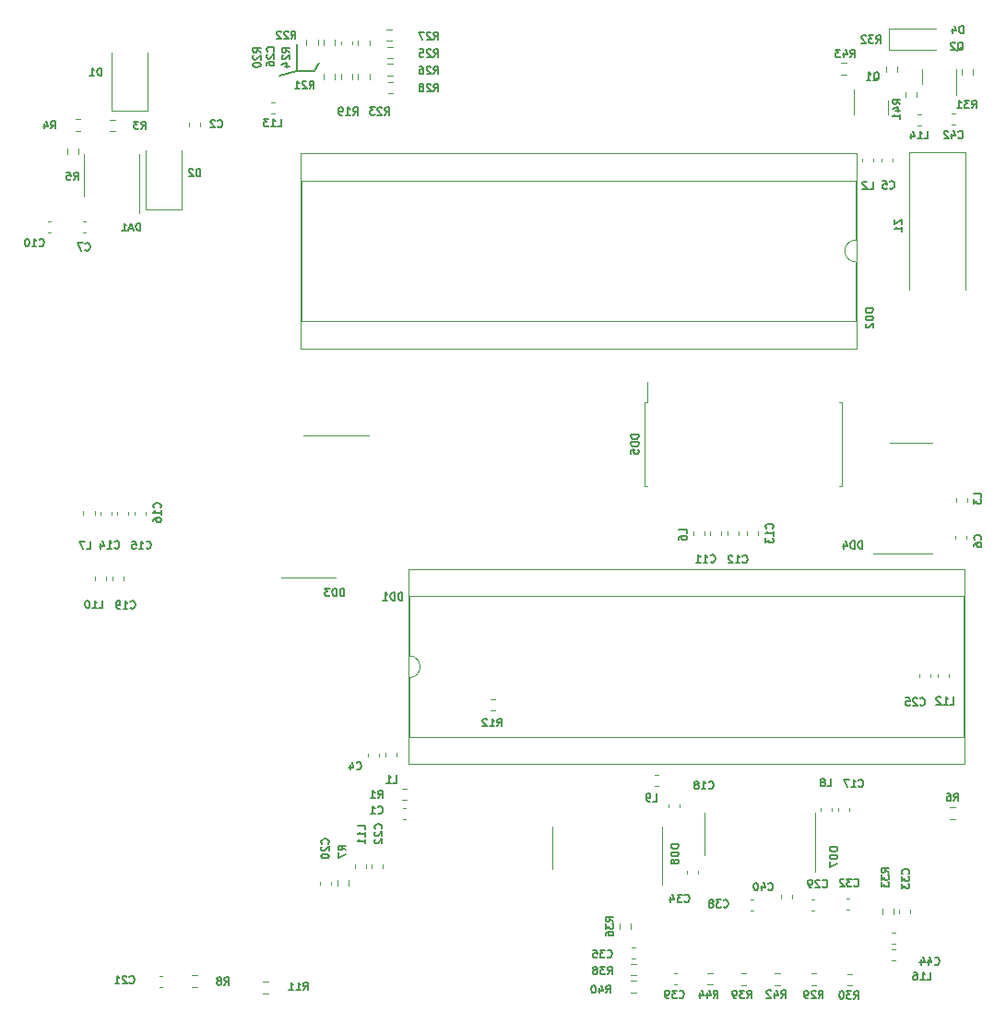
<source format=gbo>
%TF.GenerationSoftware,KiCad,Pcbnew,7.0.11-2.fc39*%
%TF.CreationDate,2024-06-25T10:32:53+03:00*%
%TF.ProjectId,rev.1,7265762e-312e-46b6-9963-61645f706362,rev?*%
%TF.SameCoordinates,Original*%
%TF.FileFunction,Legend,Bot*%
%TF.FilePolarity,Positive*%
%FSLAX46Y46*%
G04 Gerber Fmt 4.6, Leading zero omitted, Abs format (unit mm)*
G04 Created by KiCad (PCBNEW 7.0.11-2.fc39) date 2024-06-25 10:32:53*
%MOMM*%
%LPD*%
G01*
G04 APERTURE LIST*
%ADD10C,0.150000*%
%ADD11C,0.120000*%
G04 APERTURE END LIST*
D10*
X133385000Y-58730000D02*
X133835000Y-57930000D01*
X131805000Y-56310000D02*
X131785000Y-58730000D01*
X131785000Y-58730000D02*
X133385000Y-58730000D01*
X130155000Y-59130000D02*
X131785000Y-58730000D01*
X160831033Y-136759999D02*
X160497700Y-136526666D01*
X160831033Y-136359999D02*
X160131033Y-136359999D01*
X160131033Y-136359999D02*
X160131033Y-136626666D01*
X160131033Y-136626666D02*
X160164366Y-136693333D01*
X160164366Y-136693333D02*
X160197700Y-136726666D01*
X160197700Y-136726666D02*
X160264366Y-136759999D01*
X160264366Y-136759999D02*
X160364366Y-136759999D01*
X160364366Y-136759999D02*
X160431033Y-136726666D01*
X160431033Y-136726666D02*
X160464366Y-136693333D01*
X160464366Y-136693333D02*
X160497700Y-136626666D01*
X160497700Y-136626666D02*
X160497700Y-136359999D01*
X160131033Y-136993333D02*
X160131033Y-137426666D01*
X160131033Y-137426666D02*
X160397700Y-137193333D01*
X160397700Y-137193333D02*
X160397700Y-137293333D01*
X160397700Y-137293333D02*
X160431033Y-137359999D01*
X160431033Y-137359999D02*
X160464366Y-137393333D01*
X160464366Y-137393333D02*
X160531033Y-137426666D01*
X160531033Y-137426666D02*
X160697700Y-137426666D01*
X160697700Y-137426666D02*
X160764366Y-137393333D01*
X160764366Y-137393333D02*
X160797700Y-137359999D01*
X160797700Y-137359999D02*
X160831033Y-137293333D01*
X160831033Y-137293333D02*
X160831033Y-137093333D01*
X160831033Y-137093333D02*
X160797700Y-137026666D01*
X160797700Y-137026666D02*
X160764366Y-136993333D01*
X160131033Y-138026666D02*
X160131033Y-137893333D01*
X160131033Y-137893333D02*
X160164366Y-137826666D01*
X160164366Y-137826666D02*
X160197700Y-137793333D01*
X160197700Y-137793333D02*
X160297700Y-137726666D01*
X160297700Y-137726666D02*
X160431033Y-137693333D01*
X160431033Y-137693333D02*
X160697700Y-137693333D01*
X160697700Y-137693333D02*
X160764366Y-137726666D01*
X160764366Y-137726666D02*
X160797700Y-137760000D01*
X160797700Y-137760000D02*
X160831033Y-137826666D01*
X160831033Y-137826666D02*
X160831033Y-137960000D01*
X160831033Y-137960000D02*
X160797700Y-138026666D01*
X160797700Y-138026666D02*
X160764366Y-138060000D01*
X160764366Y-138060000D02*
X160697700Y-138093333D01*
X160697700Y-138093333D02*
X160531033Y-138093333D01*
X160531033Y-138093333D02*
X160464366Y-138060000D01*
X160464366Y-138060000D02*
X160431033Y-138026666D01*
X160431033Y-138026666D02*
X160397700Y-137960000D01*
X160397700Y-137960000D02*
X160397700Y-137826666D01*
X160397700Y-137826666D02*
X160431033Y-137760000D01*
X160431033Y-137760000D02*
X160464366Y-137726666D01*
X160464366Y-137726666D02*
X160531033Y-137693333D01*
X194574366Y-101743333D02*
X194607700Y-101710000D01*
X194607700Y-101710000D02*
X194641033Y-101610000D01*
X194641033Y-101610000D02*
X194641033Y-101543333D01*
X194641033Y-101543333D02*
X194607700Y-101443333D01*
X194607700Y-101443333D02*
X194541033Y-101376667D01*
X194541033Y-101376667D02*
X194474366Y-101343333D01*
X194474366Y-101343333D02*
X194341033Y-101310000D01*
X194341033Y-101310000D02*
X194241033Y-101310000D01*
X194241033Y-101310000D02*
X194107700Y-101343333D01*
X194107700Y-101343333D02*
X194041033Y-101376667D01*
X194041033Y-101376667D02*
X193974366Y-101443333D01*
X193974366Y-101443333D02*
X193941033Y-101543333D01*
X193941033Y-101543333D02*
X193941033Y-101610000D01*
X193941033Y-101610000D02*
X193974366Y-101710000D01*
X193974366Y-101710000D02*
X194007700Y-101743333D01*
X193941033Y-102343333D02*
X193941033Y-102210000D01*
X193941033Y-102210000D02*
X193974366Y-102143333D01*
X193974366Y-102143333D02*
X194007700Y-102110000D01*
X194007700Y-102110000D02*
X194107700Y-102043333D01*
X194107700Y-102043333D02*
X194241033Y-102010000D01*
X194241033Y-102010000D02*
X194507700Y-102010000D01*
X194507700Y-102010000D02*
X194574366Y-102043333D01*
X194574366Y-102043333D02*
X194607700Y-102076667D01*
X194607700Y-102076667D02*
X194641033Y-102143333D01*
X194641033Y-102143333D02*
X194641033Y-102276667D01*
X194641033Y-102276667D02*
X194607700Y-102343333D01*
X194607700Y-102343333D02*
X194574366Y-102376667D01*
X194574366Y-102376667D02*
X194507700Y-102410000D01*
X194507700Y-102410000D02*
X194341033Y-102410000D01*
X194341033Y-102410000D02*
X194274366Y-102376667D01*
X194274366Y-102376667D02*
X194241033Y-102343333D01*
X194241033Y-102343333D02*
X194207700Y-102276667D01*
X194207700Y-102276667D02*
X194207700Y-102143333D01*
X194207700Y-102143333D02*
X194241033Y-102076667D01*
X194241033Y-102076667D02*
X194274366Y-102043333D01*
X194274366Y-102043333D02*
X194341033Y-102010000D01*
X137251666Y-122779366D02*
X137284999Y-122812700D01*
X137284999Y-122812700D02*
X137384999Y-122846033D01*
X137384999Y-122846033D02*
X137451666Y-122846033D01*
X137451666Y-122846033D02*
X137551666Y-122812700D01*
X137551666Y-122812700D02*
X137618333Y-122746033D01*
X137618333Y-122746033D02*
X137651666Y-122679366D01*
X137651666Y-122679366D02*
X137684999Y-122546033D01*
X137684999Y-122546033D02*
X137684999Y-122446033D01*
X137684999Y-122446033D02*
X137651666Y-122312700D01*
X137651666Y-122312700D02*
X137618333Y-122246033D01*
X137618333Y-122246033D02*
X137551666Y-122179366D01*
X137551666Y-122179366D02*
X137451666Y-122146033D01*
X137451666Y-122146033D02*
X137384999Y-122146033D01*
X137384999Y-122146033D02*
X137284999Y-122179366D01*
X137284999Y-122179366D02*
X137251666Y-122212700D01*
X136651666Y-122379366D02*
X136651666Y-122846033D01*
X136818333Y-122112700D02*
X136984999Y-122612700D01*
X136984999Y-122612700D02*
X136551666Y-122612700D01*
X166895000Y-143749366D02*
X166928333Y-143782700D01*
X166928333Y-143782700D02*
X167028333Y-143816033D01*
X167028333Y-143816033D02*
X167095000Y-143816033D01*
X167095000Y-143816033D02*
X167195000Y-143782700D01*
X167195000Y-143782700D02*
X167261667Y-143716033D01*
X167261667Y-143716033D02*
X167295000Y-143649366D01*
X167295000Y-143649366D02*
X167328333Y-143516033D01*
X167328333Y-143516033D02*
X167328333Y-143416033D01*
X167328333Y-143416033D02*
X167295000Y-143282700D01*
X167295000Y-143282700D02*
X167261667Y-143216033D01*
X167261667Y-143216033D02*
X167195000Y-143149366D01*
X167195000Y-143149366D02*
X167095000Y-143116033D01*
X167095000Y-143116033D02*
X167028333Y-143116033D01*
X167028333Y-143116033D02*
X166928333Y-143149366D01*
X166928333Y-143149366D02*
X166895000Y-143182700D01*
X166661667Y-143116033D02*
X166228333Y-143116033D01*
X166228333Y-143116033D02*
X166461667Y-143382700D01*
X166461667Y-143382700D02*
X166361667Y-143382700D01*
X166361667Y-143382700D02*
X166295000Y-143416033D01*
X166295000Y-143416033D02*
X166261667Y-143449366D01*
X166261667Y-143449366D02*
X166228333Y-143516033D01*
X166228333Y-143516033D02*
X166228333Y-143682700D01*
X166228333Y-143682700D02*
X166261667Y-143749366D01*
X166261667Y-143749366D02*
X166295000Y-143782700D01*
X166295000Y-143782700D02*
X166361667Y-143816033D01*
X166361667Y-143816033D02*
X166561667Y-143816033D01*
X166561667Y-143816033D02*
X166628333Y-143782700D01*
X166628333Y-143782700D02*
X166661667Y-143749366D01*
X165895000Y-143816033D02*
X165761666Y-143816033D01*
X165761666Y-143816033D02*
X165695000Y-143782700D01*
X165695000Y-143782700D02*
X165661666Y-143749366D01*
X165661666Y-143749366D02*
X165595000Y-143649366D01*
X165595000Y-143649366D02*
X165561666Y-143516033D01*
X165561666Y-143516033D02*
X165561666Y-143249366D01*
X165561666Y-143249366D02*
X165595000Y-143182700D01*
X165595000Y-143182700D02*
X165628333Y-143149366D01*
X165628333Y-143149366D02*
X165695000Y-143116033D01*
X165695000Y-143116033D02*
X165828333Y-143116033D01*
X165828333Y-143116033D02*
X165895000Y-143149366D01*
X165895000Y-143149366D02*
X165928333Y-143182700D01*
X165928333Y-143182700D02*
X165961666Y-143249366D01*
X165961666Y-143249366D02*
X165961666Y-143416033D01*
X165961666Y-143416033D02*
X165928333Y-143482700D01*
X165928333Y-143482700D02*
X165895000Y-143516033D01*
X165895000Y-143516033D02*
X165828333Y-143549366D01*
X165828333Y-143549366D02*
X165695000Y-143549366D01*
X165695000Y-143549366D02*
X165628333Y-143516033D01*
X165628333Y-143516033D02*
X165595000Y-143482700D01*
X165595000Y-143482700D02*
X165561666Y-143416033D01*
X112471667Y-102586033D02*
X112805000Y-102586033D01*
X112805000Y-102586033D02*
X112805000Y-101886033D01*
X112305000Y-101886033D02*
X111838333Y-101886033D01*
X111838333Y-101886033D02*
X112138333Y-102586033D01*
X172715000Y-103809366D02*
X172748333Y-103842700D01*
X172748333Y-103842700D02*
X172848333Y-103876033D01*
X172848333Y-103876033D02*
X172915000Y-103876033D01*
X172915000Y-103876033D02*
X173015000Y-103842700D01*
X173015000Y-103842700D02*
X173081667Y-103776033D01*
X173081667Y-103776033D02*
X173115000Y-103709366D01*
X173115000Y-103709366D02*
X173148333Y-103576033D01*
X173148333Y-103576033D02*
X173148333Y-103476033D01*
X173148333Y-103476033D02*
X173115000Y-103342700D01*
X173115000Y-103342700D02*
X173081667Y-103276033D01*
X173081667Y-103276033D02*
X173015000Y-103209366D01*
X173015000Y-103209366D02*
X172915000Y-103176033D01*
X172915000Y-103176033D02*
X172848333Y-103176033D01*
X172848333Y-103176033D02*
X172748333Y-103209366D01*
X172748333Y-103209366D02*
X172715000Y-103242700D01*
X172048333Y-103876033D02*
X172448333Y-103876033D01*
X172248333Y-103876033D02*
X172248333Y-103176033D01*
X172248333Y-103176033D02*
X172315000Y-103276033D01*
X172315000Y-103276033D02*
X172381667Y-103342700D01*
X172381667Y-103342700D02*
X172448333Y-103376033D01*
X171781666Y-103242700D02*
X171748333Y-103209366D01*
X171748333Y-103209366D02*
X171681666Y-103176033D01*
X171681666Y-103176033D02*
X171515000Y-103176033D01*
X171515000Y-103176033D02*
X171448333Y-103209366D01*
X171448333Y-103209366D02*
X171415000Y-103242700D01*
X171415000Y-103242700D02*
X171381666Y-103309366D01*
X171381666Y-103309366D02*
X171381666Y-103376033D01*
X171381666Y-103376033D02*
X171415000Y-103476033D01*
X171415000Y-103476033D02*
X171815000Y-103876033D01*
X171815000Y-103876033D02*
X171381666Y-103876033D01*
X189645000Y-142136033D02*
X189978333Y-142136033D01*
X189978333Y-142136033D02*
X189978333Y-141436033D01*
X189044999Y-142136033D02*
X189444999Y-142136033D01*
X189244999Y-142136033D02*
X189244999Y-141436033D01*
X189244999Y-141436033D02*
X189311666Y-141536033D01*
X189311666Y-141536033D02*
X189378333Y-141602700D01*
X189378333Y-141602700D02*
X189444999Y-141636033D01*
X188444999Y-141436033D02*
X188578332Y-141436033D01*
X188578332Y-141436033D02*
X188644999Y-141469366D01*
X188644999Y-141469366D02*
X188678332Y-141502700D01*
X188678332Y-141502700D02*
X188744999Y-141602700D01*
X188744999Y-141602700D02*
X188778332Y-141736033D01*
X188778332Y-141736033D02*
X188778332Y-142002700D01*
X188778332Y-142002700D02*
X188744999Y-142069366D01*
X188744999Y-142069366D02*
X188711666Y-142102700D01*
X188711666Y-142102700D02*
X188644999Y-142136033D01*
X188644999Y-142136033D02*
X188511666Y-142136033D01*
X188511666Y-142136033D02*
X188444999Y-142102700D01*
X188444999Y-142102700D02*
X188411666Y-142069366D01*
X188411666Y-142069366D02*
X188378332Y-142002700D01*
X188378332Y-142002700D02*
X188378332Y-141836033D01*
X188378332Y-141836033D02*
X188411666Y-141769366D01*
X188411666Y-141769366D02*
X188444999Y-141736033D01*
X188444999Y-141736033D02*
X188511666Y-141702700D01*
X188511666Y-141702700D02*
X188644999Y-141702700D01*
X188644999Y-141702700D02*
X188711666Y-141736033D01*
X188711666Y-141736033D02*
X188744999Y-141769366D01*
X188744999Y-141769366D02*
X188778332Y-141836033D01*
X136925000Y-62756033D02*
X137158333Y-62422700D01*
X137325000Y-62756033D02*
X137325000Y-62056033D01*
X137325000Y-62056033D02*
X137058333Y-62056033D01*
X137058333Y-62056033D02*
X136991667Y-62089366D01*
X136991667Y-62089366D02*
X136958333Y-62122700D01*
X136958333Y-62122700D02*
X136925000Y-62189366D01*
X136925000Y-62189366D02*
X136925000Y-62289366D01*
X136925000Y-62289366D02*
X136958333Y-62356033D01*
X136958333Y-62356033D02*
X136991667Y-62389366D01*
X136991667Y-62389366D02*
X137058333Y-62422700D01*
X137058333Y-62422700D02*
X137325000Y-62422700D01*
X136258333Y-62756033D02*
X136658333Y-62756033D01*
X136458333Y-62756033D02*
X136458333Y-62056033D01*
X136458333Y-62056033D02*
X136525000Y-62156033D01*
X136525000Y-62156033D02*
X136591667Y-62222700D01*
X136591667Y-62222700D02*
X136658333Y-62256033D01*
X135925000Y-62756033D02*
X135791666Y-62756033D01*
X135791666Y-62756033D02*
X135725000Y-62722700D01*
X135725000Y-62722700D02*
X135691666Y-62689366D01*
X135691666Y-62689366D02*
X135625000Y-62589366D01*
X135625000Y-62589366D02*
X135591666Y-62456033D01*
X135591666Y-62456033D02*
X135591666Y-62189366D01*
X135591666Y-62189366D02*
X135625000Y-62122700D01*
X135625000Y-62122700D02*
X135658333Y-62089366D01*
X135658333Y-62089366D02*
X135725000Y-62056033D01*
X135725000Y-62056033D02*
X135858333Y-62056033D01*
X135858333Y-62056033D02*
X135925000Y-62089366D01*
X135925000Y-62089366D02*
X135958333Y-62122700D01*
X135958333Y-62122700D02*
X135991666Y-62189366D01*
X135991666Y-62189366D02*
X135991666Y-62356033D01*
X135991666Y-62356033D02*
X135958333Y-62422700D01*
X135958333Y-62422700D02*
X135925000Y-62456033D01*
X135925000Y-62456033D02*
X135858333Y-62489366D01*
X135858333Y-62489366D02*
X135725000Y-62489366D01*
X135725000Y-62489366D02*
X135658333Y-62456033D01*
X135658333Y-62456033D02*
X135625000Y-62422700D01*
X135625000Y-62422700D02*
X135591666Y-62356033D01*
X182915000Y-143876033D02*
X183148333Y-143542700D01*
X183315000Y-143876033D02*
X183315000Y-143176033D01*
X183315000Y-143176033D02*
X183048333Y-143176033D01*
X183048333Y-143176033D02*
X182981667Y-143209366D01*
X182981667Y-143209366D02*
X182948333Y-143242700D01*
X182948333Y-143242700D02*
X182915000Y-143309366D01*
X182915000Y-143309366D02*
X182915000Y-143409366D01*
X182915000Y-143409366D02*
X182948333Y-143476033D01*
X182948333Y-143476033D02*
X182981667Y-143509366D01*
X182981667Y-143509366D02*
X183048333Y-143542700D01*
X183048333Y-143542700D02*
X183315000Y-143542700D01*
X182681667Y-143176033D02*
X182248333Y-143176033D01*
X182248333Y-143176033D02*
X182481667Y-143442700D01*
X182481667Y-143442700D02*
X182381667Y-143442700D01*
X182381667Y-143442700D02*
X182315000Y-143476033D01*
X182315000Y-143476033D02*
X182281667Y-143509366D01*
X182281667Y-143509366D02*
X182248333Y-143576033D01*
X182248333Y-143576033D02*
X182248333Y-143742700D01*
X182248333Y-143742700D02*
X182281667Y-143809366D01*
X182281667Y-143809366D02*
X182315000Y-143842700D01*
X182315000Y-143842700D02*
X182381667Y-143876033D01*
X182381667Y-143876033D02*
X182581667Y-143876033D01*
X182581667Y-143876033D02*
X182648333Y-143842700D01*
X182648333Y-143842700D02*
X182681667Y-143809366D01*
X181815000Y-143176033D02*
X181748333Y-143176033D01*
X181748333Y-143176033D02*
X181681666Y-143209366D01*
X181681666Y-143209366D02*
X181648333Y-143242700D01*
X181648333Y-143242700D02*
X181615000Y-143309366D01*
X181615000Y-143309366D02*
X181581666Y-143442700D01*
X181581666Y-143442700D02*
X181581666Y-143609366D01*
X181581666Y-143609366D02*
X181615000Y-143742700D01*
X181615000Y-143742700D02*
X181648333Y-143809366D01*
X181648333Y-143809366D02*
X181681666Y-143842700D01*
X181681666Y-143842700D02*
X181748333Y-143876033D01*
X181748333Y-143876033D02*
X181815000Y-143876033D01*
X181815000Y-143876033D02*
X181881666Y-143842700D01*
X181881666Y-143842700D02*
X181915000Y-143809366D01*
X181915000Y-143809366D02*
X181948333Y-143742700D01*
X181948333Y-143742700D02*
X181981666Y-143609366D01*
X181981666Y-143609366D02*
X181981666Y-143442700D01*
X181981666Y-143442700D02*
X181948333Y-143309366D01*
X181948333Y-143309366D02*
X181915000Y-143242700D01*
X181915000Y-143242700D02*
X181881666Y-143209366D01*
X181881666Y-143209366D02*
X181815000Y-143176033D01*
X138031033Y-128360000D02*
X138031033Y-128026666D01*
X138031033Y-128026666D02*
X137331033Y-128026666D01*
X138031033Y-128960000D02*
X138031033Y-128560000D01*
X138031033Y-128760000D02*
X137331033Y-128760000D01*
X137331033Y-128760000D02*
X137431033Y-128693333D01*
X137431033Y-128693333D02*
X137497700Y-128626667D01*
X137497700Y-128626667D02*
X137531033Y-128560000D01*
X138031033Y-129626667D02*
X138031033Y-129226667D01*
X138031033Y-129426667D02*
X137331033Y-129426667D01*
X137331033Y-129426667D02*
X137431033Y-129360000D01*
X137431033Y-129360000D02*
X137497700Y-129293334D01*
X137497700Y-129293334D02*
X137531033Y-129226667D01*
X116405000Y-142409366D02*
X116438333Y-142442700D01*
X116438333Y-142442700D02*
X116538333Y-142476033D01*
X116538333Y-142476033D02*
X116605000Y-142476033D01*
X116605000Y-142476033D02*
X116705000Y-142442700D01*
X116705000Y-142442700D02*
X116771667Y-142376033D01*
X116771667Y-142376033D02*
X116805000Y-142309366D01*
X116805000Y-142309366D02*
X116838333Y-142176033D01*
X116838333Y-142176033D02*
X116838333Y-142076033D01*
X116838333Y-142076033D02*
X116805000Y-141942700D01*
X116805000Y-141942700D02*
X116771667Y-141876033D01*
X116771667Y-141876033D02*
X116705000Y-141809366D01*
X116705000Y-141809366D02*
X116605000Y-141776033D01*
X116605000Y-141776033D02*
X116538333Y-141776033D01*
X116538333Y-141776033D02*
X116438333Y-141809366D01*
X116438333Y-141809366D02*
X116405000Y-141842700D01*
X116138333Y-141842700D02*
X116105000Y-141809366D01*
X116105000Y-141809366D02*
X116038333Y-141776033D01*
X116038333Y-141776033D02*
X115871667Y-141776033D01*
X115871667Y-141776033D02*
X115805000Y-141809366D01*
X115805000Y-141809366D02*
X115771667Y-141842700D01*
X115771667Y-141842700D02*
X115738333Y-141909366D01*
X115738333Y-141909366D02*
X115738333Y-141976033D01*
X115738333Y-141976033D02*
X115771667Y-142076033D01*
X115771667Y-142076033D02*
X116171667Y-142476033D01*
X116171667Y-142476033D02*
X115738333Y-142476033D01*
X115071666Y-142476033D02*
X115471666Y-142476033D01*
X115271666Y-142476033D02*
X115271666Y-141776033D01*
X115271666Y-141776033D02*
X115338333Y-141876033D01*
X115338333Y-141876033D02*
X115405000Y-141942700D01*
X115405000Y-141942700D02*
X115471666Y-141976033D01*
X166821033Y-129713333D02*
X166121033Y-129713333D01*
X166121033Y-129713333D02*
X166121033Y-129880000D01*
X166121033Y-129880000D02*
X166154366Y-129980000D01*
X166154366Y-129980000D02*
X166221033Y-130046667D01*
X166221033Y-130046667D02*
X166287700Y-130080000D01*
X166287700Y-130080000D02*
X166421033Y-130113333D01*
X166421033Y-130113333D02*
X166521033Y-130113333D01*
X166521033Y-130113333D02*
X166654366Y-130080000D01*
X166654366Y-130080000D02*
X166721033Y-130046667D01*
X166721033Y-130046667D02*
X166787700Y-129980000D01*
X166787700Y-129980000D02*
X166821033Y-129880000D01*
X166821033Y-129880000D02*
X166821033Y-129713333D01*
X166821033Y-130413333D02*
X166121033Y-130413333D01*
X166121033Y-130413333D02*
X166121033Y-130580000D01*
X166121033Y-130580000D02*
X166154366Y-130680000D01*
X166154366Y-130680000D02*
X166221033Y-130746667D01*
X166221033Y-130746667D02*
X166287700Y-130780000D01*
X166287700Y-130780000D02*
X166421033Y-130813333D01*
X166421033Y-130813333D02*
X166521033Y-130813333D01*
X166521033Y-130813333D02*
X166654366Y-130780000D01*
X166654366Y-130780000D02*
X166721033Y-130746667D01*
X166721033Y-130746667D02*
X166787700Y-130680000D01*
X166787700Y-130680000D02*
X166821033Y-130580000D01*
X166821033Y-130580000D02*
X166821033Y-130413333D01*
X166421033Y-131213333D02*
X166387700Y-131146667D01*
X166387700Y-131146667D02*
X166354366Y-131113333D01*
X166354366Y-131113333D02*
X166287700Y-131080000D01*
X166287700Y-131080000D02*
X166254366Y-131080000D01*
X166254366Y-131080000D02*
X166187700Y-131113333D01*
X166187700Y-131113333D02*
X166154366Y-131146667D01*
X166154366Y-131146667D02*
X166121033Y-131213333D01*
X166121033Y-131213333D02*
X166121033Y-131346667D01*
X166121033Y-131346667D02*
X166154366Y-131413333D01*
X166154366Y-131413333D02*
X166187700Y-131446667D01*
X166187700Y-131446667D02*
X166254366Y-131480000D01*
X166254366Y-131480000D02*
X166287700Y-131480000D01*
X166287700Y-131480000D02*
X166354366Y-131446667D01*
X166354366Y-131446667D02*
X166387700Y-131413333D01*
X166387700Y-131413333D02*
X166421033Y-131346667D01*
X166421033Y-131346667D02*
X166421033Y-131213333D01*
X166421033Y-131213333D02*
X166454366Y-131146667D01*
X166454366Y-131146667D02*
X166487700Y-131113333D01*
X166487700Y-131113333D02*
X166554366Y-131080000D01*
X166554366Y-131080000D02*
X166687700Y-131080000D01*
X166687700Y-131080000D02*
X166754366Y-131113333D01*
X166754366Y-131113333D02*
X166787700Y-131146667D01*
X166787700Y-131146667D02*
X166821033Y-131213333D01*
X166821033Y-131213333D02*
X166821033Y-131346667D01*
X166821033Y-131346667D02*
X166787700Y-131413333D01*
X166787700Y-131413333D02*
X166754366Y-131446667D01*
X166754366Y-131446667D02*
X166687700Y-131480000D01*
X166687700Y-131480000D02*
X166554366Y-131480000D01*
X166554366Y-131480000D02*
X166487700Y-131446667D01*
X166487700Y-131446667D02*
X166454366Y-131413333D01*
X166454366Y-131413333D02*
X166421033Y-131346667D01*
X131245000Y-55766033D02*
X131478333Y-55432700D01*
X131645000Y-55766033D02*
X131645000Y-55066033D01*
X131645000Y-55066033D02*
X131378333Y-55066033D01*
X131378333Y-55066033D02*
X131311667Y-55099366D01*
X131311667Y-55099366D02*
X131278333Y-55132700D01*
X131278333Y-55132700D02*
X131245000Y-55199366D01*
X131245000Y-55199366D02*
X131245000Y-55299366D01*
X131245000Y-55299366D02*
X131278333Y-55366033D01*
X131278333Y-55366033D02*
X131311667Y-55399366D01*
X131311667Y-55399366D02*
X131378333Y-55432700D01*
X131378333Y-55432700D02*
X131645000Y-55432700D01*
X130978333Y-55132700D02*
X130945000Y-55099366D01*
X130945000Y-55099366D02*
X130878333Y-55066033D01*
X130878333Y-55066033D02*
X130711667Y-55066033D01*
X130711667Y-55066033D02*
X130645000Y-55099366D01*
X130645000Y-55099366D02*
X130611667Y-55132700D01*
X130611667Y-55132700D02*
X130578333Y-55199366D01*
X130578333Y-55199366D02*
X130578333Y-55266033D01*
X130578333Y-55266033D02*
X130611667Y-55366033D01*
X130611667Y-55366033D02*
X131011667Y-55766033D01*
X131011667Y-55766033D02*
X130578333Y-55766033D01*
X130311666Y-55132700D02*
X130278333Y-55099366D01*
X130278333Y-55099366D02*
X130211666Y-55066033D01*
X130211666Y-55066033D02*
X130045000Y-55066033D01*
X130045000Y-55066033D02*
X129978333Y-55099366D01*
X129978333Y-55099366D02*
X129945000Y-55132700D01*
X129945000Y-55132700D02*
X129911666Y-55199366D01*
X129911666Y-55199366D02*
X129911666Y-55266033D01*
X129911666Y-55266033D02*
X129945000Y-55366033D01*
X129945000Y-55366033D02*
X130345000Y-55766033D01*
X130345000Y-55766033D02*
X129911666Y-55766033D01*
X186641033Y-72343333D02*
X186641033Y-72809999D01*
X186641033Y-72809999D02*
X187341033Y-72343333D01*
X187341033Y-72343333D02*
X187341033Y-72809999D01*
X187341033Y-73443333D02*
X187341033Y-73043333D01*
X187341033Y-73243333D02*
X186641033Y-73243333D01*
X186641033Y-73243333D02*
X186741033Y-73176666D01*
X186741033Y-73176666D02*
X186807700Y-73110000D01*
X186807700Y-73110000D02*
X186841033Y-73043333D01*
X113605000Y-108016033D02*
X113938333Y-108016033D01*
X113938333Y-108016033D02*
X113938333Y-107316033D01*
X113004999Y-108016033D02*
X113404999Y-108016033D01*
X113204999Y-108016033D02*
X113204999Y-107316033D01*
X113204999Y-107316033D02*
X113271666Y-107416033D01*
X113271666Y-107416033D02*
X113338333Y-107482700D01*
X113338333Y-107482700D02*
X113404999Y-107516033D01*
X112571666Y-107316033D02*
X112504999Y-107316033D01*
X112504999Y-107316033D02*
X112438332Y-107349366D01*
X112438332Y-107349366D02*
X112404999Y-107382700D01*
X112404999Y-107382700D02*
X112371666Y-107449366D01*
X112371666Y-107449366D02*
X112338332Y-107582700D01*
X112338332Y-107582700D02*
X112338332Y-107749366D01*
X112338332Y-107749366D02*
X112371666Y-107882700D01*
X112371666Y-107882700D02*
X112404999Y-107949366D01*
X112404999Y-107949366D02*
X112438332Y-107982700D01*
X112438332Y-107982700D02*
X112504999Y-108016033D01*
X112504999Y-108016033D02*
X112571666Y-108016033D01*
X112571666Y-108016033D02*
X112638332Y-107982700D01*
X112638332Y-107982700D02*
X112671666Y-107949366D01*
X112671666Y-107949366D02*
X112704999Y-107882700D01*
X112704999Y-107882700D02*
X112738332Y-107749366D01*
X112738332Y-107749366D02*
X112738332Y-107582700D01*
X112738332Y-107582700D02*
X112704999Y-107449366D01*
X112704999Y-107449366D02*
X112671666Y-107382700D01*
X112671666Y-107382700D02*
X112638332Y-107349366D01*
X112638332Y-107349366D02*
X112571666Y-107316033D01*
X139221666Y-126849366D02*
X139254999Y-126882700D01*
X139254999Y-126882700D02*
X139354999Y-126916033D01*
X139354999Y-126916033D02*
X139421666Y-126916033D01*
X139421666Y-126916033D02*
X139521666Y-126882700D01*
X139521666Y-126882700D02*
X139588333Y-126816033D01*
X139588333Y-126816033D02*
X139621666Y-126749366D01*
X139621666Y-126749366D02*
X139654999Y-126616033D01*
X139654999Y-126616033D02*
X139654999Y-126516033D01*
X139654999Y-126516033D02*
X139621666Y-126382700D01*
X139621666Y-126382700D02*
X139588333Y-126316033D01*
X139588333Y-126316033D02*
X139521666Y-126249366D01*
X139521666Y-126249366D02*
X139421666Y-126216033D01*
X139421666Y-126216033D02*
X139354999Y-126216033D01*
X139354999Y-126216033D02*
X139254999Y-126249366D01*
X139254999Y-126249366D02*
X139221666Y-126282700D01*
X138554999Y-126916033D02*
X138954999Y-126916033D01*
X138754999Y-126916033D02*
X138754999Y-126216033D01*
X138754999Y-126216033D02*
X138821666Y-126316033D01*
X138821666Y-126316033D02*
X138888333Y-126382700D01*
X138888333Y-126382700D02*
X138954999Y-126416033D01*
X184945000Y-56156033D02*
X185178333Y-55822700D01*
X185345000Y-56156033D02*
X185345000Y-55456033D01*
X185345000Y-55456033D02*
X185078333Y-55456033D01*
X185078333Y-55456033D02*
X185011667Y-55489366D01*
X185011667Y-55489366D02*
X184978333Y-55522700D01*
X184978333Y-55522700D02*
X184945000Y-55589366D01*
X184945000Y-55589366D02*
X184945000Y-55689366D01*
X184945000Y-55689366D02*
X184978333Y-55756033D01*
X184978333Y-55756033D02*
X185011667Y-55789366D01*
X185011667Y-55789366D02*
X185078333Y-55822700D01*
X185078333Y-55822700D02*
X185345000Y-55822700D01*
X184711667Y-55456033D02*
X184278333Y-55456033D01*
X184278333Y-55456033D02*
X184511667Y-55722700D01*
X184511667Y-55722700D02*
X184411667Y-55722700D01*
X184411667Y-55722700D02*
X184345000Y-55756033D01*
X184345000Y-55756033D02*
X184311667Y-55789366D01*
X184311667Y-55789366D02*
X184278333Y-55856033D01*
X184278333Y-55856033D02*
X184278333Y-56022700D01*
X184278333Y-56022700D02*
X184311667Y-56089366D01*
X184311667Y-56089366D02*
X184345000Y-56122700D01*
X184345000Y-56122700D02*
X184411667Y-56156033D01*
X184411667Y-56156033D02*
X184611667Y-56156033D01*
X184611667Y-56156033D02*
X184678333Y-56122700D01*
X184678333Y-56122700D02*
X184711667Y-56089366D01*
X184011666Y-55522700D02*
X183978333Y-55489366D01*
X183978333Y-55489366D02*
X183911666Y-55456033D01*
X183911666Y-55456033D02*
X183745000Y-55456033D01*
X183745000Y-55456033D02*
X183678333Y-55489366D01*
X183678333Y-55489366D02*
X183645000Y-55522700D01*
X183645000Y-55522700D02*
X183611666Y-55589366D01*
X183611666Y-55589366D02*
X183611666Y-55656033D01*
X183611666Y-55656033D02*
X183645000Y-55756033D01*
X183645000Y-55756033D02*
X184045000Y-56156033D01*
X184045000Y-56156033D02*
X183611666Y-56156033D01*
X117481666Y-64046033D02*
X117714999Y-63712700D01*
X117881666Y-64046033D02*
X117881666Y-63346033D01*
X117881666Y-63346033D02*
X117614999Y-63346033D01*
X117614999Y-63346033D02*
X117548333Y-63379366D01*
X117548333Y-63379366D02*
X117514999Y-63412700D01*
X117514999Y-63412700D02*
X117481666Y-63479366D01*
X117481666Y-63479366D02*
X117481666Y-63579366D01*
X117481666Y-63579366D02*
X117514999Y-63646033D01*
X117514999Y-63646033D02*
X117548333Y-63679366D01*
X117548333Y-63679366D02*
X117614999Y-63712700D01*
X117614999Y-63712700D02*
X117881666Y-63712700D01*
X117248333Y-63346033D02*
X116814999Y-63346033D01*
X116814999Y-63346033D02*
X117048333Y-63612700D01*
X117048333Y-63612700D02*
X116948333Y-63612700D01*
X116948333Y-63612700D02*
X116881666Y-63646033D01*
X116881666Y-63646033D02*
X116848333Y-63679366D01*
X116848333Y-63679366D02*
X116814999Y-63746033D01*
X116814999Y-63746033D02*
X116814999Y-63912700D01*
X116814999Y-63912700D02*
X116848333Y-63979366D01*
X116848333Y-63979366D02*
X116881666Y-64012700D01*
X116881666Y-64012700D02*
X116948333Y-64046033D01*
X116948333Y-64046033D02*
X117148333Y-64046033D01*
X117148333Y-64046033D02*
X117214999Y-64012700D01*
X117214999Y-64012700D02*
X117248333Y-63979366D01*
X189385000Y-64946033D02*
X189718333Y-64946033D01*
X189718333Y-64946033D02*
X189718333Y-64246033D01*
X188784999Y-64946033D02*
X189184999Y-64946033D01*
X188984999Y-64946033D02*
X188984999Y-64246033D01*
X188984999Y-64246033D02*
X189051666Y-64346033D01*
X189051666Y-64346033D02*
X189118333Y-64412700D01*
X189118333Y-64412700D02*
X189184999Y-64446033D01*
X188184999Y-64479366D02*
X188184999Y-64946033D01*
X188351666Y-64212700D02*
X188518332Y-64712700D01*
X188518332Y-64712700D02*
X188084999Y-64712700D01*
X183355000Y-124369366D02*
X183388333Y-124402700D01*
X183388333Y-124402700D02*
X183488333Y-124436033D01*
X183488333Y-124436033D02*
X183555000Y-124436033D01*
X183555000Y-124436033D02*
X183655000Y-124402700D01*
X183655000Y-124402700D02*
X183721667Y-124336033D01*
X183721667Y-124336033D02*
X183755000Y-124269366D01*
X183755000Y-124269366D02*
X183788333Y-124136033D01*
X183788333Y-124136033D02*
X183788333Y-124036033D01*
X183788333Y-124036033D02*
X183755000Y-123902700D01*
X183755000Y-123902700D02*
X183721667Y-123836033D01*
X183721667Y-123836033D02*
X183655000Y-123769366D01*
X183655000Y-123769366D02*
X183555000Y-123736033D01*
X183555000Y-123736033D02*
X183488333Y-123736033D01*
X183488333Y-123736033D02*
X183388333Y-123769366D01*
X183388333Y-123769366D02*
X183355000Y-123802700D01*
X182688333Y-124436033D02*
X183088333Y-124436033D01*
X182888333Y-124436033D02*
X182888333Y-123736033D01*
X182888333Y-123736033D02*
X182955000Y-123836033D01*
X182955000Y-123836033D02*
X183021667Y-123902700D01*
X183021667Y-123902700D02*
X183088333Y-123936033D01*
X182455000Y-123736033D02*
X181988333Y-123736033D01*
X181988333Y-123736033D02*
X182288333Y-124436033D01*
X111281666Y-68736033D02*
X111514999Y-68402700D01*
X111681666Y-68736033D02*
X111681666Y-68036033D01*
X111681666Y-68036033D02*
X111414999Y-68036033D01*
X111414999Y-68036033D02*
X111348333Y-68069366D01*
X111348333Y-68069366D02*
X111314999Y-68102700D01*
X111314999Y-68102700D02*
X111281666Y-68169366D01*
X111281666Y-68169366D02*
X111281666Y-68269366D01*
X111281666Y-68269366D02*
X111314999Y-68336033D01*
X111314999Y-68336033D02*
X111348333Y-68369366D01*
X111348333Y-68369366D02*
X111414999Y-68402700D01*
X111414999Y-68402700D02*
X111681666Y-68402700D01*
X110648333Y-68036033D02*
X110981666Y-68036033D01*
X110981666Y-68036033D02*
X111014999Y-68369366D01*
X111014999Y-68369366D02*
X110981666Y-68336033D01*
X110981666Y-68336033D02*
X110914999Y-68302700D01*
X110914999Y-68302700D02*
X110748333Y-68302700D01*
X110748333Y-68302700D02*
X110681666Y-68336033D01*
X110681666Y-68336033D02*
X110648333Y-68369366D01*
X110648333Y-68369366D02*
X110614999Y-68436033D01*
X110614999Y-68436033D02*
X110614999Y-68602700D01*
X110614999Y-68602700D02*
X110648333Y-68669366D01*
X110648333Y-68669366D02*
X110681666Y-68702700D01*
X110681666Y-68702700D02*
X110748333Y-68736033D01*
X110748333Y-68736033D02*
X110914999Y-68736033D01*
X110914999Y-68736033D02*
X110981666Y-68702700D01*
X110981666Y-68702700D02*
X111014999Y-68669366D01*
X184676033Y-80523333D02*
X183976033Y-80523333D01*
X183976033Y-80523333D02*
X183976033Y-80690000D01*
X183976033Y-80690000D02*
X184009366Y-80790000D01*
X184009366Y-80790000D02*
X184076033Y-80856667D01*
X184076033Y-80856667D02*
X184142700Y-80890000D01*
X184142700Y-80890000D02*
X184276033Y-80923333D01*
X184276033Y-80923333D02*
X184376033Y-80923333D01*
X184376033Y-80923333D02*
X184509366Y-80890000D01*
X184509366Y-80890000D02*
X184576033Y-80856667D01*
X184576033Y-80856667D02*
X184642700Y-80790000D01*
X184642700Y-80790000D02*
X184676033Y-80690000D01*
X184676033Y-80690000D02*
X184676033Y-80523333D01*
X184676033Y-81223333D02*
X183976033Y-81223333D01*
X183976033Y-81223333D02*
X183976033Y-81390000D01*
X183976033Y-81390000D02*
X184009366Y-81490000D01*
X184009366Y-81490000D02*
X184076033Y-81556667D01*
X184076033Y-81556667D02*
X184142700Y-81590000D01*
X184142700Y-81590000D02*
X184276033Y-81623333D01*
X184276033Y-81623333D02*
X184376033Y-81623333D01*
X184376033Y-81623333D02*
X184509366Y-81590000D01*
X184509366Y-81590000D02*
X184576033Y-81556667D01*
X184576033Y-81556667D02*
X184642700Y-81490000D01*
X184642700Y-81490000D02*
X184676033Y-81390000D01*
X184676033Y-81390000D02*
X184676033Y-81223333D01*
X184042700Y-81890000D02*
X184009366Y-81923333D01*
X184009366Y-81923333D02*
X183976033Y-81990000D01*
X183976033Y-81990000D02*
X183976033Y-82156667D01*
X183976033Y-82156667D02*
X184009366Y-82223333D01*
X184009366Y-82223333D02*
X184042700Y-82256667D01*
X184042700Y-82256667D02*
X184109366Y-82290000D01*
X184109366Y-82290000D02*
X184176033Y-82290000D01*
X184176033Y-82290000D02*
X184276033Y-82256667D01*
X184276033Y-82256667D02*
X184676033Y-81856667D01*
X184676033Y-81856667D02*
X184676033Y-82290000D01*
X183671666Y-102556033D02*
X183671666Y-101856033D01*
X183671666Y-101856033D02*
X183504999Y-101856033D01*
X183504999Y-101856033D02*
X183404999Y-101889366D01*
X183404999Y-101889366D02*
X183338333Y-101956033D01*
X183338333Y-101956033D02*
X183304999Y-102022700D01*
X183304999Y-102022700D02*
X183271666Y-102156033D01*
X183271666Y-102156033D02*
X183271666Y-102256033D01*
X183271666Y-102256033D02*
X183304999Y-102389366D01*
X183304999Y-102389366D02*
X183338333Y-102456033D01*
X183338333Y-102456033D02*
X183404999Y-102522700D01*
X183404999Y-102522700D02*
X183504999Y-102556033D01*
X183504999Y-102556033D02*
X183671666Y-102556033D01*
X182971666Y-102556033D02*
X182971666Y-101856033D01*
X182971666Y-101856033D02*
X182804999Y-101856033D01*
X182804999Y-101856033D02*
X182704999Y-101889366D01*
X182704999Y-101889366D02*
X182638333Y-101956033D01*
X182638333Y-101956033D02*
X182604999Y-102022700D01*
X182604999Y-102022700D02*
X182571666Y-102156033D01*
X182571666Y-102156033D02*
X182571666Y-102256033D01*
X182571666Y-102256033D02*
X182604999Y-102389366D01*
X182604999Y-102389366D02*
X182638333Y-102456033D01*
X182638333Y-102456033D02*
X182704999Y-102522700D01*
X182704999Y-102522700D02*
X182804999Y-102556033D01*
X182804999Y-102556033D02*
X182971666Y-102556033D01*
X181971666Y-102089366D02*
X181971666Y-102556033D01*
X182138333Y-101822700D02*
X182304999Y-102322700D01*
X182304999Y-102322700D02*
X181871666Y-102322700D01*
X160145000Y-143346033D02*
X160378333Y-143012700D01*
X160545000Y-143346033D02*
X160545000Y-142646033D01*
X160545000Y-142646033D02*
X160278333Y-142646033D01*
X160278333Y-142646033D02*
X160211667Y-142679366D01*
X160211667Y-142679366D02*
X160178333Y-142712700D01*
X160178333Y-142712700D02*
X160145000Y-142779366D01*
X160145000Y-142779366D02*
X160145000Y-142879366D01*
X160145000Y-142879366D02*
X160178333Y-142946033D01*
X160178333Y-142946033D02*
X160211667Y-142979366D01*
X160211667Y-142979366D02*
X160278333Y-143012700D01*
X160278333Y-143012700D02*
X160545000Y-143012700D01*
X159545000Y-142879366D02*
X159545000Y-143346033D01*
X159711667Y-142612700D02*
X159878333Y-143112700D01*
X159878333Y-143112700D02*
X159445000Y-143112700D01*
X159045000Y-142646033D02*
X158978333Y-142646033D01*
X158978333Y-142646033D02*
X158911666Y-142679366D01*
X158911666Y-142679366D02*
X158878333Y-142712700D01*
X158878333Y-142712700D02*
X158845000Y-142779366D01*
X158845000Y-142779366D02*
X158811666Y-142912700D01*
X158811666Y-142912700D02*
X158811666Y-143079366D01*
X158811666Y-143079366D02*
X158845000Y-143212700D01*
X158845000Y-143212700D02*
X158878333Y-143279366D01*
X158878333Y-143279366D02*
X158911666Y-143312700D01*
X158911666Y-143312700D02*
X158978333Y-143346033D01*
X158978333Y-143346033D02*
X159045000Y-143346033D01*
X159045000Y-143346033D02*
X159111666Y-143312700D01*
X159111666Y-143312700D02*
X159145000Y-143279366D01*
X159145000Y-143279366D02*
X159178333Y-143212700D01*
X159178333Y-143212700D02*
X159211666Y-143079366D01*
X159211666Y-143079366D02*
X159211666Y-142912700D01*
X159211666Y-142912700D02*
X159178333Y-142779366D01*
X159178333Y-142779366D02*
X159145000Y-142712700D01*
X159145000Y-142712700D02*
X159111666Y-142679366D01*
X159111666Y-142679366D02*
X159045000Y-142646033D01*
X119224366Y-98799999D02*
X119257700Y-98766666D01*
X119257700Y-98766666D02*
X119291033Y-98666666D01*
X119291033Y-98666666D02*
X119291033Y-98599999D01*
X119291033Y-98599999D02*
X119257700Y-98499999D01*
X119257700Y-98499999D02*
X119191033Y-98433333D01*
X119191033Y-98433333D02*
X119124366Y-98399999D01*
X119124366Y-98399999D02*
X118991033Y-98366666D01*
X118991033Y-98366666D02*
X118891033Y-98366666D01*
X118891033Y-98366666D02*
X118757700Y-98399999D01*
X118757700Y-98399999D02*
X118691033Y-98433333D01*
X118691033Y-98433333D02*
X118624366Y-98499999D01*
X118624366Y-98499999D02*
X118591033Y-98599999D01*
X118591033Y-98599999D02*
X118591033Y-98666666D01*
X118591033Y-98666666D02*
X118624366Y-98766666D01*
X118624366Y-98766666D02*
X118657700Y-98799999D01*
X119291033Y-99466666D02*
X119291033Y-99066666D01*
X119291033Y-99266666D02*
X118591033Y-99266666D01*
X118591033Y-99266666D02*
X118691033Y-99199999D01*
X118691033Y-99199999D02*
X118757700Y-99133333D01*
X118757700Y-99133333D02*
X118791033Y-99066666D01*
X118591033Y-100066666D02*
X118591033Y-99933333D01*
X118591033Y-99933333D02*
X118624366Y-99866666D01*
X118624366Y-99866666D02*
X118657700Y-99833333D01*
X118657700Y-99833333D02*
X118757700Y-99766666D01*
X118757700Y-99766666D02*
X118891033Y-99733333D01*
X118891033Y-99733333D02*
X119157700Y-99733333D01*
X119157700Y-99733333D02*
X119224366Y-99766666D01*
X119224366Y-99766666D02*
X119257700Y-99800000D01*
X119257700Y-99800000D02*
X119291033Y-99866666D01*
X119291033Y-99866666D02*
X119291033Y-100000000D01*
X119291033Y-100000000D02*
X119257700Y-100066666D01*
X119257700Y-100066666D02*
X119224366Y-100100000D01*
X119224366Y-100100000D02*
X119157700Y-100133333D01*
X119157700Y-100133333D02*
X118991033Y-100133333D01*
X118991033Y-100133333D02*
X118924366Y-100100000D01*
X118924366Y-100100000D02*
X118891033Y-100066666D01*
X118891033Y-100066666D02*
X118857700Y-100000000D01*
X118857700Y-100000000D02*
X118857700Y-99866666D01*
X118857700Y-99866666D02*
X118891033Y-99800000D01*
X118891033Y-99800000D02*
X118924366Y-99766666D01*
X118924366Y-99766666D02*
X118991033Y-99733333D01*
X117371666Y-73366033D02*
X117371666Y-72666033D01*
X117371666Y-72666033D02*
X117204999Y-72666033D01*
X117204999Y-72666033D02*
X117104999Y-72699366D01*
X117104999Y-72699366D02*
X117038333Y-72766033D01*
X117038333Y-72766033D02*
X117004999Y-72832700D01*
X117004999Y-72832700D02*
X116971666Y-72966033D01*
X116971666Y-72966033D02*
X116971666Y-73066033D01*
X116971666Y-73066033D02*
X117004999Y-73199366D01*
X117004999Y-73199366D02*
X117038333Y-73266033D01*
X117038333Y-73266033D02*
X117104999Y-73332700D01*
X117104999Y-73332700D02*
X117204999Y-73366033D01*
X117204999Y-73366033D02*
X117371666Y-73366033D01*
X116704999Y-73166033D02*
X116371666Y-73166033D01*
X116771666Y-73366033D02*
X116538333Y-72666033D01*
X116538333Y-72666033D02*
X116304999Y-73366033D01*
X115704999Y-73366033D02*
X116104999Y-73366033D01*
X115904999Y-73366033D02*
X115904999Y-72666033D01*
X115904999Y-72666033D02*
X115971666Y-72766033D01*
X115971666Y-72766033D02*
X116038333Y-72832700D01*
X116038333Y-72832700D02*
X116104999Y-72866033D01*
X112341666Y-75139366D02*
X112374999Y-75172700D01*
X112374999Y-75172700D02*
X112474999Y-75206033D01*
X112474999Y-75206033D02*
X112541666Y-75206033D01*
X112541666Y-75206033D02*
X112641666Y-75172700D01*
X112641666Y-75172700D02*
X112708333Y-75106033D01*
X112708333Y-75106033D02*
X112741666Y-75039366D01*
X112741666Y-75039366D02*
X112774999Y-74906033D01*
X112774999Y-74906033D02*
X112774999Y-74806033D01*
X112774999Y-74806033D02*
X112741666Y-74672700D01*
X112741666Y-74672700D02*
X112708333Y-74606033D01*
X112708333Y-74606033D02*
X112641666Y-74539366D01*
X112641666Y-74539366D02*
X112541666Y-74506033D01*
X112541666Y-74506033D02*
X112474999Y-74506033D01*
X112474999Y-74506033D02*
X112374999Y-74539366D01*
X112374999Y-74539366D02*
X112341666Y-74572700D01*
X112108333Y-74506033D02*
X111641666Y-74506033D01*
X111641666Y-74506033D02*
X111941666Y-75206033D01*
X117945000Y-102509366D02*
X117978333Y-102542700D01*
X117978333Y-102542700D02*
X118078333Y-102576033D01*
X118078333Y-102576033D02*
X118145000Y-102576033D01*
X118145000Y-102576033D02*
X118245000Y-102542700D01*
X118245000Y-102542700D02*
X118311667Y-102476033D01*
X118311667Y-102476033D02*
X118345000Y-102409366D01*
X118345000Y-102409366D02*
X118378333Y-102276033D01*
X118378333Y-102276033D02*
X118378333Y-102176033D01*
X118378333Y-102176033D02*
X118345000Y-102042700D01*
X118345000Y-102042700D02*
X118311667Y-101976033D01*
X118311667Y-101976033D02*
X118245000Y-101909366D01*
X118245000Y-101909366D02*
X118145000Y-101876033D01*
X118145000Y-101876033D02*
X118078333Y-101876033D01*
X118078333Y-101876033D02*
X117978333Y-101909366D01*
X117978333Y-101909366D02*
X117945000Y-101942700D01*
X117278333Y-102576033D02*
X117678333Y-102576033D01*
X117478333Y-102576033D02*
X117478333Y-101876033D01*
X117478333Y-101876033D02*
X117545000Y-101976033D01*
X117545000Y-101976033D02*
X117611667Y-102042700D01*
X117611667Y-102042700D02*
X117678333Y-102076033D01*
X116645000Y-101876033D02*
X116978333Y-101876033D01*
X116978333Y-101876033D02*
X117011666Y-102209366D01*
X117011666Y-102209366D02*
X116978333Y-102176033D01*
X116978333Y-102176033D02*
X116911666Y-102142700D01*
X116911666Y-102142700D02*
X116745000Y-102142700D01*
X116745000Y-102142700D02*
X116678333Y-102176033D01*
X116678333Y-102176033D02*
X116645000Y-102209366D01*
X116645000Y-102209366D02*
X116611666Y-102276033D01*
X116611666Y-102276033D02*
X116611666Y-102442700D01*
X116611666Y-102442700D02*
X116645000Y-102509366D01*
X116645000Y-102509366D02*
X116678333Y-102542700D01*
X116678333Y-102542700D02*
X116745000Y-102576033D01*
X116745000Y-102576033D02*
X116911666Y-102576033D01*
X116911666Y-102576033D02*
X116978333Y-102542700D01*
X116978333Y-102542700D02*
X117011666Y-102509366D01*
X139534366Y-128279999D02*
X139567700Y-128246666D01*
X139567700Y-128246666D02*
X139601033Y-128146666D01*
X139601033Y-128146666D02*
X139601033Y-128079999D01*
X139601033Y-128079999D02*
X139567700Y-127979999D01*
X139567700Y-127979999D02*
X139501033Y-127913333D01*
X139501033Y-127913333D02*
X139434366Y-127879999D01*
X139434366Y-127879999D02*
X139301033Y-127846666D01*
X139301033Y-127846666D02*
X139201033Y-127846666D01*
X139201033Y-127846666D02*
X139067700Y-127879999D01*
X139067700Y-127879999D02*
X139001033Y-127913333D01*
X139001033Y-127913333D02*
X138934366Y-127979999D01*
X138934366Y-127979999D02*
X138901033Y-128079999D01*
X138901033Y-128079999D02*
X138901033Y-128146666D01*
X138901033Y-128146666D02*
X138934366Y-128246666D01*
X138934366Y-128246666D02*
X138967700Y-128279999D01*
X138967700Y-128546666D02*
X138934366Y-128579999D01*
X138934366Y-128579999D02*
X138901033Y-128646666D01*
X138901033Y-128646666D02*
X138901033Y-128813333D01*
X138901033Y-128813333D02*
X138934366Y-128879999D01*
X138934366Y-128879999D02*
X138967700Y-128913333D01*
X138967700Y-128913333D02*
X139034366Y-128946666D01*
X139034366Y-128946666D02*
X139101033Y-128946666D01*
X139101033Y-128946666D02*
X139201033Y-128913333D01*
X139201033Y-128913333D02*
X139601033Y-128513333D01*
X139601033Y-128513333D02*
X139601033Y-128946666D01*
X138967700Y-129213333D02*
X138934366Y-129246666D01*
X138934366Y-129246666D02*
X138901033Y-129313333D01*
X138901033Y-129313333D02*
X138901033Y-129480000D01*
X138901033Y-129480000D02*
X138934366Y-129546666D01*
X138934366Y-129546666D02*
X138967700Y-129580000D01*
X138967700Y-129580000D02*
X139034366Y-129613333D01*
X139034366Y-129613333D02*
X139101033Y-129613333D01*
X139101033Y-129613333D02*
X139201033Y-129580000D01*
X139201033Y-129580000D02*
X139601033Y-129180000D01*
X139601033Y-129180000D02*
X139601033Y-129613333D01*
X181391033Y-129963333D02*
X180691033Y-129963333D01*
X180691033Y-129963333D02*
X180691033Y-130130000D01*
X180691033Y-130130000D02*
X180724366Y-130230000D01*
X180724366Y-130230000D02*
X180791033Y-130296667D01*
X180791033Y-130296667D02*
X180857700Y-130330000D01*
X180857700Y-130330000D02*
X180991033Y-130363333D01*
X180991033Y-130363333D02*
X181091033Y-130363333D01*
X181091033Y-130363333D02*
X181224366Y-130330000D01*
X181224366Y-130330000D02*
X181291033Y-130296667D01*
X181291033Y-130296667D02*
X181357700Y-130230000D01*
X181357700Y-130230000D02*
X181391033Y-130130000D01*
X181391033Y-130130000D02*
X181391033Y-129963333D01*
X181391033Y-130663333D02*
X180691033Y-130663333D01*
X180691033Y-130663333D02*
X180691033Y-130830000D01*
X180691033Y-130830000D02*
X180724366Y-130930000D01*
X180724366Y-130930000D02*
X180791033Y-130996667D01*
X180791033Y-130996667D02*
X180857700Y-131030000D01*
X180857700Y-131030000D02*
X180991033Y-131063333D01*
X180991033Y-131063333D02*
X181091033Y-131063333D01*
X181091033Y-131063333D02*
X181224366Y-131030000D01*
X181224366Y-131030000D02*
X181291033Y-130996667D01*
X181291033Y-130996667D02*
X181357700Y-130930000D01*
X181357700Y-130930000D02*
X181391033Y-130830000D01*
X181391033Y-130830000D02*
X181391033Y-130663333D01*
X180691033Y-131296667D02*
X180691033Y-131763333D01*
X180691033Y-131763333D02*
X181391033Y-131463333D01*
X144345000Y-59012699D02*
X144578333Y-58679366D01*
X144745000Y-59012699D02*
X144745000Y-58312699D01*
X144745000Y-58312699D02*
X144478333Y-58312699D01*
X144478333Y-58312699D02*
X144411667Y-58346032D01*
X144411667Y-58346032D02*
X144378333Y-58379366D01*
X144378333Y-58379366D02*
X144345000Y-58446032D01*
X144345000Y-58446032D02*
X144345000Y-58546032D01*
X144345000Y-58546032D02*
X144378333Y-58612699D01*
X144378333Y-58612699D02*
X144411667Y-58646032D01*
X144411667Y-58646032D02*
X144478333Y-58679366D01*
X144478333Y-58679366D02*
X144745000Y-58679366D01*
X144078333Y-58379366D02*
X144045000Y-58346032D01*
X144045000Y-58346032D02*
X143978333Y-58312699D01*
X143978333Y-58312699D02*
X143811667Y-58312699D01*
X143811667Y-58312699D02*
X143745000Y-58346032D01*
X143745000Y-58346032D02*
X143711667Y-58379366D01*
X143711667Y-58379366D02*
X143678333Y-58446032D01*
X143678333Y-58446032D02*
X143678333Y-58512699D01*
X143678333Y-58512699D02*
X143711667Y-58612699D01*
X143711667Y-58612699D02*
X144111667Y-59012699D01*
X144111667Y-59012699D02*
X143678333Y-59012699D01*
X143078333Y-58312699D02*
X143211666Y-58312699D01*
X143211666Y-58312699D02*
X143278333Y-58346032D01*
X143278333Y-58346032D02*
X143311666Y-58379366D01*
X143311666Y-58379366D02*
X143378333Y-58479366D01*
X143378333Y-58479366D02*
X143411666Y-58612699D01*
X143411666Y-58612699D02*
X143411666Y-58879366D01*
X143411666Y-58879366D02*
X143378333Y-58946032D01*
X143378333Y-58946032D02*
X143345000Y-58979366D01*
X143345000Y-58979366D02*
X143278333Y-59012699D01*
X143278333Y-59012699D02*
X143145000Y-59012699D01*
X143145000Y-59012699D02*
X143078333Y-58979366D01*
X143078333Y-58979366D02*
X143045000Y-58946032D01*
X143045000Y-58946032D02*
X143011666Y-58879366D01*
X143011666Y-58879366D02*
X143011666Y-58712699D01*
X143011666Y-58712699D02*
X143045000Y-58646032D01*
X143045000Y-58646032D02*
X143078333Y-58612699D01*
X143078333Y-58612699D02*
X143145000Y-58579366D01*
X143145000Y-58579366D02*
X143278333Y-58579366D01*
X143278333Y-58579366D02*
X143345000Y-58612699D01*
X143345000Y-58612699D02*
X143378333Y-58646032D01*
X143378333Y-58646032D02*
X143411666Y-58712699D01*
X125101666Y-142606033D02*
X125334999Y-142272700D01*
X125501666Y-142606033D02*
X125501666Y-141906033D01*
X125501666Y-141906033D02*
X125234999Y-141906033D01*
X125234999Y-141906033D02*
X125168333Y-141939366D01*
X125168333Y-141939366D02*
X125134999Y-141972700D01*
X125134999Y-141972700D02*
X125101666Y-142039366D01*
X125101666Y-142039366D02*
X125101666Y-142139366D01*
X125101666Y-142139366D02*
X125134999Y-142206033D01*
X125134999Y-142206033D02*
X125168333Y-142239366D01*
X125168333Y-142239366D02*
X125234999Y-142272700D01*
X125234999Y-142272700D02*
X125501666Y-142272700D01*
X124701666Y-142206033D02*
X124768333Y-142172700D01*
X124768333Y-142172700D02*
X124801666Y-142139366D01*
X124801666Y-142139366D02*
X124834999Y-142072700D01*
X124834999Y-142072700D02*
X124834999Y-142039366D01*
X124834999Y-142039366D02*
X124801666Y-141972700D01*
X124801666Y-141972700D02*
X124768333Y-141939366D01*
X124768333Y-141939366D02*
X124701666Y-141906033D01*
X124701666Y-141906033D02*
X124568333Y-141906033D01*
X124568333Y-141906033D02*
X124501666Y-141939366D01*
X124501666Y-141939366D02*
X124468333Y-141972700D01*
X124468333Y-141972700D02*
X124434999Y-142039366D01*
X124434999Y-142039366D02*
X124434999Y-142072700D01*
X124434999Y-142072700D02*
X124468333Y-142139366D01*
X124468333Y-142139366D02*
X124501666Y-142172700D01*
X124501666Y-142172700D02*
X124568333Y-142206033D01*
X124568333Y-142206033D02*
X124701666Y-142206033D01*
X124701666Y-142206033D02*
X124768333Y-142239366D01*
X124768333Y-142239366D02*
X124801666Y-142272700D01*
X124801666Y-142272700D02*
X124834999Y-142339366D01*
X124834999Y-142339366D02*
X124834999Y-142472700D01*
X124834999Y-142472700D02*
X124801666Y-142539366D01*
X124801666Y-142539366D02*
X124768333Y-142572700D01*
X124768333Y-142572700D02*
X124701666Y-142606033D01*
X124701666Y-142606033D02*
X124568333Y-142606033D01*
X124568333Y-142606033D02*
X124501666Y-142572700D01*
X124501666Y-142572700D02*
X124468333Y-142539366D01*
X124468333Y-142539366D02*
X124434999Y-142472700D01*
X124434999Y-142472700D02*
X124434999Y-142339366D01*
X124434999Y-142339366D02*
X124468333Y-142272700D01*
X124468333Y-142272700D02*
X124501666Y-142239366D01*
X124501666Y-142239366D02*
X124568333Y-142206033D01*
X128441033Y-57029999D02*
X128107700Y-56796666D01*
X128441033Y-56629999D02*
X127741033Y-56629999D01*
X127741033Y-56629999D02*
X127741033Y-56896666D01*
X127741033Y-56896666D02*
X127774366Y-56963333D01*
X127774366Y-56963333D02*
X127807700Y-56996666D01*
X127807700Y-56996666D02*
X127874366Y-57029999D01*
X127874366Y-57029999D02*
X127974366Y-57029999D01*
X127974366Y-57029999D02*
X128041033Y-56996666D01*
X128041033Y-56996666D02*
X128074366Y-56963333D01*
X128074366Y-56963333D02*
X128107700Y-56896666D01*
X128107700Y-56896666D02*
X128107700Y-56629999D01*
X127807700Y-57296666D02*
X127774366Y-57329999D01*
X127774366Y-57329999D02*
X127741033Y-57396666D01*
X127741033Y-57396666D02*
X127741033Y-57563333D01*
X127741033Y-57563333D02*
X127774366Y-57629999D01*
X127774366Y-57629999D02*
X127807700Y-57663333D01*
X127807700Y-57663333D02*
X127874366Y-57696666D01*
X127874366Y-57696666D02*
X127941033Y-57696666D01*
X127941033Y-57696666D02*
X128041033Y-57663333D01*
X128041033Y-57663333D02*
X128441033Y-57263333D01*
X128441033Y-57263333D02*
X128441033Y-57696666D01*
X127741033Y-58130000D02*
X127741033Y-58196666D01*
X127741033Y-58196666D02*
X127774366Y-58263333D01*
X127774366Y-58263333D02*
X127807700Y-58296666D01*
X127807700Y-58296666D02*
X127874366Y-58330000D01*
X127874366Y-58330000D02*
X128007700Y-58363333D01*
X128007700Y-58363333D02*
X128174366Y-58363333D01*
X128174366Y-58363333D02*
X128307700Y-58330000D01*
X128307700Y-58330000D02*
X128374366Y-58296666D01*
X128374366Y-58296666D02*
X128407700Y-58263333D01*
X128407700Y-58263333D02*
X128441033Y-58196666D01*
X128441033Y-58196666D02*
X128441033Y-58130000D01*
X128441033Y-58130000D02*
X128407700Y-58063333D01*
X128407700Y-58063333D02*
X128374366Y-58030000D01*
X128374366Y-58030000D02*
X128307700Y-57996666D01*
X128307700Y-57996666D02*
X128174366Y-57963333D01*
X128174366Y-57963333D02*
X128007700Y-57963333D01*
X128007700Y-57963333D02*
X127874366Y-57996666D01*
X127874366Y-57996666D02*
X127807700Y-58030000D01*
X127807700Y-58030000D02*
X127774366Y-58063333D01*
X127774366Y-58063333D02*
X127741033Y-58130000D01*
X124511666Y-63829366D02*
X124544999Y-63862700D01*
X124544999Y-63862700D02*
X124644999Y-63896033D01*
X124644999Y-63896033D02*
X124711666Y-63896033D01*
X124711666Y-63896033D02*
X124811666Y-63862700D01*
X124811666Y-63862700D02*
X124878333Y-63796033D01*
X124878333Y-63796033D02*
X124911666Y-63729366D01*
X124911666Y-63729366D02*
X124944999Y-63596033D01*
X124944999Y-63596033D02*
X124944999Y-63496033D01*
X124944999Y-63496033D02*
X124911666Y-63362700D01*
X124911666Y-63362700D02*
X124878333Y-63296033D01*
X124878333Y-63296033D02*
X124811666Y-63229366D01*
X124811666Y-63229366D02*
X124711666Y-63196033D01*
X124711666Y-63196033D02*
X124644999Y-63196033D01*
X124644999Y-63196033D02*
X124544999Y-63229366D01*
X124544999Y-63229366D02*
X124511666Y-63262700D01*
X124244999Y-63262700D02*
X124211666Y-63229366D01*
X124211666Y-63229366D02*
X124144999Y-63196033D01*
X124144999Y-63196033D02*
X123978333Y-63196033D01*
X123978333Y-63196033D02*
X123911666Y-63229366D01*
X123911666Y-63229366D02*
X123878333Y-63262700D01*
X123878333Y-63262700D02*
X123844999Y-63329366D01*
X123844999Y-63329366D02*
X123844999Y-63396033D01*
X123844999Y-63396033D02*
X123878333Y-63496033D01*
X123878333Y-63496033D02*
X124278333Y-63896033D01*
X124278333Y-63896033D02*
X123844999Y-63896033D01*
X108125000Y-74749366D02*
X108158333Y-74782700D01*
X108158333Y-74782700D02*
X108258333Y-74816033D01*
X108258333Y-74816033D02*
X108325000Y-74816033D01*
X108325000Y-74816033D02*
X108425000Y-74782700D01*
X108425000Y-74782700D02*
X108491667Y-74716033D01*
X108491667Y-74716033D02*
X108525000Y-74649366D01*
X108525000Y-74649366D02*
X108558333Y-74516033D01*
X108558333Y-74516033D02*
X108558333Y-74416033D01*
X108558333Y-74416033D02*
X108525000Y-74282700D01*
X108525000Y-74282700D02*
X108491667Y-74216033D01*
X108491667Y-74216033D02*
X108425000Y-74149366D01*
X108425000Y-74149366D02*
X108325000Y-74116033D01*
X108325000Y-74116033D02*
X108258333Y-74116033D01*
X108258333Y-74116033D02*
X108158333Y-74149366D01*
X108158333Y-74149366D02*
X108125000Y-74182700D01*
X107458333Y-74816033D02*
X107858333Y-74816033D01*
X107658333Y-74816033D02*
X107658333Y-74116033D01*
X107658333Y-74116033D02*
X107725000Y-74216033D01*
X107725000Y-74216033D02*
X107791667Y-74282700D01*
X107791667Y-74282700D02*
X107858333Y-74316033D01*
X107025000Y-74116033D02*
X106958333Y-74116033D01*
X106958333Y-74116033D02*
X106891666Y-74149366D01*
X106891666Y-74149366D02*
X106858333Y-74182700D01*
X106858333Y-74182700D02*
X106825000Y-74249366D01*
X106825000Y-74249366D02*
X106791666Y-74382700D01*
X106791666Y-74382700D02*
X106791666Y-74549366D01*
X106791666Y-74549366D02*
X106825000Y-74682700D01*
X106825000Y-74682700D02*
X106858333Y-74749366D01*
X106858333Y-74749366D02*
X106891666Y-74782700D01*
X106891666Y-74782700D02*
X106958333Y-74816033D01*
X106958333Y-74816033D02*
X107025000Y-74816033D01*
X107025000Y-74816033D02*
X107091666Y-74782700D01*
X107091666Y-74782700D02*
X107125000Y-74749366D01*
X107125000Y-74749366D02*
X107158333Y-74682700D01*
X107158333Y-74682700D02*
X107191666Y-74549366D01*
X107191666Y-74549366D02*
X107191666Y-74382700D01*
X107191666Y-74382700D02*
X107158333Y-74249366D01*
X107158333Y-74249366D02*
X107125000Y-74182700D01*
X107125000Y-74182700D02*
X107091666Y-74149366D01*
X107091666Y-74149366D02*
X107025000Y-74116033D01*
X150155000Y-118876033D02*
X150388333Y-118542700D01*
X150555000Y-118876033D02*
X150555000Y-118176033D01*
X150555000Y-118176033D02*
X150288333Y-118176033D01*
X150288333Y-118176033D02*
X150221667Y-118209366D01*
X150221667Y-118209366D02*
X150188333Y-118242700D01*
X150188333Y-118242700D02*
X150155000Y-118309366D01*
X150155000Y-118309366D02*
X150155000Y-118409366D01*
X150155000Y-118409366D02*
X150188333Y-118476033D01*
X150188333Y-118476033D02*
X150221667Y-118509366D01*
X150221667Y-118509366D02*
X150288333Y-118542700D01*
X150288333Y-118542700D02*
X150555000Y-118542700D01*
X149488333Y-118876033D02*
X149888333Y-118876033D01*
X149688333Y-118876033D02*
X149688333Y-118176033D01*
X149688333Y-118176033D02*
X149755000Y-118276033D01*
X149755000Y-118276033D02*
X149821667Y-118342700D01*
X149821667Y-118342700D02*
X149888333Y-118376033D01*
X149221666Y-118242700D02*
X149188333Y-118209366D01*
X149188333Y-118209366D02*
X149121666Y-118176033D01*
X149121666Y-118176033D02*
X148955000Y-118176033D01*
X148955000Y-118176033D02*
X148888333Y-118209366D01*
X148888333Y-118209366D02*
X148855000Y-118242700D01*
X148855000Y-118242700D02*
X148821666Y-118309366D01*
X148821666Y-118309366D02*
X148821666Y-118376033D01*
X148821666Y-118376033D02*
X148855000Y-118476033D01*
X148855000Y-118476033D02*
X149255000Y-118876033D01*
X149255000Y-118876033D02*
X148821666Y-118876033D01*
X160275000Y-140019366D02*
X160308333Y-140052700D01*
X160308333Y-140052700D02*
X160408333Y-140086033D01*
X160408333Y-140086033D02*
X160475000Y-140086033D01*
X160475000Y-140086033D02*
X160575000Y-140052700D01*
X160575000Y-140052700D02*
X160641667Y-139986033D01*
X160641667Y-139986033D02*
X160675000Y-139919366D01*
X160675000Y-139919366D02*
X160708333Y-139786033D01*
X160708333Y-139786033D02*
X160708333Y-139686033D01*
X160708333Y-139686033D02*
X160675000Y-139552700D01*
X160675000Y-139552700D02*
X160641667Y-139486033D01*
X160641667Y-139486033D02*
X160575000Y-139419366D01*
X160575000Y-139419366D02*
X160475000Y-139386033D01*
X160475000Y-139386033D02*
X160408333Y-139386033D01*
X160408333Y-139386033D02*
X160308333Y-139419366D01*
X160308333Y-139419366D02*
X160275000Y-139452700D01*
X160041667Y-139386033D02*
X159608333Y-139386033D01*
X159608333Y-139386033D02*
X159841667Y-139652700D01*
X159841667Y-139652700D02*
X159741667Y-139652700D01*
X159741667Y-139652700D02*
X159675000Y-139686033D01*
X159675000Y-139686033D02*
X159641667Y-139719366D01*
X159641667Y-139719366D02*
X159608333Y-139786033D01*
X159608333Y-139786033D02*
X159608333Y-139952700D01*
X159608333Y-139952700D02*
X159641667Y-140019366D01*
X159641667Y-140019366D02*
X159675000Y-140052700D01*
X159675000Y-140052700D02*
X159741667Y-140086033D01*
X159741667Y-140086033D02*
X159941667Y-140086033D01*
X159941667Y-140086033D02*
X160008333Y-140052700D01*
X160008333Y-140052700D02*
X160041667Y-140019366D01*
X158975000Y-139386033D02*
X159308333Y-139386033D01*
X159308333Y-139386033D02*
X159341666Y-139719366D01*
X159341666Y-139719366D02*
X159308333Y-139686033D01*
X159308333Y-139686033D02*
X159241666Y-139652700D01*
X159241666Y-139652700D02*
X159075000Y-139652700D01*
X159075000Y-139652700D02*
X159008333Y-139686033D01*
X159008333Y-139686033D02*
X158975000Y-139719366D01*
X158975000Y-139719366D02*
X158941666Y-139786033D01*
X158941666Y-139786033D02*
X158941666Y-139952700D01*
X158941666Y-139952700D02*
X158975000Y-140019366D01*
X158975000Y-140019366D02*
X159008333Y-140052700D01*
X159008333Y-140052700D02*
X159075000Y-140086033D01*
X159075000Y-140086033D02*
X159241666Y-140086033D01*
X159241666Y-140086033D02*
X159308333Y-140052700D01*
X159308333Y-140052700D02*
X159341666Y-140019366D01*
X180451667Y-124376033D02*
X180785000Y-124376033D01*
X180785000Y-124376033D02*
X180785000Y-123676033D01*
X180118333Y-123976033D02*
X180185000Y-123942700D01*
X180185000Y-123942700D02*
X180218333Y-123909366D01*
X180218333Y-123909366D02*
X180251666Y-123842700D01*
X180251666Y-123842700D02*
X180251666Y-123809366D01*
X180251666Y-123809366D02*
X180218333Y-123742700D01*
X180218333Y-123742700D02*
X180185000Y-123709366D01*
X180185000Y-123709366D02*
X180118333Y-123676033D01*
X180118333Y-123676033D02*
X179985000Y-123676033D01*
X179985000Y-123676033D02*
X179918333Y-123709366D01*
X179918333Y-123709366D02*
X179885000Y-123742700D01*
X179885000Y-123742700D02*
X179851666Y-123809366D01*
X179851666Y-123809366D02*
X179851666Y-123842700D01*
X179851666Y-123842700D02*
X179885000Y-123909366D01*
X179885000Y-123909366D02*
X179918333Y-123942700D01*
X179918333Y-123942700D02*
X179985000Y-123976033D01*
X179985000Y-123976033D02*
X180118333Y-123976033D01*
X180118333Y-123976033D02*
X180185000Y-124009366D01*
X180185000Y-124009366D02*
X180218333Y-124042700D01*
X180218333Y-124042700D02*
X180251666Y-124109366D01*
X180251666Y-124109366D02*
X180251666Y-124242700D01*
X180251666Y-124242700D02*
X180218333Y-124309366D01*
X180218333Y-124309366D02*
X180185000Y-124342700D01*
X180185000Y-124342700D02*
X180118333Y-124376033D01*
X180118333Y-124376033D02*
X179985000Y-124376033D01*
X179985000Y-124376033D02*
X179918333Y-124342700D01*
X179918333Y-124342700D02*
X179885000Y-124309366D01*
X179885000Y-124309366D02*
X179851666Y-124242700D01*
X179851666Y-124242700D02*
X179851666Y-124109366D01*
X179851666Y-124109366D02*
X179885000Y-124042700D01*
X179885000Y-124042700D02*
X179918333Y-124009366D01*
X179918333Y-124009366D02*
X179985000Y-123976033D01*
X192101666Y-125736033D02*
X192334999Y-125402700D01*
X192501666Y-125736033D02*
X192501666Y-125036033D01*
X192501666Y-125036033D02*
X192234999Y-125036033D01*
X192234999Y-125036033D02*
X192168333Y-125069366D01*
X192168333Y-125069366D02*
X192134999Y-125102700D01*
X192134999Y-125102700D02*
X192101666Y-125169366D01*
X192101666Y-125169366D02*
X192101666Y-125269366D01*
X192101666Y-125269366D02*
X192134999Y-125336033D01*
X192134999Y-125336033D02*
X192168333Y-125369366D01*
X192168333Y-125369366D02*
X192234999Y-125402700D01*
X192234999Y-125402700D02*
X192501666Y-125402700D01*
X191501666Y-125036033D02*
X191634999Y-125036033D01*
X191634999Y-125036033D02*
X191701666Y-125069366D01*
X191701666Y-125069366D02*
X191734999Y-125102700D01*
X191734999Y-125102700D02*
X191801666Y-125202700D01*
X191801666Y-125202700D02*
X191834999Y-125336033D01*
X191834999Y-125336033D02*
X191834999Y-125602700D01*
X191834999Y-125602700D02*
X191801666Y-125669366D01*
X191801666Y-125669366D02*
X191768333Y-125702700D01*
X191768333Y-125702700D02*
X191701666Y-125736033D01*
X191701666Y-125736033D02*
X191568333Y-125736033D01*
X191568333Y-125736033D02*
X191501666Y-125702700D01*
X191501666Y-125702700D02*
X191468333Y-125669366D01*
X191468333Y-125669366D02*
X191434999Y-125602700D01*
X191434999Y-125602700D02*
X191434999Y-125436033D01*
X191434999Y-125436033D02*
X191468333Y-125369366D01*
X191468333Y-125369366D02*
X191501666Y-125336033D01*
X191501666Y-125336033D02*
X191568333Y-125302700D01*
X191568333Y-125302700D02*
X191701666Y-125302700D01*
X191701666Y-125302700D02*
X191768333Y-125336033D01*
X191768333Y-125336033D02*
X191801666Y-125369366D01*
X191801666Y-125369366D02*
X191834999Y-125436033D01*
X141451666Y-107286033D02*
X141451666Y-106586033D01*
X141451666Y-106586033D02*
X141284999Y-106586033D01*
X141284999Y-106586033D02*
X141184999Y-106619366D01*
X141184999Y-106619366D02*
X141118333Y-106686033D01*
X141118333Y-106686033D02*
X141084999Y-106752700D01*
X141084999Y-106752700D02*
X141051666Y-106886033D01*
X141051666Y-106886033D02*
X141051666Y-106986033D01*
X141051666Y-106986033D02*
X141084999Y-107119366D01*
X141084999Y-107119366D02*
X141118333Y-107186033D01*
X141118333Y-107186033D02*
X141184999Y-107252700D01*
X141184999Y-107252700D02*
X141284999Y-107286033D01*
X141284999Y-107286033D02*
X141451666Y-107286033D01*
X140751666Y-107286033D02*
X140751666Y-106586033D01*
X140751666Y-106586033D02*
X140584999Y-106586033D01*
X140584999Y-106586033D02*
X140484999Y-106619366D01*
X140484999Y-106619366D02*
X140418333Y-106686033D01*
X140418333Y-106686033D02*
X140384999Y-106752700D01*
X140384999Y-106752700D02*
X140351666Y-106886033D01*
X140351666Y-106886033D02*
X140351666Y-106986033D01*
X140351666Y-106986033D02*
X140384999Y-107119366D01*
X140384999Y-107119366D02*
X140418333Y-107186033D01*
X140418333Y-107186033D02*
X140484999Y-107252700D01*
X140484999Y-107252700D02*
X140584999Y-107286033D01*
X140584999Y-107286033D02*
X140751666Y-107286033D01*
X139684999Y-107286033D02*
X140084999Y-107286033D01*
X139884999Y-107286033D02*
X139884999Y-106586033D01*
X139884999Y-106586033D02*
X139951666Y-106686033D01*
X139951666Y-106686033D02*
X140018333Y-106752700D01*
X140018333Y-106752700D02*
X140084999Y-106786033D01*
X191755000Y-116866033D02*
X192088333Y-116866033D01*
X192088333Y-116866033D02*
X192088333Y-116166033D01*
X191154999Y-116866033D02*
X191554999Y-116866033D01*
X191354999Y-116866033D02*
X191354999Y-116166033D01*
X191354999Y-116166033D02*
X191421666Y-116266033D01*
X191421666Y-116266033D02*
X191488333Y-116332700D01*
X191488333Y-116332700D02*
X191554999Y-116366033D01*
X190888332Y-116232700D02*
X190854999Y-116199366D01*
X190854999Y-116199366D02*
X190788332Y-116166033D01*
X190788332Y-116166033D02*
X190621666Y-116166033D01*
X190621666Y-116166033D02*
X190554999Y-116199366D01*
X190554999Y-116199366D02*
X190521666Y-116232700D01*
X190521666Y-116232700D02*
X190488332Y-116299366D01*
X190488332Y-116299366D02*
X190488332Y-116366033D01*
X190488332Y-116366033D02*
X190521666Y-116466033D01*
X190521666Y-116466033D02*
X190921666Y-116866033D01*
X190921666Y-116866033D02*
X190488332Y-116866033D01*
X122911666Y-68386033D02*
X122911666Y-67686033D01*
X122911666Y-67686033D02*
X122744999Y-67686033D01*
X122744999Y-67686033D02*
X122644999Y-67719366D01*
X122644999Y-67719366D02*
X122578333Y-67786033D01*
X122578333Y-67786033D02*
X122544999Y-67852700D01*
X122544999Y-67852700D02*
X122511666Y-67986033D01*
X122511666Y-67986033D02*
X122511666Y-68086033D01*
X122511666Y-68086033D02*
X122544999Y-68219366D01*
X122544999Y-68219366D02*
X122578333Y-68286033D01*
X122578333Y-68286033D02*
X122644999Y-68352700D01*
X122644999Y-68352700D02*
X122744999Y-68386033D01*
X122744999Y-68386033D02*
X122911666Y-68386033D01*
X122244999Y-67752700D02*
X122211666Y-67719366D01*
X122211666Y-67719366D02*
X122144999Y-67686033D01*
X122144999Y-67686033D02*
X121978333Y-67686033D01*
X121978333Y-67686033D02*
X121911666Y-67719366D01*
X121911666Y-67719366D02*
X121878333Y-67752700D01*
X121878333Y-67752700D02*
X121844999Y-67819366D01*
X121844999Y-67819366D02*
X121844999Y-67886033D01*
X121844999Y-67886033D02*
X121878333Y-67986033D01*
X121878333Y-67986033D02*
X122278333Y-68386033D01*
X122278333Y-68386033D02*
X121844999Y-68386033D01*
X182565000Y-57466033D02*
X182798333Y-57132700D01*
X182965000Y-57466033D02*
X182965000Y-56766033D01*
X182965000Y-56766033D02*
X182698333Y-56766033D01*
X182698333Y-56766033D02*
X182631667Y-56799366D01*
X182631667Y-56799366D02*
X182598333Y-56832700D01*
X182598333Y-56832700D02*
X182565000Y-56899366D01*
X182565000Y-56899366D02*
X182565000Y-56999366D01*
X182565000Y-56999366D02*
X182598333Y-57066033D01*
X182598333Y-57066033D02*
X182631667Y-57099366D01*
X182631667Y-57099366D02*
X182698333Y-57132700D01*
X182698333Y-57132700D02*
X182965000Y-57132700D01*
X181965000Y-56999366D02*
X181965000Y-57466033D01*
X182131667Y-56732700D02*
X182298333Y-57232700D01*
X182298333Y-57232700D02*
X181865000Y-57232700D01*
X181665000Y-56766033D02*
X181231666Y-56766033D01*
X181231666Y-56766033D02*
X181465000Y-57032700D01*
X181465000Y-57032700D02*
X181365000Y-57032700D01*
X181365000Y-57032700D02*
X181298333Y-57066033D01*
X181298333Y-57066033D02*
X181265000Y-57099366D01*
X181265000Y-57099366D02*
X181231666Y-57166033D01*
X181231666Y-57166033D02*
X181231666Y-57332700D01*
X181231666Y-57332700D02*
X181265000Y-57399366D01*
X181265000Y-57399366D02*
X181298333Y-57432700D01*
X181298333Y-57432700D02*
X181365000Y-57466033D01*
X181365000Y-57466033D02*
X181565000Y-57466033D01*
X181565000Y-57466033D02*
X181631666Y-57432700D01*
X181631666Y-57432700D02*
X181665000Y-57399366D01*
X131111033Y-56999999D02*
X130777700Y-56766666D01*
X131111033Y-56599999D02*
X130411033Y-56599999D01*
X130411033Y-56599999D02*
X130411033Y-56866666D01*
X130411033Y-56866666D02*
X130444366Y-56933333D01*
X130444366Y-56933333D02*
X130477700Y-56966666D01*
X130477700Y-56966666D02*
X130544366Y-56999999D01*
X130544366Y-56999999D02*
X130644366Y-56999999D01*
X130644366Y-56999999D02*
X130711033Y-56966666D01*
X130711033Y-56966666D02*
X130744366Y-56933333D01*
X130744366Y-56933333D02*
X130777700Y-56866666D01*
X130777700Y-56866666D02*
X130777700Y-56599999D01*
X130477700Y-57266666D02*
X130444366Y-57299999D01*
X130444366Y-57299999D02*
X130411033Y-57366666D01*
X130411033Y-57366666D02*
X130411033Y-57533333D01*
X130411033Y-57533333D02*
X130444366Y-57599999D01*
X130444366Y-57599999D02*
X130477700Y-57633333D01*
X130477700Y-57633333D02*
X130544366Y-57666666D01*
X130544366Y-57666666D02*
X130611033Y-57666666D01*
X130611033Y-57666666D02*
X130711033Y-57633333D01*
X130711033Y-57633333D02*
X131111033Y-57233333D01*
X131111033Y-57233333D02*
X131111033Y-57666666D01*
X130644366Y-58266666D02*
X131111033Y-58266666D01*
X130377700Y-58100000D02*
X130877700Y-57933333D01*
X130877700Y-57933333D02*
X130877700Y-58366666D01*
X167551033Y-101173333D02*
X167551033Y-100839999D01*
X167551033Y-100839999D02*
X166851033Y-100839999D01*
X166851033Y-101706666D02*
X166851033Y-101573333D01*
X166851033Y-101573333D02*
X166884366Y-101506666D01*
X166884366Y-101506666D02*
X166917700Y-101473333D01*
X166917700Y-101473333D02*
X167017700Y-101406666D01*
X167017700Y-101406666D02*
X167151033Y-101373333D01*
X167151033Y-101373333D02*
X167417700Y-101373333D01*
X167417700Y-101373333D02*
X167484366Y-101406666D01*
X167484366Y-101406666D02*
X167517700Y-101440000D01*
X167517700Y-101440000D02*
X167551033Y-101506666D01*
X167551033Y-101506666D02*
X167551033Y-101640000D01*
X167551033Y-101640000D02*
X167517700Y-101706666D01*
X167517700Y-101706666D02*
X167484366Y-101740000D01*
X167484366Y-101740000D02*
X167417700Y-101773333D01*
X167417700Y-101773333D02*
X167251033Y-101773333D01*
X167251033Y-101773333D02*
X167184366Y-101740000D01*
X167184366Y-101740000D02*
X167151033Y-101706666D01*
X167151033Y-101706666D02*
X167117700Y-101640000D01*
X167117700Y-101640000D02*
X167117700Y-101506666D01*
X167117700Y-101506666D02*
X167151033Y-101440000D01*
X167151033Y-101440000D02*
X167184366Y-101406666D01*
X167184366Y-101406666D02*
X167251033Y-101373333D01*
X193745000Y-62146033D02*
X193978333Y-61812700D01*
X194145000Y-62146033D02*
X194145000Y-61446033D01*
X194145000Y-61446033D02*
X193878333Y-61446033D01*
X193878333Y-61446033D02*
X193811667Y-61479366D01*
X193811667Y-61479366D02*
X193778333Y-61512700D01*
X193778333Y-61512700D02*
X193745000Y-61579366D01*
X193745000Y-61579366D02*
X193745000Y-61679366D01*
X193745000Y-61679366D02*
X193778333Y-61746033D01*
X193778333Y-61746033D02*
X193811667Y-61779366D01*
X193811667Y-61779366D02*
X193878333Y-61812700D01*
X193878333Y-61812700D02*
X194145000Y-61812700D01*
X193511667Y-61446033D02*
X193078333Y-61446033D01*
X193078333Y-61446033D02*
X193311667Y-61712700D01*
X193311667Y-61712700D02*
X193211667Y-61712700D01*
X193211667Y-61712700D02*
X193145000Y-61746033D01*
X193145000Y-61746033D02*
X193111667Y-61779366D01*
X193111667Y-61779366D02*
X193078333Y-61846033D01*
X193078333Y-61846033D02*
X193078333Y-62012700D01*
X193078333Y-62012700D02*
X193111667Y-62079366D01*
X193111667Y-62079366D02*
X193145000Y-62112700D01*
X193145000Y-62112700D02*
X193211667Y-62146033D01*
X193211667Y-62146033D02*
X193411667Y-62146033D01*
X193411667Y-62146033D02*
X193478333Y-62112700D01*
X193478333Y-62112700D02*
X193511667Y-62079366D01*
X192411666Y-62146033D02*
X192811666Y-62146033D01*
X192611666Y-62146033D02*
X192611666Y-61446033D01*
X192611666Y-61446033D02*
X192678333Y-61546033D01*
X192678333Y-61546033D02*
X192745000Y-61612700D01*
X192745000Y-61612700D02*
X192811666Y-61646033D01*
X116495000Y-107989366D02*
X116528333Y-108022700D01*
X116528333Y-108022700D02*
X116628333Y-108056033D01*
X116628333Y-108056033D02*
X116695000Y-108056033D01*
X116695000Y-108056033D02*
X116795000Y-108022700D01*
X116795000Y-108022700D02*
X116861667Y-107956033D01*
X116861667Y-107956033D02*
X116895000Y-107889366D01*
X116895000Y-107889366D02*
X116928333Y-107756033D01*
X116928333Y-107756033D02*
X116928333Y-107656033D01*
X116928333Y-107656033D02*
X116895000Y-107522700D01*
X116895000Y-107522700D02*
X116861667Y-107456033D01*
X116861667Y-107456033D02*
X116795000Y-107389366D01*
X116795000Y-107389366D02*
X116695000Y-107356033D01*
X116695000Y-107356033D02*
X116628333Y-107356033D01*
X116628333Y-107356033D02*
X116528333Y-107389366D01*
X116528333Y-107389366D02*
X116495000Y-107422700D01*
X115828333Y-108056033D02*
X116228333Y-108056033D01*
X116028333Y-108056033D02*
X116028333Y-107356033D01*
X116028333Y-107356033D02*
X116095000Y-107456033D01*
X116095000Y-107456033D02*
X116161667Y-107522700D01*
X116161667Y-107522700D02*
X116228333Y-107556033D01*
X115495000Y-108056033D02*
X115361666Y-108056033D01*
X115361666Y-108056033D02*
X115295000Y-108022700D01*
X115295000Y-108022700D02*
X115261666Y-107989366D01*
X115261666Y-107989366D02*
X115195000Y-107889366D01*
X115195000Y-107889366D02*
X115161666Y-107756033D01*
X115161666Y-107756033D02*
X115161666Y-107489366D01*
X115161666Y-107489366D02*
X115195000Y-107422700D01*
X115195000Y-107422700D02*
X115228333Y-107389366D01*
X115228333Y-107389366D02*
X115295000Y-107356033D01*
X115295000Y-107356033D02*
X115428333Y-107356033D01*
X115428333Y-107356033D02*
X115495000Y-107389366D01*
X115495000Y-107389366D02*
X115528333Y-107422700D01*
X115528333Y-107422700D02*
X115561666Y-107489366D01*
X115561666Y-107489366D02*
X115561666Y-107656033D01*
X115561666Y-107656033D02*
X115528333Y-107722700D01*
X115528333Y-107722700D02*
X115495000Y-107756033D01*
X115495000Y-107756033D02*
X115428333Y-107789366D01*
X115428333Y-107789366D02*
X115295000Y-107789366D01*
X115295000Y-107789366D02*
X115228333Y-107756033D01*
X115228333Y-107756033D02*
X115195000Y-107722700D01*
X115195000Y-107722700D02*
X115161666Y-107656033D01*
X192971666Y-55276033D02*
X192971666Y-54576033D01*
X192971666Y-54576033D02*
X192804999Y-54576033D01*
X192804999Y-54576033D02*
X192704999Y-54609366D01*
X192704999Y-54609366D02*
X192638333Y-54676033D01*
X192638333Y-54676033D02*
X192604999Y-54742700D01*
X192604999Y-54742700D02*
X192571666Y-54876033D01*
X192571666Y-54876033D02*
X192571666Y-54976033D01*
X192571666Y-54976033D02*
X192604999Y-55109366D01*
X192604999Y-55109366D02*
X192638333Y-55176033D01*
X192638333Y-55176033D02*
X192704999Y-55242700D01*
X192704999Y-55242700D02*
X192804999Y-55276033D01*
X192804999Y-55276033D02*
X192971666Y-55276033D01*
X191971666Y-54809366D02*
X191971666Y-55276033D01*
X192138333Y-54542700D02*
X192304999Y-55042700D01*
X192304999Y-55042700D02*
X191871666Y-55042700D01*
X170025000Y-143806033D02*
X170258333Y-143472700D01*
X170425000Y-143806033D02*
X170425000Y-143106033D01*
X170425000Y-143106033D02*
X170158333Y-143106033D01*
X170158333Y-143106033D02*
X170091667Y-143139366D01*
X170091667Y-143139366D02*
X170058333Y-143172700D01*
X170058333Y-143172700D02*
X170025000Y-143239366D01*
X170025000Y-143239366D02*
X170025000Y-143339366D01*
X170025000Y-143339366D02*
X170058333Y-143406033D01*
X170058333Y-143406033D02*
X170091667Y-143439366D01*
X170091667Y-143439366D02*
X170158333Y-143472700D01*
X170158333Y-143472700D02*
X170425000Y-143472700D01*
X169425000Y-143339366D02*
X169425000Y-143806033D01*
X169591667Y-143072700D02*
X169758333Y-143572700D01*
X169758333Y-143572700D02*
X169325000Y-143572700D01*
X168758333Y-143339366D02*
X168758333Y-143806033D01*
X168925000Y-143072700D02*
X169091666Y-143572700D01*
X169091666Y-143572700D02*
X168658333Y-143572700D01*
X180055000Y-133589366D02*
X180088333Y-133622700D01*
X180088333Y-133622700D02*
X180188333Y-133656033D01*
X180188333Y-133656033D02*
X180255000Y-133656033D01*
X180255000Y-133656033D02*
X180355000Y-133622700D01*
X180355000Y-133622700D02*
X180421667Y-133556033D01*
X180421667Y-133556033D02*
X180455000Y-133489366D01*
X180455000Y-133489366D02*
X180488333Y-133356033D01*
X180488333Y-133356033D02*
X180488333Y-133256033D01*
X180488333Y-133256033D02*
X180455000Y-133122700D01*
X180455000Y-133122700D02*
X180421667Y-133056033D01*
X180421667Y-133056033D02*
X180355000Y-132989366D01*
X180355000Y-132989366D02*
X180255000Y-132956033D01*
X180255000Y-132956033D02*
X180188333Y-132956033D01*
X180188333Y-132956033D02*
X180088333Y-132989366D01*
X180088333Y-132989366D02*
X180055000Y-133022700D01*
X179788333Y-133022700D02*
X179755000Y-132989366D01*
X179755000Y-132989366D02*
X179688333Y-132956033D01*
X179688333Y-132956033D02*
X179521667Y-132956033D01*
X179521667Y-132956033D02*
X179455000Y-132989366D01*
X179455000Y-132989366D02*
X179421667Y-133022700D01*
X179421667Y-133022700D02*
X179388333Y-133089366D01*
X179388333Y-133089366D02*
X179388333Y-133156033D01*
X179388333Y-133156033D02*
X179421667Y-133256033D01*
X179421667Y-133256033D02*
X179821667Y-133656033D01*
X179821667Y-133656033D02*
X179388333Y-133656033D01*
X179055000Y-133656033D02*
X178921666Y-133656033D01*
X178921666Y-133656033D02*
X178855000Y-133622700D01*
X178855000Y-133622700D02*
X178821666Y-133589366D01*
X178821666Y-133589366D02*
X178755000Y-133489366D01*
X178755000Y-133489366D02*
X178721666Y-133356033D01*
X178721666Y-133356033D02*
X178721666Y-133089366D01*
X178721666Y-133089366D02*
X178755000Y-133022700D01*
X178755000Y-133022700D02*
X178788333Y-132989366D01*
X178788333Y-132989366D02*
X178855000Y-132956033D01*
X178855000Y-132956033D02*
X178988333Y-132956033D01*
X178988333Y-132956033D02*
X179055000Y-132989366D01*
X179055000Y-132989366D02*
X179088333Y-133022700D01*
X179088333Y-133022700D02*
X179121666Y-133089366D01*
X179121666Y-133089366D02*
X179121666Y-133256033D01*
X179121666Y-133256033D02*
X179088333Y-133322700D01*
X179088333Y-133322700D02*
X179055000Y-133356033D01*
X179055000Y-133356033D02*
X178988333Y-133389366D01*
X178988333Y-133389366D02*
X178855000Y-133389366D01*
X178855000Y-133389366D02*
X178788333Y-133356033D01*
X178788333Y-133356033D02*
X178755000Y-133322700D01*
X178755000Y-133322700D02*
X178721666Y-133256033D01*
X179675000Y-143836033D02*
X179908333Y-143502700D01*
X180075000Y-143836033D02*
X180075000Y-143136033D01*
X180075000Y-143136033D02*
X179808333Y-143136033D01*
X179808333Y-143136033D02*
X179741667Y-143169366D01*
X179741667Y-143169366D02*
X179708333Y-143202700D01*
X179708333Y-143202700D02*
X179675000Y-143269366D01*
X179675000Y-143269366D02*
X179675000Y-143369366D01*
X179675000Y-143369366D02*
X179708333Y-143436033D01*
X179708333Y-143436033D02*
X179741667Y-143469366D01*
X179741667Y-143469366D02*
X179808333Y-143502700D01*
X179808333Y-143502700D02*
X180075000Y-143502700D01*
X179408333Y-143202700D02*
X179375000Y-143169366D01*
X179375000Y-143169366D02*
X179308333Y-143136033D01*
X179308333Y-143136033D02*
X179141667Y-143136033D01*
X179141667Y-143136033D02*
X179075000Y-143169366D01*
X179075000Y-143169366D02*
X179041667Y-143202700D01*
X179041667Y-143202700D02*
X179008333Y-143269366D01*
X179008333Y-143269366D02*
X179008333Y-143336033D01*
X179008333Y-143336033D02*
X179041667Y-143436033D01*
X179041667Y-143436033D02*
X179441667Y-143836033D01*
X179441667Y-143836033D02*
X179008333Y-143836033D01*
X178675000Y-143836033D02*
X178541666Y-143836033D01*
X178541666Y-143836033D02*
X178475000Y-143802700D01*
X178475000Y-143802700D02*
X178441666Y-143769366D01*
X178441666Y-143769366D02*
X178375000Y-143669366D01*
X178375000Y-143669366D02*
X178341666Y-143536033D01*
X178341666Y-143536033D02*
X178341666Y-143269366D01*
X178341666Y-143269366D02*
X178375000Y-143202700D01*
X178375000Y-143202700D02*
X178408333Y-143169366D01*
X178408333Y-143169366D02*
X178475000Y-143136033D01*
X178475000Y-143136033D02*
X178608333Y-143136033D01*
X178608333Y-143136033D02*
X178675000Y-143169366D01*
X178675000Y-143169366D02*
X178708333Y-143202700D01*
X178708333Y-143202700D02*
X178741666Y-143269366D01*
X178741666Y-143269366D02*
X178741666Y-143436033D01*
X178741666Y-143436033D02*
X178708333Y-143502700D01*
X178708333Y-143502700D02*
X178675000Y-143536033D01*
X178675000Y-143536033D02*
X178608333Y-143569366D01*
X178608333Y-143569366D02*
X178475000Y-143569366D01*
X178475000Y-143569366D02*
X178408333Y-143536033D01*
X178408333Y-143536033D02*
X178375000Y-143502700D01*
X178375000Y-143502700D02*
X178341666Y-143436033D01*
X144345000Y-60596032D02*
X144578333Y-60262699D01*
X144745000Y-60596032D02*
X144745000Y-59896032D01*
X144745000Y-59896032D02*
X144478333Y-59896032D01*
X144478333Y-59896032D02*
X144411667Y-59929365D01*
X144411667Y-59929365D02*
X144378333Y-59962699D01*
X144378333Y-59962699D02*
X144345000Y-60029365D01*
X144345000Y-60029365D02*
X144345000Y-60129365D01*
X144345000Y-60129365D02*
X144378333Y-60196032D01*
X144378333Y-60196032D02*
X144411667Y-60229365D01*
X144411667Y-60229365D02*
X144478333Y-60262699D01*
X144478333Y-60262699D02*
X144745000Y-60262699D01*
X144078333Y-59962699D02*
X144045000Y-59929365D01*
X144045000Y-59929365D02*
X143978333Y-59896032D01*
X143978333Y-59896032D02*
X143811667Y-59896032D01*
X143811667Y-59896032D02*
X143745000Y-59929365D01*
X143745000Y-59929365D02*
X143711667Y-59962699D01*
X143711667Y-59962699D02*
X143678333Y-60029365D01*
X143678333Y-60029365D02*
X143678333Y-60096032D01*
X143678333Y-60096032D02*
X143711667Y-60196032D01*
X143711667Y-60196032D02*
X144111667Y-60596032D01*
X144111667Y-60596032D02*
X143678333Y-60596032D01*
X143278333Y-60196032D02*
X143345000Y-60162699D01*
X143345000Y-60162699D02*
X143378333Y-60129365D01*
X143378333Y-60129365D02*
X143411666Y-60062699D01*
X143411666Y-60062699D02*
X143411666Y-60029365D01*
X143411666Y-60029365D02*
X143378333Y-59962699D01*
X143378333Y-59962699D02*
X143345000Y-59929365D01*
X143345000Y-59929365D02*
X143278333Y-59896032D01*
X143278333Y-59896032D02*
X143145000Y-59896032D01*
X143145000Y-59896032D02*
X143078333Y-59929365D01*
X143078333Y-59929365D02*
X143045000Y-59962699D01*
X143045000Y-59962699D02*
X143011666Y-60029365D01*
X143011666Y-60029365D02*
X143011666Y-60062699D01*
X143011666Y-60062699D02*
X143045000Y-60129365D01*
X143045000Y-60129365D02*
X143078333Y-60162699D01*
X143078333Y-60162699D02*
X143145000Y-60196032D01*
X143145000Y-60196032D02*
X143278333Y-60196032D01*
X143278333Y-60196032D02*
X143345000Y-60229365D01*
X143345000Y-60229365D02*
X143378333Y-60262699D01*
X143378333Y-60262699D02*
X143411666Y-60329365D01*
X143411666Y-60329365D02*
X143411666Y-60462699D01*
X143411666Y-60462699D02*
X143378333Y-60529365D01*
X143378333Y-60529365D02*
X143345000Y-60562699D01*
X143345000Y-60562699D02*
X143278333Y-60596032D01*
X143278333Y-60596032D02*
X143145000Y-60596032D01*
X143145000Y-60596032D02*
X143078333Y-60562699D01*
X143078333Y-60562699D02*
X143045000Y-60529365D01*
X143045000Y-60529365D02*
X143011666Y-60462699D01*
X143011666Y-60462699D02*
X143011666Y-60329365D01*
X143011666Y-60329365D02*
X143045000Y-60262699D01*
X143045000Y-60262699D02*
X143078333Y-60229365D01*
X143078333Y-60229365D02*
X143145000Y-60196032D01*
X113831666Y-59136033D02*
X113831666Y-58436033D01*
X113831666Y-58436033D02*
X113664999Y-58436033D01*
X113664999Y-58436033D02*
X113564999Y-58469366D01*
X113564999Y-58469366D02*
X113498333Y-58536033D01*
X113498333Y-58536033D02*
X113464999Y-58602700D01*
X113464999Y-58602700D02*
X113431666Y-58736033D01*
X113431666Y-58736033D02*
X113431666Y-58836033D01*
X113431666Y-58836033D02*
X113464999Y-58969366D01*
X113464999Y-58969366D02*
X113498333Y-59036033D01*
X113498333Y-59036033D02*
X113564999Y-59102700D01*
X113564999Y-59102700D02*
X113664999Y-59136033D01*
X113664999Y-59136033D02*
X113831666Y-59136033D01*
X112764999Y-59136033D02*
X113164999Y-59136033D01*
X112964999Y-59136033D02*
X112964999Y-58436033D01*
X112964999Y-58436033D02*
X113031666Y-58536033D01*
X113031666Y-58536033D02*
X113098333Y-58602700D01*
X113098333Y-58602700D02*
X113164999Y-58636033D01*
X192515000Y-64849366D02*
X192548333Y-64882700D01*
X192548333Y-64882700D02*
X192648333Y-64916033D01*
X192648333Y-64916033D02*
X192715000Y-64916033D01*
X192715000Y-64916033D02*
X192815000Y-64882700D01*
X192815000Y-64882700D02*
X192881667Y-64816033D01*
X192881667Y-64816033D02*
X192915000Y-64749366D01*
X192915000Y-64749366D02*
X192948333Y-64616033D01*
X192948333Y-64616033D02*
X192948333Y-64516033D01*
X192948333Y-64516033D02*
X192915000Y-64382700D01*
X192915000Y-64382700D02*
X192881667Y-64316033D01*
X192881667Y-64316033D02*
X192815000Y-64249366D01*
X192815000Y-64249366D02*
X192715000Y-64216033D01*
X192715000Y-64216033D02*
X192648333Y-64216033D01*
X192648333Y-64216033D02*
X192548333Y-64249366D01*
X192548333Y-64249366D02*
X192515000Y-64282700D01*
X191915000Y-64449366D02*
X191915000Y-64916033D01*
X192081667Y-64182700D02*
X192248333Y-64682700D01*
X192248333Y-64682700D02*
X191815000Y-64682700D01*
X191581666Y-64282700D02*
X191548333Y-64249366D01*
X191548333Y-64249366D02*
X191481666Y-64216033D01*
X191481666Y-64216033D02*
X191315000Y-64216033D01*
X191315000Y-64216033D02*
X191248333Y-64249366D01*
X191248333Y-64249366D02*
X191215000Y-64282700D01*
X191215000Y-64282700D02*
X191181666Y-64349366D01*
X191181666Y-64349366D02*
X191181666Y-64416033D01*
X191181666Y-64416033D02*
X191215000Y-64516033D01*
X191215000Y-64516033D02*
X191615000Y-64916033D01*
X191615000Y-64916033D02*
X191181666Y-64916033D01*
X192441666Y-56852700D02*
X192508333Y-56819366D01*
X192508333Y-56819366D02*
X192575000Y-56752700D01*
X192575000Y-56752700D02*
X192675000Y-56652700D01*
X192675000Y-56652700D02*
X192741666Y-56619366D01*
X192741666Y-56619366D02*
X192808333Y-56619366D01*
X192775000Y-56786033D02*
X192841666Y-56752700D01*
X192841666Y-56752700D02*
X192908333Y-56686033D01*
X192908333Y-56686033D02*
X192941666Y-56552700D01*
X192941666Y-56552700D02*
X192941666Y-56319366D01*
X192941666Y-56319366D02*
X192908333Y-56186033D01*
X192908333Y-56186033D02*
X192841666Y-56119366D01*
X192841666Y-56119366D02*
X192775000Y-56086033D01*
X192775000Y-56086033D02*
X192641666Y-56086033D01*
X192641666Y-56086033D02*
X192575000Y-56119366D01*
X192575000Y-56119366D02*
X192508333Y-56186033D01*
X192508333Y-56186033D02*
X192475000Y-56319366D01*
X192475000Y-56319366D02*
X192475000Y-56552700D01*
X192475000Y-56552700D02*
X192508333Y-56686033D01*
X192508333Y-56686033D02*
X192575000Y-56752700D01*
X192575000Y-56752700D02*
X192641666Y-56786033D01*
X192641666Y-56786033D02*
X192775000Y-56786033D01*
X192208333Y-56152700D02*
X192175000Y-56119366D01*
X192175000Y-56119366D02*
X192108333Y-56086033D01*
X192108333Y-56086033D02*
X191941667Y-56086033D01*
X191941667Y-56086033D02*
X191875000Y-56119366D01*
X191875000Y-56119366D02*
X191841667Y-56152700D01*
X191841667Y-56152700D02*
X191808333Y-56219366D01*
X191808333Y-56219366D02*
X191808333Y-56286033D01*
X191808333Y-56286033D02*
X191841667Y-56386033D01*
X191841667Y-56386033D02*
X192241667Y-56786033D01*
X192241667Y-56786033D02*
X191808333Y-56786033D01*
X109161666Y-64016033D02*
X109394999Y-63682700D01*
X109561666Y-64016033D02*
X109561666Y-63316033D01*
X109561666Y-63316033D02*
X109294999Y-63316033D01*
X109294999Y-63316033D02*
X109228333Y-63349366D01*
X109228333Y-63349366D02*
X109194999Y-63382700D01*
X109194999Y-63382700D02*
X109161666Y-63449366D01*
X109161666Y-63449366D02*
X109161666Y-63549366D01*
X109161666Y-63549366D02*
X109194999Y-63616033D01*
X109194999Y-63616033D02*
X109228333Y-63649366D01*
X109228333Y-63649366D02*
X109294999Y-63682700D01*
X109294999Y-63682700D02*
X109561666Y-63682700D01*
X108561666Y-63549366D02*
X108561666Y-64016033D01*
X108728333Y-63282700D02*
X108894999Y-63782700D01*
X108894999Y-63782700D02*
X108461666Y-63782700D01*
X186211666Y-69459366D02*
X186244999Y-69492700D01*
X186244999Y-69492700D02*
X186344999Y-69526033D01*
X186344999Y-69526033D02*
X186411666Y-69526033D01*
X186411666Y-69526033D02*
X186511666Y-69492700D01*
X186511666Y-69492700D02*
X186578333Y-69426033D01*
X186578333Y-69426033D02*
X186611666Y-69359366D01*
X186611666Y-69359366D02*
X186644999Y-69226033D01*
X186644999Y-69226033D02*
X186644999Y-69126033D01*
X186644999Y-69126033D02*
X186611666Y-68992700D01*
X186611666Y-68992700D02*
X186578333Y-68926033D01*
X186578333Y-68926033D02*
X186511666Y-68859366D01*
X186511666Y-68859366D02*
X186411666Y-68826033D01*
X186411666Y-68826033D02*
X186344999Y-68826033D01*
X186344999Y-68826033D02*
X186244999Y-68859366D01*
X186244999Y-68859366D02*
X186211666Y-68892700D01*
X185578333Y-68826033D02*
X185911666Y-68826033D01*
X185911666Y-68826033D02*
X185944999Y-69159366D01*
X185944999Y-69159366D02*
X185911666Y-69126033D01*
X185911666Y-69126033D02*
X185844999Y-69092700D01*
X185844999Y-69092700D02*
X185678333Y-69092700D01*
X185678333Y-69092700D02*
X185611666Y-69126033D01*
X185611666Y-69126033D02*
X185578333Y-69159366D01*
X185578333Y-69159366D02*
X185544999Y-69226033D01*
X185544999Y-69226033D02*
X185544999Y-69392700D01*
X185544999Y-69392700D02*
X185578333Y-69459366D01*
X185578333Y-69459366D02*
X185611666Y-69492700D01*
X185611666Y-69492700D02*
X185678333Y-69526033D01*
X185678333Y-69526033D02*
X185844999Y-69526033D01*
X185844999Y-69526033D02*
X185911666Y-69492700D01*
X185911666Y-69492700D02*
X185944999Y-69459366D01*
X132925000Y-60326033D02*
X133158333Y-59992700D01*
X133325000Y-60326033D02*
X133325000Y-59626033D01*
X133325000Y-59626033D02*
X133058333Y-59626033D01*
X133058333Y-59626033D02*
X132991667Y-59659366D01*
X132991667Y-59659366D02*
X132958333Y-59692700D01*
X132958333Y-59692700D02*
X132925000Y-59759366D01*
X132925000Y-59759366D02*
X132925000Y-59859366D01*
X132925000Y-59859366D02*
X132958333Y-59926033D01*
X132958333Y-59926033D02*
X132991667Y-59959366D01*
X132991667Y-59959366D02*
X133058333Y-59992700D01*
X133058333Y-59992700D02*
X133325000Y-59992700D01*
X132658333Y-59692700D02*
X132625000Y-59659366D01*
X132625000Y-59659366D02*
X132558333Y-59626033D01*
X132558333Y-59626033D02*
X132391667Y-59626033D01*
X132391667Y-59626033D02*
X132325000Y-59659366D01*
X132325000Y-59659366D02*
X132291667Y-59692700D01*
X132291667Y-59692700D02*
X132258333Y-59759366D01*
X132258333Y-59759366D02*
X132258333Y-59826033D01*
X132258333Y-59826033D02*
X132291667Y-59926033D01*
X132291667Y-59926033D02*
X132691667Y-60326033D01*
X132691667Y-60326033D02*
X132258333Y-60326033D01*
X131591666Y-60326033D02*
X131991666Y-60326033D01*
X131791666Y-60326033D02*
X131791666Y-59626033D01*
X131791666Y-59626033D02*
X131858333Y-59726033D01*
X131858333Y-59726033D02*
X131925000Y-59792700D01*
X131925000Y-59792700D02*
X131991666Y-59826033D01*
X129634366Y-56919999D02*
X129667700Y-56886666D01*
X129667700Y-56886666D02*
X129701033Y-56786666D01*
X129701033Y-56786666D02*
X129701033Y-56719999D01*
X129701033Y-56719999D02*
X129667700Y-56619999D01*
X129667700Y-56619999D02*
X129601033Y-56553333D01*
X129601033Y-56553333D02*
X129534366Y-56519999D01*
X129534366Y-56519999D02*
X129401033Y-56486666D01*
X129401033Y-56486666D02*
X129301033Y-56486666D01*
X129301033Y-56486666D02*
X129167700Y-56519999D01*
X129167700Y-56519999D02*
X129101033Y-56553333D01*
X129101033Y-56553333D02*
X129034366Y-56619999D01*
X129034366Y-56619999D02*
X129001033Y-56719999D01*
X129001033Y-56719999D02*
X129001033Y-56786666D01*
X129001033Y-56786666D02*
X129034366Y-56886666D01*
X129034366Y-56886666D02*
X129067700Y-56919999D01*
X129067700Y-57186666D02*
X129034366Y-57219999D01*
X129034366Y-57219999D02*
X129001033Y-57286666D01*
X129001033Y-57286666D02*
X129001033Y-57453333D01*
X129001033Y-57453333D02*
X129034366Y-57519999D01*
X129034366Y-57519999D02*
X129067700Y-57553333D01*
X129067700Y-57553333D02*
X129134366Y-57586666D01*
X129134366Y-57586666D02*
X129201033Y-57586666D01*
X129201033Y-57586666D02*
X129301033Y-57553333D01*
X129301033Y-57553333D02*
X129701033Y-57153333D01*
X129701033Y-57153333D02*
X129701033Y-57586666D01*
X129001033Y-58186666D02*
X129001033Y-58053333D01*
X129001033Y-58053333D02*
X129034366Y-57986666D01*
X129034366Y-57986666D02*
X129067700Y-57953333D01*
X129067700Y-57953333D02*
X129167700Y-57886666D01*
X129167700Y-57886666D02*
X129301033Y-57853333D01*
X129301033Y-57853333D02*
X129567700Y-57853333D01*
X129567700Y-57853333D02*
X129634366Y-57886666D01*
X129634366Y-57886666D02*
X129667700Y-57920000D01*
X129667700Y-57920000D02*
X129701033Y-57986666D01*
X129701033Y-57986666D02*
X129701033Y-58120000D01*
X129701033Y-58120000D02*
X129667700Y-58186666D01*
X129667700Y-58186666D02*
X129634366Y-58220000D01*
X129634366Y-58220000D02*
X129567700Y-58253333D01*
X129567700Y-58253333D02*
X129401033Y-58253333D01*
X129401033Y-58253333D02*
X129334366Y-58220000D01*
X129334366Y-58220000D02*
X129301033Y-58186666D01*
X129301033Y-58186666D02*
X129267700Y-58120000D01*
X129267700Y-58120000D02*
X129267700Y-57986666D01*
X129267700Y-57986666D02*
X129301033Y-57920000D01*
X129301033Y-57920000D02*
X129334366Y-57886666D01*
X129334366Y-57886666D02*
X129401033Y-57853333D01*
X115045000Y-102479366D02*
X115078333Y-102512700D01*
X115078333Y-102512700D02*
X115178333Y-102546033D01*
X115178333Y-102546033D02*
X115245000Y-102546033D01*
X115245000Y-102546033D02*
X115345000Y-102512700D01*
X115345000Y-102512700D02*
X115411667Y-102446033D01*
X115411667Y-102446033D02*
X115445000Y-102379366D01*
X115445000Y-102379366D02*
X115478333Y-102246033D01*
X115478333Y-102246033D02*
X115478333Y-102146033D01*
X115478333Y-102146033D02*
X115445000Y-102012700D01*
X115445000Y-102012700D02*
X115411667Y-101946033D01*
X115411667Y-101946033D02*
X115345000Y-101879366D01*
X115345000Y-101879366D02*
X115245000Y-101846033D01*
X115245000Y-101846033D02*
X115178333Y-101846033D01*
X115178333Y-101846033D02*
X115078333Y-101879366D01*
X115078333Y-101879366D02*
X115045000Y-101912700D01*
X114378333Y-102546033D02*
X114778333Y-102546033D01*
X114578333Y-102546033D02*
X114578333Y-101846033D01*
X114578333Y-101846033D02*
X114645000Y-101946033D01*
X114645000Y-101946033D02*
X114711667Y-102012700D01*
X114711667Y-102012700D02*
X114778333Y-102046033D01*
X113778333Y-102079366D02*
X113778333Y-102546033D01*
X113945000Y-101812700D02*
X114111666Y-102312700D01*
X114111666Y-102312700D02*
X113678333Y-102312700D01*
X144345000Y-55846033D02*
X144578333Y-55512700D01*
X144745000Y-55846033D02*
X144745000Y-55146033D01*
X144745000Y-55146033D02*
X144478333Y-55146033D01*
X144478333Y-55146033D02*
X144411667Y-55179366D01*
X144411667Y-55179366D02*
X144378333Y-55212700D01*
X144378333Y-55212700D02*
X144345000Y-55279366D01*
X144345000Y-55279366D02*
X144345000Y-55379366D01*
X144345000Y-55379366D02*
X144378333Y-55446033D01*
X144378333Y-55446033D02*
X144411667Y-55479366D01*
X144411667Y-55479366D02*
X144478333Y-55512700D01*
X144478333Y-55512700D02*
X144745000Y-55512700D01*
X144078333Y-55212700D02*
X144045000Y-55179366D01*
X144045000Y-55179366D02*
X143978333Y-55146033D01*
X143978333Y-55146033D02*
X143811667Y-55146033D01*
X143811667Y-55146033D02*
X143745000Y-55179366D01*
X143745000Y-55179366D02*
X143711667Y-55212700D01*
X143711667Y-55212700D02*
X143678333Y-55279366D01*
X143678333Y-55279366D02*
X143678333Y-55346033D01*
X143678333Y-55346033D02*
X143711667Y-55446033D01*
X143711667Y-55446033D02*
X144111667Y-55846033D01*
X144111667Y-55846033D02*
X143678333Y-55846033D01*
X143445000Y-55146033D02*
X142978333Y-55146033D01*
X142978333Y-55146033D02*
X143278333Y-55846033D01*
X130005000Y-63826033D02*
X130338333Y-63826033D01*
X130338333Y-63826033D02*
X130338333Y-63126033D01*
X129404999Y-63826033D02*
X129804999Y-63826033D01*
X129604999Y-63826033D02*
X129604999Y-63126033D01*
X129604999Y-63126033D02*
X129671666Y-63226033D01*
X129671666Y-63226033D02*
X129738333Y-63292700D01*
X129738333Y-63292700D02*
X129804999Y-63326033D01*
X129171666Y-63126033D02*
X128738332Y-63126033D01*
X128738332Y-63126033D02*
X128971666Y-63392700D01*
X128971666Y-63392700D02*
X128871666Y-63392700D01*
X128871666Y-63392700D02*
X128804999Y-63426033D01*
X128804999Y-63426033D02*
X128771666Y-63459366D01*
X128771666Y-63459366D02*
X128738332Y-63526033D01*
X128738332Y-63526033D02*
X128738332Y-63692700D01*
X128738332Y-63692700D02*
X128771666Y-63759366D01*
X128771666Y-63759366D02*
X128804999Y-63792700D01*
X128804999Y-63792700D02*
X128871666Y-63826033D01*
X128871666Y-63826033D02*
X129071666Y-63826033D01*
X129071666Y-63826033D02*
X129138332Y-63792700D01*
X129138332Y-63792700D02*
X129171666Y-63759366D01*
X136291033Y-130213333D02*
X135957700Y-129980000D01*
X136291033Y-129813333D02*
X135591033Y-129813333D01*
X135591033Y-129813333D02*
X135591033Y-130080000D01*
X135591033Y-130080000D02*
X135624366Y-130146667D01*
X135624366Y-130146667D02*
X135657700Y-130180000D01*
X135657700Y-130180000D02*
X135724366Y-130213333D01*
X135724366Y-130213333D02*
X135824366Y-130213333D01*
X135824366Y-130213333D02*
X135891033Y-130180000D01*
X135891033Y-130180000D02*
X135924366Y-130146667D01*
X135924366Y-130146667D02*
X135957700Y-130080000D01*
X135957700Y-130080000D02*
X135957700Y-129813333D01*
X135591033Y-130446667D02*
X135591033Y-130913333D01*
X135591033Y-130913333D02*
X136291033Y-130613333D01*
X136121666Y-106896033D02*
X136121666Y-106196033D01*
X136121666Y-106196033D02*
X135954999Y-106196033D01*
X135954999Y-106196033D02*
X135854999Y-106229366D01*
X135854999Y-106229366D02*
X135788333Y-106296033D01*
X135788333Y-106296033D02*
X135754999Y-106362700D01*
X135754999Y-106362700D02*
X135721666Y-106496033D01*
X135721666Y-106496033D02*
X135721666Y-106596033D01*
X135721666Y-106596033D02*
X135754999Y-106729366D01*
X135754999Y-106729366D02*
X135788333Y-106796033D01*
X135788333Y-106796033D02*
X135854999Y-106862700D01*
X135854999Y-106862700D02*
X135954999Y-106896033D01*
X135954999Y-106896033D02*
X136121666Y-106896033D01*
X135421666Y-106896033D02*
X135421666Y-106196033D01*
X135421666Y-106196033D02*
X135254999Y-106196033D01*
X135254999Y-106196033D02*
X135154999Y-106229366D01*
X135154999Y-106229366D02*
X135088333Y-106296033D01*
X135088333Y-106296033D02*
X135054999Y-106362700D01*
X135054999Y-106362700D02*
X135021666Y-106496033D01*
X135021666Y-106496033D02*
X135021666Y-106596033D01*
X135021666Y-106596033D02*
X135054999Y-106729366D01*
X135054999Y-106729366D02*
X135088333Y-106796033D01*
X135088333Y-106796033D02*
X135154999Y-106862700D01*
X135154999Y-106862700D02*
X135254999Y-106896033D01*
X135254999Y-106896033D02*
X135421666Y-106896033D01*
X134788333Y-106196033D02*
X134354999Y-106196033D01*
X134354999Y-106196033D02*
X134588333Y-106462700D01*
X134588333Y-106462700D02*
X134488333Y-106462700D01*
X134488333Y-106462700D02*
X134421666Y-106496033D01*
X134421666Y-106496033D02*
X134388333Y-106529366D01*
X134388333Y-106529366D02*
X134354999Y-106596033D01*
X134354999Y-106596033D02*
X134354999Y-106762700D01*
X134354999Y-106762700D02*
X134388333Y-106829366D01*
X134388333Y-106829366D02*
X134421666Y-106862700D01*
X134421666Y-106862700D02*
X134488333Y-106896033D01*
X134488333Y-106896033D02*
X134688333Y-106896033D01*
X134688333Y-106896033D02*
X134754999Y-106862700D01*
X134754999Y-106862700D02*
X134788333Y-106829366D01*
X176225000Y-143796033D02*
X176458333Y-143462700D01*
X176625000Y-143796033D02*
X176625000Y-143096033D01*
X176625000Y-143096033D02*
X176358333Y-143096033D01*
X176358333Y-143096033D02*
X176291667Y-143129366D01*
X176291667Y-143129366D02*
X176258333Y-143162700D01*
X176258333Y-143162700D02*
X176225000Y-143229366D01*
X176225000Y-143229366D02*
X176225000Y-143329366D01*
X176225000Y-143329366D02*
X176258333Y-143396033D01*
X176258333Y-143396033D02*
X176291667Y-143429366D01*
X176291667Y-143429366D02*
X176358333Y-143462700D01*
X176358333Y-143462700D02*
X176625000Y-143462700D01*
X175625000Y-143329366D02*
X175625000Y-143796033D01*
X175791667Y-143062700D02*
X175958333Y-143562700D01*
X175958333Y-143562700D02*
X175525000Y-143562700D01*
X175291666Y-143162700D02*
X175258333Y-143129366D01*
X175258333Y-143129366D02*
X175191666Y-143096033D01*
X175191666Y-143096033D02*
X175025000Y-143096033D01*
X175025000Y-143096033D02*
X174958333Y-143129366D01*
X174958333Y-143129366D02*
X174925000Y-143162700D01*
X174925000Y-143162700D02*
X174891666Y-143229366D01*
X174891666Y-143229366D02*
X174891666Y-143296033D01*
X174891666Y-143296033D02*
X174925000Y-143396033D01*
X174925000Y-143396033D02*
X175325000Y-143796033D01*
X175325000Y-143796033D02*
X174891666Y-143796033D01*
X187191033Y-61759999D02*
X186857700Y-61526666D01*
X187191033Y-61359999D02*
X186491033Y-61359999D01*
X186491033Y-61359999D02*
X186491033Y-61626666D01*
X186491033Y-61626666D02*
X186524366Y-61693333D01*
X186524366Y-61693333D02*
X186557700Y-61726666D01*
X186557700Y-61726666D02*
X186624366Y-61759999D01*
X186624366Y-61759999D02*
X186724366Y-61759999D01*
X186724366Y-61759999D02*
X186791033Y-61726666D01*
X186791033Y-61726666D02*
X186824366Y-61693333D01*
X186824366Y-61693333D02*
X186857700Y-61626666D01*
X186857700Y-61626666D02*
X186857700Y-61359999D01*
X186724366Y-62359999D02*
X187191033Y-62359999D01*
X186457700Y-62193333D02*
X186957700Y-62026666D01*
X186957700Y-62026666D02*
X186957700Y-62459999D01*
X187191033Y-63093333D02*
X187191033Y-62693333D01*
X187191033Y-62893333D02*
X186491033Y-62893333D01*
X186491033Y-62893333D02*
X186591033Y-62826666D01*
X186591033Y-62826666D02*
X186657700Y-62760000D01*
X186657700Y-62760000D02*
X186691033Y-62693333D01*
X170945000Y-135419366D02*
X170978333Y-135452700D01*
X170978333Y-135452700D02*
X171078333Y-135486033D01*
X171078333Y-135486033D02*
X171145000Y-135486033D01*
X171145000Y-135486033D02*
X171245000Y-135452700D01*
X171245000Y-135452700D02*
X171311667Y-135386033D01*
X171311667Y-135386033D02*
X171345000Y-135319366D01*
X171345000Y-135319366D02*
X171378333Y-135186033D01*
X171378333Y-135186033D02*
X171378333Y-135086033D01*
X171378333Y-135086033D02*
X171345000Y-134952700D01*
X171345000Y-134952700D02*
X171311667Y-134886033D01*
X171311667Y-134886033D02*
X171245000Y-134819366D01*
X171245000Y-134819366D02*
X171145000Y-134786033D01*
X171145000Y-134786033D02*
X171078333Y-134786033D01*
X171078333Y-134786033D02*
X170978333Y-134819366D01*
X170978333Y-134819366D02*
X170945000Y-134852700D01*
X170711667Y-134786033D02*
X170278333Y-134786033D01*
X170278333Y-134786033D02*
X170511667Y-135052700D01*
X170511667Y-135052700D02*
X170411667Y-135052700D01*
X170411667Y-135052700D02*
X170345000Y-135086033D01*
X170345000Y-135086033D02*
X170311667Y-135119366D01*
X170311667Y-135119366D02*
X170278333Y-135186033D01*
X170278333Y-135186033D02*
X170278333Y-135352700D01*
X170278333Y-135352700D02*
X170311667Y-135419366D01*
X170311667Y-135419366D02*
X170345000Y-135452700D01*
X170345000Y-135452700D02*
X170411667Y-135486033D01*
X170411667Y-135486033D02*
X170611667Y-135486033D01*
X170611667Y-135486033D02*
X170678333Y-135452700D01*
X170678333Y-135452700D02*
X170711667Y-135419366D01*
X169878333Y-135086033D02*
X169945000Y-135052700D01*
X169945000Y-135052700D02*
X169978333Y-135019366D01*
X169978333Y-135019366D02*
X170011666Y-134952700D01*
X170011666Y-134952700D02*
X170011666Y-134919366D01*
X170011666Y-134919366D02*
X169978333Y-134852700D01*
X169978333Y-134852700D02*
X169945000Y-134819366D01*
X169945000Y-134819366D02*
X169878333Y-134786033D01*
X169878333Y-134786033D02*
X169745000Y-134786033D01*
X169745000Y-134786033D02*
X169678333Y-134819366D01*
X169678333Y-134819366D02*
X169645000Y-134852700D01*
X169645000Y-134852700D02*
X169611666Y-134919366D01*
X169611666Y-134919366D02*
X169611666Y-134952700D01*
X169611666Y-134952700D02*
X169645000Y-135019366D01*
X169645000Y-135019366D02*
X169678333Y-135052700D01*
X169678333Y-135052700D02*
X169745000Y-135086033D01*
X169745000Y-135086033D02*
X169878333Y-135086033D01*
X169878333Y-135086033D02*
X169945000Y-135119366D01*
X169945000Y-135119366D02*
X169978333Y-135152700D01*
X169978333Y-135152700D02*
X170011666Y-135219366D01*
X170011666Y-135219366D02*
X170011666Y-135352700D01*
X170011666Y-135352700D02*
X169978333Y-135419366D01*
X169978333Y-135419366D02*
X169945000Y-135452700D01*
X169945000Y-135452700D02*
X169878333Y-135486033D01*
X169878333Y-135486033D02*
X169745000Y-135486033D01*
X169745000Y-135486033D02*
X169678333Y-135452700D01*
X169678333Y-135452700D02*
X169645000Y-135419366D01*
X169645000Y-135419366D02*
X169611666Y-135352700D01*
X169611666Y-135352700D02*
X169611666Y-135219366D01*
X169611666Y-135219366D02*
X169645000Y-135152700D01*
X169645000Y-135152700D02*
X169678333Y-135119366D01*
X169678333Y-135119366D02*
X169745000Y-135086033D01*
X173115000Y-143816033D02*
X173348333Y-143482700D01*
X173515000Y-143816033D02*
X173515000Y-143116033D01*
X173515000Y-143116033D02*
X173248333Y-143116033D01*
X173248333Y-143116033D02*
X173181667Y-143149366D01*
X173181667Y-143149366D02*
X173148333Y-143182700D01*
X173148333Y-143182700D02*
X173115000Y-143249366D01*
X173115000Y-143249366D02*
X173115000Y-143349366D01*
X173115000Y-143349366D02*
X173148333Y-143416033D01*
X173148333Y-143416033D02*
X173181667Y-143449366D01*
X173181667Y-143449366D02*
X173248333Y-143482700D01*
X173248333Y-143482700D02*
X173515000Y-143482700D01*
X172881667Y-143116033D02*
X172448333Y-143116033D01*
X172448333Y-143116033D02*
X172681667Y-143382700D01*
X172681667Y-143382700D02*
X172581667Y-143382700D01*
X172581667Y-143382700D02*
X172515000Y-143416033D01*
X172515000Y-143416033D02*
X172481667Y-143449366D01*
X172481667Y-143449366D02*
X172448333Y-143516033D01*
X172448333Y-143516033D02*
X172448333Y-143682700D01*
X172448333Y-143682700D02*
X172481667Y-143749366D01*
X172481667Y-143749366D02*
X172515000Y-143782700D01*
X172515000Y-143782700D02*
X172581667Y-143816033D01*
X172581667Y-143816033D02*
X172781667Y-143816033D01*
X172781667Y-143816033D02*
X172848333Y-143782700D01*
X172848333Y-143782700D02*
X172881667Y-143749366D01*
X172115000Y-143816033D02*
X171981666Y-143816033D01*
X171981666Y-143816033D02*
X171915000Y-143782700D01*
X171915000Y-143782700D02*
X171881666Y-143749366D01*
X171881666Y-143749366D02*
X171815000Y-143649366D01*
X171815000Y-143649366D02*
X171781666Y-143516033D01*
X171781666Y-143516033D02*
X171781666Y-143249366D01*
X171781666Y-143249366D02*
X171815000Y-143182700D01*
X171815000Y-143182700D02*
X171848333Y-143149366D01*
X171848333Y-143149366D02*
X171915000Y-143116033D01*
X171915000Y-143116033D02*
X172048333Y-143116033D01*
X172048333Y-143116033D02*
X172115000Y-143149366D01*
X172115000Y-143149366D02*
X172148333Y-143182700D01*
X172148333Y-143182700D02*
X172181666Y-143249366D01*
X172181666Y-143249366D02*
X172181666Y-143416033D01*
X172181666Y-143416033D02*
X172148333Y-143482700D01*
X172148333Y-143482700D02*
X172115000Y-143516033D01*
X172115000Y-143516033D02*
X172048333Y-143549366D01*
X172048333Y-143549366D02*
X171915000Y-143549366D01*
X171915000Y-143549366D02*
X171848333Y-143516033D01*
X171848333Y-143516033D02*
X171815000Y-143482700D01*
X171815000Y-143482700D02*
X171781666Y-143416033D01*
X134654366Y-129639999D02*
X134687700Y-129606666D01*
X134687700Y-129606666D02*
X134721033Y-129506666D01*
X134721033Y-129506666D02*
X134721033Y-129439999D01*
X134721033Y-129439999D02*
X134687700Y-129339999D01*
X134687700Y-129339999D02*
X134621033Y-129273333D01*
X134621033Y-129273333D02*
X134554366Y-129239999D01*
X134554366Y-129239999D02*
X134421033Y-129206666D01*
X134421033Y-129206666D02*
X134321033Y-129206666D01*
X134321033Y-129206666D02*
X134187700Y-129239999D01*
X134187700Y-129239999D02*
X134121033Y-129273333D01*
X134121033Y-129273333D02*
X134054366Y-129339999D01*
X134054366Y-129339999D02*
X134021033Y-129439999D01*
X134021033Y-129439999D02*
X134021033Y-129506666D01*
X134021033Y-129506666D02*
X134054366Y-129606666D01*
X134054366Y-129606666D02*
X134087700Y-129639999D01*
X134087700Y-129906666D02*
X134054366Y-129939999D01*
X134054366Y-129939999D02*
X134021033Y-130006666D01*
X134021033Y-130006666D02*
X134021033Y-130173333D01*
X134021033Y-130173333D02*
X134054366Y-130239999D01*
X134054366Y-130239999D02*
X134087700Y-130273333D01*
X134087700Y-130273333D02*
X134154366Y-130306666D01*
X134154366Y-130306666D02*
X134221033Y-130306666D01*
X134221033Y-130306666D02*
X134321033Y-130273333D01*
X134321033Y-130273333D02*
X134721033Y-129873333D01*
X134721033Y-129873333D02*
X134721033Y-130306666D01*
X134021033Y-130740000D02*
X134021033Y-130806666D01*
X134021033Y-130806666D02*
X134054366Y-130873333D01*
X134054366Y-130873333D02*
X134087700Y-130906666D01*
X134087700Y-130906666D02*
X134154366Y-130940000D01*
X134154366Y-130940000D02*
X134287700Y-130973333D01*
X134287700Y-130973333D02*
X134454366Y-130973333D01*
X134454366Y-130973333D02*
X134587700Y-130940000D01*
X134587700Y-130940000D02*
X134654366Y-130906666D01*
X134654366Y-130906666D02*
X134687700Y-130873333D01*
X134687700Y-130873333D02*
X134721033Y-130806666D01*
X134721033Y-130806666D02*
X134721033Y-130740000D01*
X134721033Y-130740000D02*
X134687700Y-130673333D01*
X134687700Y-130673333D02*
X134654366Y-130640000D01*
X134654366Y-130640000D02*
X134587700Y-130606666D01*
X134587700Y-130606666D02*
X134454366Y-130573333D01*
X134454366Y-130573333D02*
X134287700Y-130573333D01*
X134287700Y-130573333D02*
X134154366Y-130606666D01*
X134154366Y-130606666D02*
X134087700Y-130640000D01*
X134087700Y-130640000D02*
X134054366Y-130673333D01*
X134054366Y-130673333D02*
X134021033Y-130740000D01*
X187944366Y-132389999D02*
X187977700Y-132356666D01*
X187977700Y-132356666D02*
X188011033Y-132256666D01*
X188011033Y-132256666D02*
X188011033Y-132189999D01*
X188011033Y-132189999D02*
X187977700Y-132089999D01*
X187977700Y-132089999D02*
X187911033Y-132023333D01*
X187911033Y-132023333D02*
X187844366Y-131989999D01*
X187844366Y-131989999D02*
X187711033Y-131956666D01*
X187711033Y-131956666D02*
X187611033Y-131956666D01*
X187611033Y-131956666D02*
X187477700Y-131989999D01*
X187477700Y-131989999D02*
X187411033Y-132023333D01*
X187411033Y-132023333D02*
X187344366Y-132089999D01*
X187344366Y-132089999D02*
X187311033Y-132189999D01*
X187311033Y-132189999D02*
X187311033Y-132256666D01*
X187311033Y-132256666D02*
X187344366Y-132356666D01*
X187344366Y-132356666D02*
X187377700Y-132389999D01*
X187311033Y-132623333D02*
X187311033Y-133056666D01*
X187311033Y-133056666D02*
X187577700Y-132823333D01*
X187577700Y-132823333D02*
X187577700Y-132923333D01*
X187577700Y-132923333D02*
X187611033Y-132989999D01*
X187611033Y-132989999D02*
X187644366Y-133023333D01*
X187644366Y-133023333D02*
X187711033Y-133056666D01*
X187711033Y-133056666D02*
X187877700Y-133056666D01*
X187877700Y-133056666D02*
X187944366Y-133023333D01*
X187944366Y-133023333D02*
X187977700Y-132989999D01*
X187977700Y-132989999D02*
X188011033Y-132923333D01*
X188011033Y-132923333D02*
X188011033Y-132723333D01*
X188011033Y-132723333D02*
X187977700Y-132656666D01*
X187977700Y-132656666D02*
X187944366Y-132623333D01*
X187311033Y-133290000D02*
X187311033Y-133723333D01*
X187311033Y-133723333D02*
X187577700Y-133490000D01*
X187577700Y-133490000D02*
X187577700Y-133590000D01*
X187577700Y-133590000D02*
X187611033Y-133656666D01*
X187611033Y-133656666D02*
X187644366Y-133690000D01*
X187644366Y-133690000D02*
X187711033Y-133723333D01*
X187711033Y-133723333D02*
X187877700Y-133723333D01*
X187877700Y-133723333D02*
X187944366Y-133690000D01*
X187944366Y-133690000D02*
X187977700Y-133656666D01*
X187977700Y-133656666D02*
X188011033Y-133590000D01*
X188011033Y-133590000D02*
X188011033Y-133390000D01*
X188011033Y-133390000D02*
X187977700Y-133323333D01*
X187977700Y-133323333D02*
X187944366Y-133290000D01*
X139211666Y-125476033D02*
X139444999Y-125142700D01*
X139611666Y-125476033D02*
X139611666Y-124776033D01*
X139611666Y-124776033D02*
X139344999Y-124776033D01*
X139344999Y-124776033D02*
X139278333Y-124809366D01*
X139278333Y-124809366D02*
X139244999Y-124842700D01*
X139244999Y-124842700D02*
X139211666Y-124909366D01*
X139211666Y-124909366D02*
X139211666Y-125009366D01*
X139211666Y-125009366D02*
X139244999Y-125076033D01*
X139244999Y-125076033D02*
X139278333Y-125109366D01*
X139278333Y-125109366D02*
X139344999Y-125142700D01*
X139344999Y-125142700D02*
X139611666Y-125142700D01*
X138544999Y-125476033D02*
X138944999Y-125476033D01*
X138744999Y-125476033D02*
X138744999Y-124776033D01*
X138744999Y-124776033D02*
X138811666Y-124876033D01*
X138811666Y-124876033D02*
X138878333Y-124942700D01*
X138878333Y-124942700D02*
X138944999Y-124976033D01*
X184321667Y-69546033D02*
X184655000Y-69546033D01*
X184655000Y-69546033D02*
X184655000Y-68846033D01*
X184121666Y-68912700D02*
X184088333Y-68879366D01*
X184088333Y-68879366D02*
X184021666Y-68846033D01*
X184021666Y-68846033D02*
X183855000Y-68846033D01*
X183855000Y-68846033D02*
X183788333Y-68879366D01*
X183788333Y-68879366D02*
X183755000Y-68912700D01*
X183755000Y-68912700D02*
X183721666Y-68979366D01*
X183721666Y-68979366D02*
X183721666Y-69046033D01*
X183721666Y-69046033D02*
X183755000Y-69146033D01*
X183755000Y-69146033D02*
X184155000Y-69546033D01*
X184155000Y-69546033D02*
X183721666Y-69546033D01*
X160295000Y-141616033D02*
X160528333Y-141282700D01*
X160695000Y-141616033D02*
X160695000Y-140916033D01*
X160695000Y-140916033D02*
X160428333Y-140916033D01*
X160428333Y-140916033D02*
X160361667Y-140949366D01*
X160361667Y-140949366D02*
X160328333Y-140982700D01*
X160328333Y-140982700D02*
X160295000Y-141049366D01*
X160295000Y-141049366D02*
X160295000Y-141149366D01*
X160295000Y-141149366D02*
X160328333Y-141216033D01*
X160328333Y-141216033D02*
X160361667Y-141249366D01*
X160361667Y-141249366D02*
X160428333Y-141282700D01*
X160428333Y-141282700D02*
X160695000Y-141282700D01*
X160061667Y-140916033D02*
X159628333Y-140916033D01*
X159628333Y-140916033D02*
X159861667Y-141182700D01*
X159861667Y-141182700D02*
X159761667Y-141182700D01*
X159761667Y-141182700D02*
X159695000Y-141216033D01*
X159695000Y-141216033D02*
X159661667Y-141249366D01*
X159661667Y-141249366D02*
X159628333Y-141316033D01*
X159628333Y-141316033D02*
X159628333Y-141482700D01*
X159628333Y-141482700D02*
X159661667Y-141549366D01*
X159661667Y-141549366D02*
X159695000Y-141582700D01*
X159695000Y-141582700D02*
X159761667Y-141616033D01*
X159761667Y-141616033D02*
X159961667Y-141616033D01*
X159961667Y-141616033D02*
X160028333Y-141582700D01*
X160028333Y-141582700D02*
X160061667Y-141549366D01*
X159228333Y-141216033D02*
X159295000Y-141182700D01*
X159295000Y-141182700D02*
X159328333Y-141149366D01*
X159328333Y-141149366D02*
X159361666Y-141082700D01*
X159361666Y-141082700D02*
X159361666Y-141049366D01*
X159361666Y-141049366D02*
X159328333Y-140982700D01*
X159328333Y-140982700D02*
X159295000Y-140949366D01*
X159295000Y-140949366D02*
X159228333Y-140916033D01*
X159228333Y-140916033D02*
X159095000Y-140916033D01*
X159095000Y-140916033D02*
X159028333Y-140949366D01*
X159028333Y-140949366D02*
X158995000Y-140982700D01*
X158995000Y-140982700D02*
X158961666Y-141049366D01*
X158961666Y-141049366D02*
X158961666Y-141082700D01*
X158961666Y-141082700D02*
X158995000Y-141149366D01*
X158995000Y-141149366D02*
X159028333Y-141182700D01*
X159028333Y-141182700D02*
X159095000Y-141216033D01*
X159095000Y-141216033D02*
X159228333Y-141216033D01*
X159228333Y-141216033D02*
X159295000Y-141249366D01*
X159295000Y-141249366D02*
X159328333Y-141282700D01*
X159328333Y-141282700D02*
X159361666Y-141349366D01*
X159361666Y-141349366D02*
X159361666Y-141482700D01*
X159361666Y-141482700D02*
X159328333Y-141549366D01*
X159328333Y-141549366D02*
X159295000Y-141582700D01*
X159295000Y-141582700D02*
X159228333Y-141616033D01*
X159228333Y-141616033D02*
X159095000Y-141616033D01*
X159095000Y-141616033D02*
X159028333Y-141582700D01*
X159028333Y-141582700D02*
X158995000Y-141549366D01*
X158995000Y-141549366D02*
X158961666Y-141482700D01*
X158961666Y-141482700D02*
X158961666Y-141349366D01*
X158961666Y-141349366D02*
X158995000Y-141282700D01*
X158995000Y-141282700D02*
X159028333Y-141249366D01*
X159028333Y-141249366D02*
X159095000Y-141216033D01*
X163151033Y-92103333D02*
X162451033Y-92103333D01*
X162451033Y-92103333D02*
X162451033Y-92270000D01*
X162451033Y-92270000D02*
X162484366Y-92370000D01*
X162484366Y-92370000D02*
X162551033Y-92436667D01*
X162551033Y-92436667D02*
X162617700Y-92470000D01*
X162617700Y-92470000D02*
X162751033Y-92503333D01*
X162751033Y-92503333D02*
X162851033Y-92503333D01*
X162851033Y-92503333D02*
X162984366Y-92470000D01*
X162984366Y-92470000D02*
X163051033Y-92436667D01*
X163051033Y-92436667D02*
X163117700Y-92370000D01*
X163117700Y-92370000D02*
X163151033Y-92270000D01*
X163151033Y-92270000D02*
X163151033Y-92103333D01*
X163151033Y-92803333D02*
X162451033Y-92803333D01*
X162451033Y-92803333D02*
X162451033Y-92970000D01*
X162451033Y-92970000D02*
X162484366Y-93070000D01*
X162484366Y-93070000D02*
X162551033Y-93136667D01*
X162551033Y-93136667D02*
X162617700Y-93170000D01*
X162617700Y-93170000D02*
X162751033Y-93203333D01*
X162751033Y-93203333D02*
X162851033Y-93203333D01*
X162851033Y-93203333D02*
X162984366Y-93170000D01*
X162984366Y-93170000D02*
X163051033Y-93136667D01*
X163051033Y-93136667D02*
X163117700Y-93070000D01*
X163117700Y-93070000D02*
X163151033Y-92970000D01*
X163151033Y-92970000D02*
X163151033Y-92803333D01*
X162451033Y-93836667D02*
X162451033Y-93503333D01*
X162451033Y-93503333D02*
X162784366Y-93470000D01*
X162784366Y-93470000D02*
X162751033Y-93503333D01*
X162751033Y-93503333D02*
X162717700Y-93570000D01*
X162717700Y-93570000D02*
X162717700Y-93736667D01*
X162717700Y-93736667D02*
X162751033Y-93803333D01*
X162751033Y-93803333D02*
X162784366Y-93836667D01*
X162784366Y-93836667D02*
X162851033Y-93870000D01*
X162851033Y-93870000D02*
X163017700Y-93870000D01*
X163017700Y-93870000D02*
X163084366Y-93836667D01*
X163084366Y-93836667D02*
X163117700Y-93803333D01*
X163117700Y-93803333D02*
X163151033Y-93736667D01*
X163151033Y-93736667D02*
X163151033Y-93570000D01*
X163151033Y-93570000D02*
X163117700Y-93503333D01*
X163117700Y-93503333D02*
X163084366Y-93470000D01*
X186131033Y-132279999D02*
X185797700Y-132046666D01*
X186131033Y-131879999D02*
X185431033Y-131879999D01*
X185431033Y-131879999D02*
X185431033Y-132146666D01*
X185431033Y-132146666D02*
X185464366Y-132213333D01*
X185464366Y-132213333D02*
X185497700Y-132246666D01*
X185497700Y-132246666D02*
X185564366Y-132279999D01*
X185564366Y-132279999D02*
X185664366Y-132279999D01*
X185664366Y-132279999D02*
X185731033Y-132246666D01*
X185731033Y-132246666D02*
X185764366Y-132213333D01*
X185764366Y-132213333D02*
X185797700Y-132146666D01*
X185797700Y-132146666D02*
X185797700Y-131879999D01*
X185431033Y-132513333D02*
X185431033Y-132946666D01*
X185431033Y-132946666D02*
X185697700Y-132713333D01*
X185697700Y-132713333D02*
X185697700Y-132813333D01*
X185697700Y-132813333D02*
X185731033Y-132879999D01*
X185731033Y-132879999D02*
X185764366Y-132913333D01*
X185764366Y-132913333D02*
X185831033Y-132946666D01*
X185831033Y-132946666D02*
X185997700Y-132946666D01*
X185997700Y-132946666D02*
X186064366Y-132913333D01*
X186064366Y-132913333D02*
X186097700Y-132879999D01*
X186097700Y-132879999D02*
X186131033Y-132813333D01*
X186131033Y-132813333D02*
X186131033Y-132613333D01*
X186131033Y-132613333D02*
X186097700Y-132546666D01*
X186097700Y-132546666D02*
X186064366Y-132513333D01*
X185431033Y-133180000D02*
X185431033Y-133613333D01*
X185431033Y-133613333D02*
X185697700Y-133380000D01*
X185697700Y-133380000D02*
X185697700Y-133480000D01*
X185697700Y-133480000D02*
X185731033Y-133546666D01*
X185731033Y-133546666D02*
X185764366Y-133580000D01*
X185764366Y-133580000D02*
X185831033Y-133613333D01*
X185831033Y-133613333D02*
X185997700Y-133613333D01*
X185997700Y-133613333D02*
X186064366Y-133580000D01*
X186064366Y-133580000D02*
X186097700Y-133546666D01*
X186097700Y-133546666D02*
X186131033Y-133480000D01*
X186131033Y-133480000D02*
X186131033Y-133280000D01*
X186131033Y-133280000D02*
X186097700Y-133213333D01*
X186097700Y-133213333D02*
X186064366Y-133180000D01*
X169595000Y-124539366D02*
X169628333Y-124572700D01*
X169628333Y-124572700D02*
X169728333Y-124606033D01*
X169728333Y-124606033D02*
X169795000Y-124606033D01*
X169795000Y-124606033D02*
X169895000Y-124572700D01*
X169895000Y-124572700D02*
X169961667Y-124506033D01*
X169961667Y-124506033D02*
X169995000Y-124439366D01*
X169995000Y-124439366D02*
X170028333Y-124306033D01*
X170028333Y-124306033D02*
X170028333Y-124206033D01*
X170028333Y-124206033D02*
X169995000Y-124072700D01*
X169995000Y-124072700D02*
X169961667Y-124006033D01*
X169961667Y-124006033D02*
X169895000Y-123939366D01*
X169895000Y-123939366D02*
X169795000Y-123906033D01*
X169795000Y-123906033D02*
X169728333Y-123906033D01*
X169728333Y-123906033D02*
X169628333Y-123939366D01*
X169628333Y-123939366D02*
X169595000Y-123972700D01*
X168928333Y-124606033D02*
X169328333Y-124606033D01*
X169128333Y-124606033D02*
X169128333Y-123906033D01*
X169128333Y-123906033D02*
X169195000Y-124006033D01*
X169195000Y-124006033D02*
X169261667Y-124072700D01*
X169261667Y-124072700D02*
X169328333Y-124106033D01*
X168528333Y-124206033D02*
X168595000Y-124172700D01*
X168595000Y-124172700D02*
X168628333Y-124139366D01*
X168628333Y-124139366D02*
X168661666Y-124072700D01*
X168661666Y-124072700D02*
X168661666Y-124039366D01*
X168661666Y-124039366D02*
X168628333Y-123972700D01*
X168628333Y-123972700D02*
X168595000Y-123939366D01*
X168595000Y-123939366D02*
X168528333Y-123906033D01*
X168528333Y-123906033D02*
X168395000Y-123906033D01*
X168395000Y-123906033D02*
X168328333Y-123939366D01*
X168328333Y-123939366D02*
X168295000Y-123972700D01*
X168295000Y-123972700D02*
X168261666Y-124039366D01*
X168261666Y-124039366D02*
X168261666Y-124072700D01*
X168261666Y-124072700D02*
X168295000Y-124139366D01*
X168295000Y-124139366D02*
X168328333Y-124172700D01*
X168328333Y-124172700D02*
X168395000Y-124206033D01*
X168395000Y-124206033D02*
X168528333Y-124206033D01*
X168528333Y-124206033D02*
X168595000Y-124239366D01*
X168595000Y-124239366D02*
X168628333Y-124272700D01*
X168628333Y-124272700D02*
X168661666Y-124339366D01*
X168661666Y-124339366D02*
X168661666Y-124472700D01*
X168661666Y-124472700D02*
X168628333Y-124539366D01*
X168628333Y-124539366D02*
X168595000Y-124572700D01*
X168595000Y-124572700D02*
X168528333Y-124606033D01*
X168528333Y-124606033D02*
X168395000Y-124606033D01*
X168395000Y-124606033D02*
X168328333Y-124572700D01*
X168328333Y-124572700D02*
X168295000Y-124539366D01*
X168295000Y-124539366D02*
X168261666Y-124472700D01*
X168261666Y-124472700D02*
X168261666Y-124339366D01*
X168261666Y-124339366D02*
X168295000Y-124272700D01*
X168295000Y-124272700D02*
X168328333Y-124239366D01*
X168328333Y-124239366D02*
X168395000Y-124206033D01*
X140611667Y-124056033D02*
X140945000Y-124056033D01*
X140945000Y-124056033D02*
X140945000Y-123356033D01*
X140011666Y-124056033D02*
X140411666Y-124056033D01*
X140211666Y-124056033D02*
X140211666Y-123356033D01*
X140211666Y-123356033D02*
X140278333Y-123456033D01*
X140278333Y-123456033D02*
X140345000Y-123522700D01*
X140345000Y-123522700D02*
X140411666Y-123556033D01*
X167375000Y-134939366D02*
X167408333Y-134972700D01*
X167408333Y-134972700D02*
X167508333Y-135006033D01*
X167508333Y-135006033D02*
X167575000Y-135006033D01*
X167575000Y-135006033D02*
X167675000Y-134972700D01*
X167675000Y-134972700D02*
X167741667Y-134906033D01*
X167741667Y-134906033D02*
X167775000Y-134839366D01*
X167775000Y-134839366D02*
X167808333Y-134706033D01*
X167808333Y-134706033D02*
X167808333Y-134606033D01*
X167808333Y-134606033D02*
X167775000Y-134472700D01*
X167775000Y-134472700D02*
X167741667Y-134406033D01*
X167741667Y-134406033D02*
X167675000Y-134339366D01*
X167675000Y-134339366D02*
X167575000Y-134306033D01*
X167575000Y-134306033D02*
X167508333Y-134306033D01*
X167508333Y-134306033D02*
X167408333Y-134339366D01*
X167408333Y-134339366D02*
X167375000Y-134372700D01*
X167141667Y-134306033D02*
X166708333Y-134306033D01*
X166708333Y-134306033D02*
X166941667Y-134572700D01*
X166941667Y-134572700D02*
X166841667Y-134572700D01*
X166841667Y-134572700D02*
X166775000Y-134606033D01*
X166775000Y-134606033D02*
X166741667Y-134639366D01*
X166741667Y-134639366D02*
X166708333Y-134706033D01*
X166708333Y-134706033D02*
X166708333Y-134872700D01*
X166708333Y-134872700D02*
X166741667Y-134939366D01*
X166741667Y-134939366D02*
X166775000Y-134972700D01*
X166775000Y-134972700D02*
X166841667Y-135006033D01*
X166841667Y-135006033D02*
X167041667Y-135006033D01*
X167041667Y-135006033D02*
X167108333Y-134972700D01*
X167108333Y-134972700D02*
X167141667Y-134939366D01*
X166108333Y-134539366D02*
X166108333Y-135006033D01*
X166275000Y-134272700D02*
X166441666Y-134772700D01*
X166441666Y-134772700D02*
X166008333Y-134772700D01*
X164431667Y-125746033D02*
X164765000Y-125746033D01*
X164765000Y-125746033D02*
X164765000Y-125046033D01*
X164165000Y-125746033D02*
X164031666Y-125746033D01*
X164031666Y-125746033D02*
X163965000Y-125712700D01*
X163965000Y-125712700D02*
X163931666Y-125679366D01*
X163931666Y-125679366D02*
X163865000Y-125579366D01*
X163865000Y-125579366D02*
X163831666Y-125446033D01*
X163831666Y-125446033D02*
X163831666Y-125179366D01*
X163831666Y-125179366D02*
X163865000Y-125112700D01*
X163865000Y-125112700D02*
X163898333Y-125079366D01*
X163898333Y-125079366D02*
X163965000Y-125046033D01*
X163965000Y-125046033D02*
X164098333Y-125046033D01*
X164098333Y-125046033D02*
X164165000Y-125079366D01*
X164165000Y-125079366D02*
X164198333Y-125112700D01*
X164198333Y-125112700D02*
X164231666Y-125179366D01*
X164231666Y-125179366D02*
X164231666Y-125346033D01*
X164231666Y-125346033D02*
X164198333Y-125412700D01*
X164198333Y-125412700D02*
X164165000Y-125446033D01*
X164165000Y-125446033D02*
X164098333Y-125479366D01*
X164098333Y-125479366D02*
X163965000Y-125479366D01*
X163965000Y-125479366D02*
X163898333Y-125446033D01*
X163898333Y-125446033D02*
X163865000Y-125412700D01*
X163865000Y-125412700D02*
X163831666Y-125346033D01*
X190335000Y-140699366D02*
X190368333Y-140732700D01*
X190368333Y-140732700D02*
X190468333Y-140766033D01*
X190468333Y-140766033D02*
X190535000Y-140766033D01*
X190535000Y-140766033D02*
X190635000Y-140732700D01*
X190635000Y-140732700D02*
X190701667Y-140666033D01*
X190701667Y-140666033D02*
X190735000Y-140599366D01*
X190735000Y-140599366D02*
X190768333Y-140466033D01*
X190768333Y-140466033D02*
X190768333Y-140366033D01*
X190768333Y-140366033D02*
X190735000Y-140232700D01*
X190735000Y-140232700D02*
X190701667Y-140166033D01*
X190701667Y-140166033D02*
X190635000Y-140099366D01*
X190635000Y-140099366D02*
X190535000Y-140066033D01*
X190535000Y-140066033D02*
X190468333Y-140066033D01*
X190468333Y-140066033D02*
X190368333Y-140099366D01*
X190368333Y-140099366D02*
X190335000Y-140132700D01*
X189735000Y-140299366D02*
X189735000Y-140766033D01*
X189901667Y-140032700D02*
X190068333Y-140532700D01*
X190068333Y-140532700D02*
X189635000Y-140532700D01*
X189068333Y-140299366D02*
X189068333Y-140766033D01*
X189235000Y-140032700D02*
X189401666Y-140532700D01*
X189401666Y-140532700D02*
X188968333Y-140532700D01*
X194621033Y-97853333D02*
X194621033Y-97519999D01*
X194621033Y-97519999D02*
X193921033Y-97519999D01*
X193921033Y-98020000D02*
X193921033Y-98453333D01*
X193921033Y-98453333D02*
X194187700Y-98220000D01*
X194187700Y-98220000D02*
X194187700Y-98320000D01*
X194187700Y-98320000D02*
X194221033Y-98386666D01*
X194221033Y-98386666D02*
X194254366Y-98420000D01*
X194254366Y-98420000D02*
X194321033Y-98453333D01*
X194321033Y-98453333D02*
X194487700Y-98453333D01*
X194487700Y-98453333D02*
X194554366Y-98420000D01*
X194554366Y-98420000D02*
X194587700Y-98386666D01*
X194587700Y-98386666D02*
X194621033Y-98320000D01*
X194621033Y-98320000D02*
X194621033Y-98120000D01*
X194621033Y-98120000D02*
X194587700Y-98053333D01*
X194587700Y-98053333D02*
X194554366Y-98020000D01*
X182945000Y-133499366D02*
X182978333Y-133532700D01*
X182978333Y-133532700D02*
X183078333Y-133566033D01*
X183078333Y-133566033D02*
X183145000Y-133566033D01*
X183145000Y-133566033D02*
X183245000Y-133532700D01*
X183245000Y-133532700D02*
X183311667Y-133466033D01*
X183311667Y-133466033D02*
X183345000Y-133399366D01*
X183345000Y-133399366D02*
X183378333Y-133266033D01*
X183378333Y-133266033D02*
X183378333Y-133166033D01*
X183378333Y-133166033D02*
X183345000Y-133032700D01*
X183345000Y-133032700D02*
X183311667Y-132966033D01*
X183311667Y-132966033D02*
X183245000Y-132899366D01*
X183245000Y-132899366D02*
X183145000Y-132866033D01*
X183145000Y-132866033D02*
X183078333Y-132866033D01*
X183078333Y-132866033D02*
X182978333Y-132899366D01*
X182978333Y-132899366D02*
X182945000Y-132932700D01*
X182711667Y-132866033D02*
X182278333Y-132866033D01*
X182278333Y-132866033D02*
X182511667Y-133132700D01*
X182511667Y-133132700D02*
X182411667Y-133132700D01*
X182411667Y-133132700D02*
X182345000Y-133166033D01*
X182345000Y-133166033D02*
X182311667Y-133199366D01*
X182311667Y-133199366D02*
X182278333Y-133266033D01*
X182278333Y-133266033D02*
X182278333Y-133432700D01*
X182278333Y-133432700D02*
X182311667Y-133499366D01*
X182311667Y-133499366D02*
X182345000Y-133532700D01*
X182345000Y-133532700D02*
X182411667Y-133566033D01*
X182411667Y-133566033D02*
X182611667Y-133566033D01*
X182611667Y-133566033D02*
X182678333Y-133532700D01*
X182678333Y-133532700D02*
X182711667Y-133499366D01*
X182011666Y-132932700D02*
X181978333Y-132899366D01*
X181978333Y-132899366D02*
X181911666Y-132866033D01*
X181911666Y-132866033D02*
X181745000Y-132866033D01*
X181745000Y-132866033D02*
X181678333Y-132899366D01*
X181678333Y-132899366D02*
X181645000Y-132932700D01*
X181645000Y-132932700D02*
X181611666Y-132999366D01*
X181611666Y-132999366D02*
X181611666Y-133066033D01*
X181611666Y-133066033D02*
X181645000Y-133166033D01*
X181645000Y-133166033D02*
X182045000Y-133566033D01*
X182045000Y-133566033D02*
X181611666Y-133566033D01*
X169755000Y-103759366D02*
X169788333Y-103792700D01*
X169788333Y-103792700D02*
X169888333Y-103826033D01*
X169888333Y-103826033D02*
X169955000Y-103826033D01*
X169955000Y-103826033D02*
X170055000Y-103792700D01*
X170055000Y-103792700D02*
X170121667Y-103726033D01*
X170121667Y-103726033D02*
X170155000Y-103659366D01*
X170155000Y-103659366D02*
X170188333Y-103526033D01*
X170188333Y-103526033D02*
X170188333Y-103426033D01*
X170188333Y-103426033D02*
X170155000Y-103292700D01*
X170155000Y-103292700D02*
X170121667Y-103226033D01*
X170121667Y-103226033D02*
X170055000Y-103159366D01*
X170055000Y-103159366D02*
X169955000Y-103126033D01*
X169955000Y-103126033D02*
X169888333Y-103126033D01*
X169888333Y-103126033D02*
X169788333Y-103159366D01*
X169788333Y-103159366D02*
X169755000Y-103192700D01*
X169088333Y-103826033D02*
X169488333Y-103826033D01*
X169288333Y-103826033D02*
X169288333Y-103126033D01*
X169288333Y-103126033D02*
X169355000Y-103226033D01*
X169355000Y-103226033D02*
X169421667Y-103292700D01*
X169421667Y-103292700D02*
X169488333Y-103326033D01*
X168421666Y-103826033D02*
X168821666Y-103826033D01*
X168621666Y-103826033D02*
X168621666Y-103126033D01*
X168621666Y-103126033D02*
X168688333Y-103226033D01*
X168688333Y-103226033D02*
X168755000Y-103292700D01*
X168755000Y-103292700D02*
X168821666Y-103326033D01*
X132375000Y-143086033D02*
X132608333Y-142752700D01*
X132775000Y-143086033D02*
X132775000Y-142386033D01*
X132775000Y-142386033D02*
X132508333Y-142386033D01*
X132508333Y-142386033D02*
X132441667Y-142419366D01*
X132441667Y-142419366D02*
X132408333Y-142452700D01*
X132408333Y-142452700D02*
X132375000Y-142519366D01*
X132375000Y-142519366D02*
X132375000Y-142619366D01*
X132375000Y-142619366D02*
X132408333Y-142686033D01*
X132408333Y-142686033D02*
X132441667Y-142719366D01*
X132441667Y-142719366D02*
X132508333Y-142752700D01*
X132508333Y-142752700D02*
X132775000Y-142752700D01*
X131708333Y-143086033D02*
X132108333Y-143086033D01*
X131908333Y-143086033D02*
X131908333Y-142386033D01*
X131908333Y-142386033D02*
X131975000Y-142486033D01*
X131975000Y-142486033D02*
X132041667Y-142552700D01*
X132041667Y-142552700D02*
X132108333Y-142586033D01*
X131041666Y-143086033D02*
X131441666Y-143086033D01*
X131241666Y-143086033D02*
X131241666Y-142386033D01*
X131241666Y-142386033D02*
X131308333Y-142486033D01*
X131308333Y-142486033D02*
X131375000Y-142552700D01*
X131375000Y-142552700D02*
X131441666Y-142586033D01*
X139835000Y-62756033D02*
X140068333Y-62422700D01*
X140235000Y-62756033D02*
X140235000Y-62056033D01*
X140235000Y-62056033D02*
X139968333Y-62056033D01*
X139968333Y-62056033D02*
X139901667Y-62089366D01*
X139901667Y-62089366D02*
X139868333Y-62122700D01*
X139868333Y-62122700D02*
X139835000Y-62189366D01*
X139835000Y-62189366D02*
X139835000Y-62289366D01*
X139835000Y-62289366D02*
X139868333Y-62356033D01*
X139868333Y-62356033D02*
X139901667Y-62389366D01*
X139901667Y-62389366D02*
X139968333Y-62422700D01*
X139968333Y-62422700D02*
X140235000Y-62422700D01*
X139568333Y-62122700D02*
X139535000Y-62089366D01*
X139535000Y-62089366D02*
X139468333Y-62056033D01*
X139468333Y-62056033D02*
X139301667Y-62056033D01*
X139301667Y-62056033D02*
X139235000Y-62089366D01*
X139235000Y-62089366D02*
X139201667Y-62122700D01*
X139201667Y-62122700D02*
X139168333Y-62189366D01*
X139168333Y-62189366D02*
X139168333Y-62256033D01*
X139168333Y-62256033D02*
X139201667Y-62356033D01*
X139201667Y-62356033D02*
X139601667Y-62756033D01*
X139601667Y-62756033D02*
X139168333Y-62756033D01*
X138935000Y-62056033D02*
X138501666Y-62056033D01*
X138501666Y-62056033D02*
X138735000Y-62322700D01*
X138735000Y-62322700D02*
X138635000Y-62322700D01*
X138635000Y-62322700D02*
X138568333Y-62356033D01*
X138568333Y-62356033D02*
X138535000Y-62389366D01*
X138535000Y-62389366D02*
X138501666Y-62456033D01*
X138501666Y-62456033D02*
X138501666Y-62622700D01*
X138501666Y-62622700D02*
X138535000Y-62689366D01*
X138535000Y-62689366D02*
X138568333Y-62722700D01*
X138568333Y-62722700D02*
X138635000Y-62756033D01*
X138635000Y-62756033D02*
X138835000Y-62756033D01*
X138835000Y-62756033D02*
X138901666Y-62722700D01*
X138901666Y-62722700D02*
X138935000Y-62689366D01*
X184711666Y-59602700D02*
X184778333Y-59569366D01*
X184778333Y-59569366D02*
X184845000Y-59502700D01*
X184845000Y-59502700D02*
X184945000Y-59402700D01*
X184945000Y-59402700D02*
X185011666Y-59369366D01*
X185011666Y-59369366D02*
X185078333Y-59369366D01*
X185045000Y-59536033D02*
X185111666Y-59502700D01*
X185111666Y-59502700D02*
X185178333Y-59436033D01*
X185178333Y-59436033D02*
X185211666Y-59302700D01*
X185211666Y-59302700D02*
X185211666Y-59069366D01*
X185211666Y-59069366D02*
X185178333Y-58936033D01*
X185178333Y-58936033D02*
X185111666Y-58869366D01*
X185111666Y-58869366D02*
X185045000Y-58836033D01*
X185045000Y-58836033D02*
X184911666Y-58836033D01*
X184911666Y-58836033D02*
X184845000Y-58869366D01*
X184845000Y-58869366D02*
X184778333Y-58936033D01*
X184778333Y-58936033D02*
X184745000Y-59069366D01*
X184745000Y-59069366D02*
X184745000Y-59302700D01*
X184745000Y-59302700D02*
X184778333Y-59436033D01*
X184778333Y-59436033D02*
X184845000Y-59502700D01*
X184845000Y-59502700D02*
X184911666Y-59536033D01*
X184911666Y-59536033D02*
X185045000Y-59536033D01*
X184078333Y-59536033D02*
X184478333Y-59536033D01*
X184278333Y-59536033D02*
X184278333Y-58836033D01*
X184278333Y-58836033D02*
X184345000Y-58936033D01*
X184345000Y-58936033D02*
X184411667Y-59002700D01*
X184411667Y-59002700D02*
X184478333Y-59036033D01*
X144345000Y-57429366D02*
X144578333Y-57096033D01*
X144745000Y-57429366D02*
X144745000Y-56729366D01*
X144745000Y-56729366D02*
X144478333Y-56729366D01*
X144478333Y-56729366D02*
X144411667Y-56762699D01*
X144411667Y-56762699D02*
X144378333Y-56796033D01*
X144378333Y-56796033D02*
X144345000Y-56862699D01*
X144345000Y-56862699D02*
X144345000Y-56962699D01*
X144345000Y-56962699D02*
X144378333Y-57029366D01*
X144378333Y-57029366D02*
X144411667Y-57062699D01*
X144411667Y-57062699D02*
X144478333Y-57096033D01*
X144478333Y-57096033D02*
X144745000Y-57096033D01*
X144078333Y-56796033D02*
X144045000Y-56762699D01*
X144045000Y-56762699D02*
X143978333Y-56729366D01*
X143978333Y-56729366D02*
X143811667Y-56729366D01*
X143811667Y-56729366D02*
X143745000Y-56762699D01*
X143745000Y-56762699D02*
X143711667Y-56796033D01*
X143711667Y-56796033D02*
X143678333Y-56862699D01*
X143678333Y-56862699D02*
X143678333Y-56929366D01*
X143678333Y-56929366D02*
X143711667Y-57029366D01*
X143711667Y-57029366D02*
X144111667Y-57429366D01*
X144111667Y-57429366D02*
X143678333Y-57429366D01*
X143045000Y-56729366D02*
X143378333Y-56729366D01*
X143378333Y-56729366D02*
X143411666Y-57062699D01*
X143411666Y-57062699D02*
X143378333Y-57029366D01*
X143378333Y-57029366D02*
X143311666Y-56996033D01*
X143311666Y-56996033D02*
X143145000Y-56996033D01*
X143145000Y-56996033D02*
X143078333Y-57029366D01*
X143078333Y-57029366D02*
X143045000Y-57062699D01*
X143045000Y-57062699D02*
X143011666Y-57129366D01*
X143011666Y-57129366D02*
X143011666Y-57296033D01*
X143011666Y-57296033D02*
X143045000Y-57362699D01*
X143045000Y-57362699D02*
X143078333Y-57396033D01*
X143078333Y-57396033D02*
X143145000Y-57429366D01*
X143145000Y-57429366D02*
X143311666Y-57429366D01*
X143311666Y-57429366D02*
X143378333Y-57396033D01*
X143378333Y-57396033D02*
X143411666Y-57362699D01*
X175055000Y-133849366D02*
X175088333Y-133882700D01*
X175088333Y-133882700D02*
X175188333Y-133916033D01*
X175188333Y-133916033D02*
X175255000Y-133916033D01*
X175255000Y-133916033D02*
X175355000Y-133882700D01*
X175355000Y-133882700D02*
X175421667Y-133816033D01*
X175421667Y-133816033D02*
X175455000Y-133749366D01*
X175455000Y-133749366D02*
X175488333Y-133616033D01*
X175488333Y-133616033D02*
X175488333Y-133516033D01*
X175488333Y-133516033D02*
X175455000Y-133382700D01*
X175455000Y-133382700D02*
X175421667Y-133316033D01*
X175421667Y-133316033D02*
X175355000Y-133249366D01*
X175355000Y-133249366D02*
X175255000Y-133216033D01*
X175255000Y-133216033D02*
X175188333Y-133216033D01*
X175188333Y-133216033D02*
X175088333Y-133249366D01*
X175088333Y-133249366D02*
X175055000Y-133282700D01*
X174455000Y-133449366D02*
X174455000Y-133916033D01*
X174621667Y-133182700D02*
X174788333Y-133682700D01*
X174788333Y-133682700D02*
X174355000Y-133682700D01*
X173955000Y-133216033D02*
X173888333Y-133216033D01*
X173888333Y-133216033D02*
X173821666Y-133249366D01*
X173821666Y-133249366D02*
X173788333Y-133282700D01*
X173788333Y-133282700D02*
X173755000Y-133349366D01*
X173755000Y-133349366D02*
X173721666Y-133482700D01*
X173721666Y-133482700D02*
X173721666Y-133649366D01*
X173721666Y-133649366D02*
X173755000Y-133782700D01*
X173755000Y-133782700D02*
X173788333Y-133849366D01*
X173788333Y-133849366D02*
X173821666Y-133882700D01*
X173821666Y-133882700D02*
X173888333Y-133916033D01*
X173888333Y-133916033D02*
X173955000Y-133916033D01*
X173955000Y-133916033D02*
X174021666Y-133882700D01*
X174021666Y-133882700D02*
X174055000Y-133849366D01*
X174055000Y-133849366D02*
X174088333Y-133782700D01*
X174088333Y-133782700D02*
X174121666Y-133649366D01*
X174121666Y-133649366D02*
X174121666Y-133482700D01*
X174121666Y-133482700D02*
X174088333Y-133349366D01*
X174088333Y-133349366D02*
X174055000Y-133282700D01*
X174055000Y-133282700D02*
X174021666Y-133249366D01*
X174021666Y-133249366D02*
X173955000Y-133216033D01*
X175454366Y-100699999D02*
X175487700Y-100666666D01*
X175487700Y-100666666D02*
X175521033Y-100566666D01*
X175521033Y-100566666D02*
X175521033Y-100499999D01*
X175521033Y-100499999D02*
X175487700Y-100399999D01*
X175487700Y-100399999D02*
X175421033Y-100333333D01*
X175421033Y-100333333D02*
X175354366Y-100299999D01*
X175354366Y-100299999D02*
X175221033Y-100266666D01*
X175221033Y-100266666D02*
X175121033Y-100266666D01*
X175121033Y-100266666D02*
X174987700Y-100299999D01*
X174987700Y-100299999D02*
X174921033Y-100333333D01*
X174921033Y-100333333D02*
X174854366Y-100399999D01*
X174854366Y-100399999D02*
X174821033Y-100499999D01*
X174821033Y-100499999D02*
X174821033Y-100566666D01*
X174821033Y-100566666D02*
X174854366Y-100666666D01*
X174854366Y-100666666D02*
X174887700Y-100699999D01*
X175521033Y-101366666D02*
X175521033Y-100966666D01*
X175521033Y-101166666D02*
X174821033Y-101166666D01*
X174821033Y-101166666D02*
X174921033Y-101099999D01*
X174921033Y-101099999D02*
X174987700Y-101033333D01*
X174987700Y-101033333D02*
X175021033Y-100966666D01*
X174821033Y-101600000D02*
X174821033Y-102033333D01*
X174821033Y-102033333D02*
X175087700Y-101800000D01*
X175087700Y-101800000D02*
X175087700Y-101900000D01*
X175087700Y-101900000D02*
X175121033Y-101966666D01*
X175121033Y-101966666D02*
X175154366Y-102000000D01*
X175154366Y-102000000D02*
X175221033Y-102033333D01*
X175221033Y-102033333D02*
X175387700Y-102033333D01*
X175387700Y-102033333D02*
X175454366Y-102000000D01*
X175454366Y-102000000D02*
X175487700Y-101966666D01*
X175487700Y-101966666D02*
X175521033Y-101900000D01*
X175521033Y-101900000D02*
X175521033Y-101700000D01*
X175521033Y-101700000D02*
X175487700Y-101633333D01*
X175487700Y-101633333D02*
X175454366Y-101600000D01*
X188995000Y-116889366D02*
X189028333Y-116922700D01*
X189028333Y-116922700D02*
X189128333Y-116956033D01*
X189128333Y-116956033D02*
X189195000Y-116956033D01*
X189195000Y-116956033D02*
X189295000Y-116922700D01*
X189295000Y-116922700D02*
X189361667Y-116856033D01*
X189361667Y-116856033D02*
X189395000Y-116789366D01*
X189395000Y-116789366D02*
X189428333Y-116656033D01*
X189428333Y-116656033D02*
X189428333Y-116556033D01*
X189428333Y-116556033D02*
X189395000Y-116422700D01*
X189395000Y-116422700D02*
X189361667Y-116356033D01*
X189361667Y-116356033D02*
X189295000Y-116289366D01*
X189295000Y-116289366D02*
X189195000Y-116256033D01*
X189195000Y-116256033D02*
X189128333Y-116256033D01*
X189128333Y-116256033D02*
X189028333Y-116289366D01*
X189028333Y-116289366D02*
X188995000Y-116322700D01*
X188728333Y-116322700D02*
X188695000Y-116289366D01*
X188695000Y-116289366D02*
X188628333Y-116256033D01*
X188628333Y-116256033D02*
X188461667Y-116256033D01*
X188461667Y-116256033D02*
X188395000Y-116289366D01*
X188395000Y-116289366D02*
X188361667Y-116322700D01*
X188361667Y-116322700D02*
X188328333Y-116389366D01*
X188328333Y-116389366D02*
X188328333Y-116456033D01*
X188328333Y-116456033D02*
X188361667Y-116556033D01*
X188361667Y-116556033D02*
X188761667Y-116956033D01*
X188761667Y-116956033D02*
X188328333Y-116956033D01*
X187695000Y-116256033D02*
X188028333Y-116256033D01*
X188028333Y-116256033D02*
X188061666Y-116589366D01*
X188061666Y-116589366D02*
X188028333Y-116556033D01*
X188028333Y-116556033D02*
X187961666Y-116522700D01*
X187961666Y-116522700D02*
X187795000Y-116522700D01*
X187795000Y-116522700D02*
X187728333Y-116556033D01*
X187728333Y-116556033D02*
X187695000Y-116589366D01*
X187695000Y-116589366D02*
X187661666Y-116656033D01*
X187661666Y-116656033D02*
X187661666Y-116822700D01*
X187661666Y-116822700D02*
X187695000Y-116889366D01*
X187695000Y-116889366D02*
X187728333Y-116922700D01*
X187728333Y-116922700D02*
X187795000Y-116956033D01*
X187795000Y-116956033D02*
X187961666Y-116956033D01*
X187961666Y-116956033D02*
X188028333Y-116922700D01*
X188028333Y-116922700D02*
X188061666Y-116889366D01*
D11*
%TO.C,R36*%
X162467500Y-136972742D02*
X162467500Y-137447258D01*
X161422500Y-136972742D02*
X161422500Y-137447258D01*
%TO.C,C6*%
X192255000Y-101690580D02*
X192255000Y-101409420D01*
X193275000Y-101690580D02*
X193275000Y-101409420D01*
%TO.C,C4*%
X139325000Y-121374420D02*
X139325000Y-121655580D01*
X138305000Y-121374420D02*
X138305000Y-121655580D01*
%TO.C,C39*%
X166695580Y-142570000D02*
X166414420Y-142570000D01*
X166695580Y-141550000D02*
X166414420Y-141550000D01*
%TO.C,L7*%
X112175000Y-99452779D02*
X112175000Y-99127221D01*
X113195000Y-99452779D02*
X113195000Y-99127221D01*
%TO.C,C12*%
X172325000Y-100999420D02*
X172325000Y-101280580D01*
X171305000Y-100999420D02*
X171305000Y-101280580D01*
%TO.C,L16*%
X186709779Y-140375000D02*
X186384221Y-140375000D01*
X186709779Y-139355000D02*
X186384221Y-139355000D01*
%TO.C,R19*%
X136867500Y-59022742D02*
X136867500Y-59497258D01*
X135822500Y-59022742D02*
X135822500Y-59497258D01*
%TO.C,R30*%
X182762258Y-142632500D02*
X182287742Y-142632500D01*
X182762258Y-141587500D02*
X182287742Y-141587500D01*
%TO.C,L11*%
X138100000Y-131547221D02*
X138100000Y-131872779D01*
X137080000Y-131547221D02*
X137080000Y-131872779D01*
%TO.C,C21*%
X119415580Y-142770000D02*
X119134420Y-142770000D01*
X119415580Y-141750000D02*
X119134420Y-141750000D01*
%TO.C,DD8*%
X155205000Y-129985000D02*
X155205000Y-131935000D01*
X155205000Y-129985000D02*
X155205000Y-128035000D01*
X165325000Y-129985000D02*
X165325000Y-133435000D01*
X165325000Y-129985000D02*
X165325000Y-128035000D01*
%TO.C,R22*%
X133697500Y-55852742D02*
X133697500Y-56327258D01*
X132652500Y-55852742D02*
X132652500Y-56327258D01*
%TO.C,Z1*%
X193125000Y-66210000D02*
X193125000Y-78810000D01*
X188025000Y-66210000D02*
X193125000Y-66210000D01*
X188025000Y-78810000D02*
X188025000Y-66210000D01*
%TO.C,L10*%
X114285000Y-105129721D02*
X114285000Y-105455279D01*
X113265000Y-105129721D02*
X113265000Y-105455279D01*
%TO.C,C1*%
X141795580Y-127380000D02*
X141514420Y-127380000D01*
X141795580Y-126360000D02*
X141514420Y-126360000D01*
%TO.C,R32*%
X185872500Y-58812258D02*
X185872500Y-58337742D01*
X186917500Y-58812258D02*
X186917500Y-58337742D01*
%TO.C,R3*%
X114617742Y-63187500D02*
X115092258Y-63187500D01*
X114617742Y-64232500D02*
X115092258Y-64232500D01*
%TO.C,L14*%
X188772221Y-62690000D02*
X189097779Y-62690000D01*
X188772221Y-63710000D02*
X189097779Y-63710000D01*
%TO.C,C17*%
X182505000Y-126379420D02*
X182505000Y-126660580D01*
X181485000Y-126379420D02*
X181485000Y-126660580D01*
%TO.C,R5*%
X110672500Y-66327258D02*
X110672500Y-65852742D01*
X111717500Y-66327258D02*
X111717500Y-65852742D01*
%TO.C,DD2*%
X132120000Y-84195000D02*
X132120000Y-66295000D01*
X183160000Y-84195000D02*
X132120000Y-84195000D01*
X132180000Y-81705000D02*
X132180000Y-68785000D01*
X183100000Y-81705000D02*
X132180000Y-81705000D01*
X183100000Y-76245000D02*
X183100000Y-81705000D01*
X132180000Y-68785000D02*
X183100000Y-68785000D01*
X183100000Y-68785000D02*
X183100000Y-74245000D01*
X132120000Y-66295000D02*
X183160000Y-66295000D01*
X183160000Y-66295000D02*
X183160000Y-84195000D01*
X183100000Y-74245000D02*
G75*
G03*
X183100000Y-76245000I0J-1000000D01*
G01*
%TO.C,DD4*%
X188145000Y-92850000D02*
X186195000Y-92850000D01*
X188145000Y-92850000D02*
X190095000Y-92850000D01*
X188145000Y-102970000D02*
X184695000Y-102970000D01*
X188145000Y-102970000D02*
X190095000Y-102970000D01*
%TO.C,R40*%
X162942258Y-143282500D02*
X162467742Y-143282500D01*
X162942258Y-142237500D02*
X162467742Y-142237500D01*
%TO.C,C16*%
X117865000Y-99169420D02*
X117865000Y-99450580D01*
X116845000Y-99169420D02*
X116845000Y-99450580D01*
%TO.C,DA1*%
X112205000Y-68290000D02*
X112205000Y-70240000D01*
X112205000Y-68290000D02*
X112205000Y-66340000D01*
X117325000Y-68290000D02*
X117325000Y-71740000D01*
X117325000Y-68290000D02*
X117325000Y-66340000D01*
%TO.C,C7*%
X112380580Y-73580000D02*
X112099420Y-73580000D01*
X112380580Y-72560000D02*
X112099420Y-72560000D01*
%TO.C,C15*%
X116295000Y-99169420D02*
X116295000Y-99450580D01*
X115275000Y-99169420D02*
X115275000Y-99450580D01*
%TO.C,C22*%
X138660000Y-131850580D02*
X138660000Y-131569420D01*
X139680000Y-131850580D02*
X139680000Y-131569420D01*
%TO.C,DD7*%
X169235000Y-128760000D02*
X169235000Y-130710000D01*
X169235000Y-128760000D02*
X169235000Y-126810000D01*
X179355000Y-128760000D02*
X179355000Y-132210000D01*
X179355000Y-128760000D02*
X179355000Y-126810000D01*
%TO.C,R26*%
X140562258Y-59132500D02*
X140087742Y-59132500D01*
X140562258Y-58087500D02*
X140087742Y-58087500D01*
%TO.C,R8*%
X122137742Y-141737500D02*
X122612258Y-141737500D01*
X122137742Y-142782500D02*
X122612258Y-142782500D01*
%TO.C,R20*%
X135267500Y-55882742D02*
X135267500Y-56357258D01*
X134222500Y-55882742D02*
X134222500Y-56357258D01*
%TO.C,C2*%
X122895000Y-63499420D02*
X122895000Y-63780580D01*
X121875000Y-63499420D02*
X121875000Y-63780580D01*
%TO.C,C10*%
X108924420Y-72550000D02*
X109205580Y-72550000D01*
X108924420Y-73570000D02*
X109205580Y-73570000D01*
%TO.C,R12*%
X150012258Y-117402500D02*
X149537742Y-117402500D01*
X150012258Y-116357500D02*
X149537742Y-116357500D01*
%TO.C,C35*%
X162825580Y-140190000D02*
X162544420Y-140190000D01*
X162825580Y-139170000D02*
X162544420Y-139170000D01*
%TO.C,L8*%
X179875000Y-126672779D02*
X179875000Y-126347221D01*
X180895000Y-126672779D02*
X180895000Y-126347221D01*
%TO.C,R6*%
X192222258Y-127372500D02*
X191747742Y-127372500D01*
X192222258Y-126327500D02*
X191747742Y-126327500D01*
%TO.C,DD1*%
X193060000Y-104455000D02*
X193060000Y-122355000D01*
X142020000Y-104455000D02*
X193060000Y-104455000D01*
X193000000Y-106945000D02*
X193000000Y-119865000D01*
X142080000Y-106945000D02*
X193000000Y-106945000D01*
X142080000Y-112405000D02*
X142080000Y-106945000D01*
X193000000Y-119865000D02*
X142080000Y-119865000D01*
X142080000Y-119865000D02*
X142080000Y-114405000D01*
X193060000Y-122355000D02*
X142020000Y-122355000D01*
X142020000Y-122355000D02*
X142020000Y-104455000D01*
X142080000Y-114405000D02*
G75*
G03*
X142080000Y-112405000I0J1000000D01*
G01*
%TO.C,L12*%
X191655000Y-114059721D02*
X191655000Y-114385279D01*
X190635000Y-114059721D02*
X190635000Y-114385279D01*
%TO.C,D2*%
X117915000Y-71400000D02*
X117915000Y-66000000D01*
X121215000Y-71400000D02*
X117915000Y-71400000D01*
X121215000Y-71400000D02*
X121215000Y-66000000D01*
%TO.C,R43*%
X181767742Y-57987500D02*
X182242258Y-57987500D01*
X181767742Y-59032500D02*
X182242258Y-59032500D01*
%TO.C,R24*%
X138437500Y-55922742D02*
X138437500Y-56397258D01*
X137392500Y-55922742D02*
X137392500Y-56397258D01*
%TO.C,L6*%
X168175000Y-101302779D02*
X168175000Y-100977221D01*
X169195000Y-101302779D02*
X169195000Y-100977221D01*
%TO.C,R31*%
X192822500Y-59037258D02*
X192822500Y-58562742D01*
X193867500Y-59037258D02*
X193867500Y-58562742D01*
%TO.C,C19*%
X114845000Y-105440580D02*
X114845000Y-105159420D01*
X115865000Y-105440580D02*
X115865000Y-105159420D01*
%TO.C,D4*%
X186175000Y-54800000D02*
X190475000Y-54800000D01*
X186175000Y-56800000D02*
X186175000Y-54800000D01*
X190475000Y-56800000D02*
X186175000Y-56800000D01*
%TO.C,R44*%
X169937258Y-142582500D02*
X169462742Y-142582500D01*
X169937258Y-141537500D02*
X169462742Y-141537500D01*
%TO.C,C29*%
X179014420Y-134720000D02*
X179295580Y-134720000D01*
X179014420Y-135740000D02*
X179295580Y-135740000D01*
%TO.C,R29*%
X178987742Y-141567500D02*
X179462258Y-141567500D01*
X178987742Y-142612500D02*
X179462258Y-142612500D01*
%TO.C,R28*%
X140602258Y-60772500D02*
X140127742Y-60772500D01*
X140602258Y-59727500D02*
X140127742Y-59727500D01*
%TO.C,D1*%
X114765000Y-62410000D02*
X114765000Y-57010000D01*
X118065000Y-62410000D02*
X114765000Y-62410000D01*
X118065000Y-62410000D02*
X118065000Y-57010000D01*
%TO.C,C42*%
X191924420Y-62660000D02*
X192205580Y-62660000D01*
X191924420Y-63680000D02*
X192205580Y-63680000D01*
%TO.C,Q2*%
X189185000Y-59240000D02*
X189185000Y-59890000D01*
X189185000Y-59240000D02*
X189185000Y-58590000D01*
X192305000Y-59240000D02*
X192305000Y-60915000D01*
X192305000Y-59240000D02*
X192305000Y-58590000D01*
%TO.C,R4*%
X111892258Y-64212500D02*
X111417742Y-64212500D01*
X111892258Y-63167500D02*
X111417742Y-63167500D01*
%TO.C,C5*%
X185463000Y-67040580D02*
X185463000Y-66759420D01*
X186483000Y-67040580D02*
X186483000Y-66759420D01*
%TO.C,R21*%
X135277500Y-59002742D02*
X135277500Y-59477258D01*
X134232500Y-59002742D02*
X134232500Y-59477258D01*
%TO.C,C26*%
X135835000Y-56290580D02*
X135835000Y-56009420D01*
X136855000Y-56290580D02*
X136855000Y-56009420D01*
%TO.C,C14*%
X114775000Y-99169420D02*
X114775000Y-99450580D01*
X113755000Y-99169420D02*
X113755000Y-99450580D01*
%TO.C,R27*%
X140502258Y-55972500D02*
X140027742Y-55972500D01*
X140502258Y-54927500D02*
X140027742Y-54927500D01*
%TO.C,L13*%
X129392221Y-61570000D02*
X129717779Y-61570000D01*
X129392221Y-62590000D02*
X129717779Y-62590000D01*
%TO.C,R7*%
X135467500Y-133497258D02*
X135467500Y-133022742D01*
X136512500Y-133497258D02*
X136512500Y-133022742D01*
%TO.C,DD3*%
X130345000Y-105220000D02*
X135345000Y-105220000D01*
X132345000Y-92160000D02*
X138345000Y-92160000D01*
%TO.C,R42*%
X176127258Y-142592500D02*
X175652742Y-142592500D01*
X176127258Y-141547500D02*
X175652742Y-141547500D01*
%TO.C,R41*%
X187652500Y-61117258D02*
X187652500Y-60642742D01*
X188697500Y-61117258D02*
X188697500Y-60642742D01*
%TO.C,C38*%
X173424420Y-134760000D02*
X173705580Y-134760000D01*
X173424420Y-135780000D02*
X173705580Y-135780000D01*
%TO.C,R39*%
X173042258Y-142592500D02*
X172567742Y-142592500D01*
X173042258Y-141547500D02*
X172567742Y-141547500D01*
%TO.C,C20*%
X133890000Y-133415580D02*
X133890000Y-133134420D01*
X134910000Y-133415580D02*
X134910000Y-133134420D01*
%TO.C,C33*%
X188073000Y-135723420D02*
X188073000Y-136004580D01*
X187053000Y-135723420D02*
X187053000Y-136004580D01*
%TO.C,R1*%
X141892258Y-125614500D02*
X141417742Y-125614500D01*
X141892258Y-124569500D02*
X141417742Y-124569500D01*
%TO.C,L2*%
X184705000Y-66737221D02*
X184705000Y-67062779D01*
X183685000Y-66737221D02*
X183685000Y-67062779D01*
%TO.C,R38*%
X162942258Y-141742500D02*
X162467742Y-141742500D01*
X162942258Y-140697500D02*
X162467742Y-140697500D01*
%TO.C,DD5*%
X181795000Y-89110000D02*
X181550000Y-89110000D01*
X163920000Y-89110000D02*
X163920000Y-87295000D01*
X163675000Y-89110000D02*
X163920000Y-89110000D01*
X181795000Y-92970000D02*
X181795000Y-89110000D01*
X181795000Y-92970000D02*
X181795000Y-96830000D01*
X163675000Y-92970000D02*
X163675000Y-89110000D01*
X163675000Y-92970000D02*
X163675000Y-96830000D01*
X181795000Y-96830000D02*
X181550000Y-96830000D01*
X163675000Y-96830000D02*
X163920000Y-96830000D01*
%TO.C,R33*%
X186561500Y-135626742D02*
X186561500Y-136101258D01*
X185516500Y-135626742D02*
X185516500Y-136101258D01*
%TO.C,C18*%
X166895000Y-126009420D02*
X166895000Y-126290580D01*
X165875000Y-126009420D02*
X165875000Y-126290580D01*
%TO.C,L1*%
X139895000Y-121652779D02*
X139895000Y-121327221D01*
X140915000Y-121652779D02*
X140915000Y-121327221D01*
%TO.C,C34*%
X167625000Y-132375580D02*
X167625000Y-132094420D01*
X168645000Y-132375580D02*
X168645000Y-132094420D01*
%TO.C,L9*%
X164602221Y-123340000D02*
X164927779Y-123340000D01*
X164602221Y-124360000D02*
X164927779Y-124360000D01*
%TO.C,C44*%
X186406420Y-137831000D02*
X186687580Y-137831000D01*
X186406420Y-138851000D02*
X186687580Y-138851000D01*
%TO.C,L3*%
X193305000Y-97954721D02*
X193305000Y-98280279D01*
X192285000Y-97954721D02*
X192285000Y-98280279D01*
%TO.C,C32*%
X182234420Y-134700000D02*
X182515580Y-134700000D01*
X182234420Y-135720000D02*
X182515580Y-135720000D01*
%TO.C,C11*%
X170755000Y-100999420D02*
X170755000Y-101280580D01*
X169735000Y-100999420D02*
X169735000Y-101280580D01*
%TO.C,R11*%
X128662742Y-142327500D02*
X129137258Y-142327500D01*
X128662742Y-143372500D02*
X129137258Y-143372500D01*
%TO.C,R23*%
X138447500Y-59017742D02*
X138447500Y-59492258D01*
X137402500Y-59017742D02*
X137402500Y-59492258D01*
%TO.C,Q1*%
X186045000Y-62090000D02*
X186045000Y-61440000D01*
X186045000Y-62090000D02*
X186045000Y-62740000D01*
X182925000Y-62090000D02*
X182925000Y-60415000D01*
X182925000Y-62090000D02*
X182925000Y-62740000D01*
%TO.C,R25*%
X140542258Y-57582500D02*
X140067742Y-57582500D01*
X140542258Y-56537500D02*
X140067742Y-56537500D01*
%TO.C,C40*%
X176245000Y-134645580D02*
X176245000Y-134364420D01*
X177265000Y-134645580D02*
X177265000Y-134364420D01*
%TO.C,C13*%
X174105000Y-100999420D02*
X174105000Y-101280580D01*
X173085000Y-100999420D02*
X173085000Y-101280580D01*
%TO.C,C25*%
X188965000Y-114340580D02*
X188965000Y-114059420D01*
X189985000Y-114340580D02*
X189985000Y-114059420D01*
%TD*%
M02*

</source>
